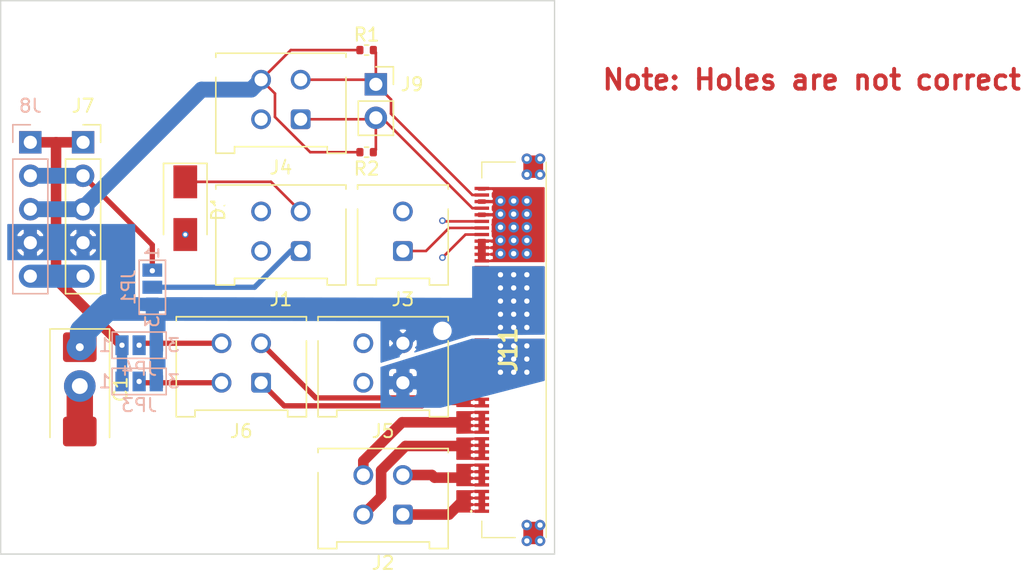
<source format=kicad_pcb>
(kicad_pcb (version 20171130) (host pcbnew "(5.1.8)-1")

  (general
    (thickness 1.6)
    (drawings 5)
    (tracks 137)
    (zones 0)
    (modules 19)
    (nets 23)
  )

  (page A4)
  (title_block
    (date 2021-03-30)
  )

  (layers
    (0 F.Cu mixed)
    (1 In1.Cu mixed)
    (2 In2.Cu power)
    (31 B.Cu power)
    (32 B.Adhes user)
    (33 F.Adhes user)
    (34 B.Paste user)
    (35 F.Paste user)
    (36 B.SilkS user)
    (37 F.SilkS user)
    (38 B.Mask user)
    (39 F.Mask user)
    (40 Dwgs.User user)
    (41 Cmts.User user)
    (42 Eco1.User user)
    (43 Eco2.User user)
    (44 Edge.Cuts user)
    (45 Margin user)
    (46 B.CrtYd user)
    (47 F.CrtYd user)
    (48 B.Fab user hide)
    (49 F.Fab user hide)
  )

  (setup
    (last_trace_width 2)
    (user_trace_width 0.15)
    (user_trace_width 0.2)
    (user_trace_width 0.4)
    (user_trace_width 0.6)
    (user_trace_width 0.8)
    (user_trace_width 1)
    (user_trace_width 2)
    (trace_clearance 0.2)
    (zone_clearance 0.2)
    (zone_45_only no)
    (trace_min 0.128)
    (via_size 0.8)
    (via_drill 0.4)
    (via_min_size 0.5)
    (via_min_drill 0.3)
    (user_via 0.5 0.3)
    (user_via 0.8 0.4)
    (user_via 1.2 0.6)
    (user_via 1.6 0.8)
    (uvia_size 0.3)
    (uvia_drill 0.1)
    (uvias_allowed no)
    (uvia_min_size 0.2)
    (uvia_min_drill 0.1)
    (edge_width 0.05)
    (segment_width 0.2)
    (pcb_text_width 0.3)
    (pcb_text_size 1.5 1.5)
    (mod_edge_width 0.12)
    (mod_text_size 1 1)
    (mod_text_width 0.15)
    (pad_size 1.524 1.524)
    (pad_drill 0.762)
    (pad_to_mask_clearance 0)
    (aux_axis_origin 0 0)
    (grid_origin 133.5 127)
    (visible_elements 7FFFFFFF)
    (pcbplotparams
      (layerselection 0x010fc_ffffffff)
      (usegerberextensions false)
      (usegerberattributes true)
      (usegerberadvancedattributes true)
      (creategerberjobfile true)
      (excludeedgelayer true)
      (linewidth 0.100000)
      (plotframeref false)
      (viasonmask false)
      (mode 1)
      (useauxorigin false)
      (hpglpennumber 1)
      (hpglpenspeed 20)
      (hpglpendiameter 15.000000)
      (psnegative false)
      (psa4output false)
      (plotreference true)
      (plotvalue true)
      (plotinvisibletext false)
      (padsonsilk false)
      (subtractmaskfromsilk false)
      (outputformat 1)
      (mirror false)
      (drillshape 1)
      (scaleselection 1)
      (outputdirectory ""))
  )

  (net 0 "")
  (net 1 +24V)
  (net 2 GND)
  (net 3 TH0)
  (net 4 Z-STOP)
  (net 5 X-STOP)
  (net 6 HE_GND)
  (net 7 FAN0_GND)
  (net 8 FAN1_GND)
  (net 9 2A)
  (net 10 1A)
  (net 11 1B)
  (net 12 2B)
  (net 13 +3V3)
  (net 14 "Net-(D1-Pad1)")
  (net 15 SCL)
  (net 16 SDA)
  (net 17 +12V)
  (net 18 +5V)
  (net 19 "Net-(J1-Pad4)")
  (net 20 "Net-(J1-Pad1)")
  (net 21 "Net-(J6-Pad4)")
  (net 22 "Net-(J6-Pad2)")

  (net_class Default "This is the default net class."
    (clearance 0.2)
    (trace_width 0.25)
    (via_dia 0.8)
    (via_drill 0.4)
    (uvia_dia 0.3)
    (uvia_drill 0.1)
  )

  (net_class 24V ""
    (clearance 0.2)
    (trace_width 3.2)
    (via_dia 3.2)
    (via_drill 1.6)
    (uvia_dia 0.3)
    (uvia_drill 0.1)
    (add_net +24V)
  )

  (net_class Fan ""
    (clearance 0.2)
    (trace_width 0.35)
    (via_dia 0.8)
    (via_drill 0.4)
    (uvia_dia 0.3)
    (uvia_drill 0.1)
    (add_net FAN0_GND)
    (add_net FAN1_GND)
    (add_net "Net-(J6-Pad2)")
    (add_net "Net-(J6-Pad4)")
  )

  (net_class GND ""
    (clearance 0.2)
    (trace_width 1.75)
    (via_dia 2.4)
    (via_drill 1.2)
    (uvia_dia 0.3)
    (uvia_drill 0.1)
    (add_net GND)
  )

  (net_class "Generic Power" ""
    (clearance 0.2)
    (trace_width 1.2)
    (via_dia 1.2)
    (via_drill 0.6)
    (uvia_dia 0.3)
    (uvia_drill 0.1)
    (add_net +12V)
    (add_net +3V3)
    (add_net +5V)
    (add_net "Net-(J1-Pad1)")
  )

  (net_class HE ""
    (clearance 0.2)
    (trace_width 2.2)
    (via_dia 2.2)
    (via_drill 1.1)
    (uvia_dia 0.3)
    (uvia_drill 0.1)
    (add_net HE_GND)
  )

  (net_class Motor ""
    (clearance 0.2)
    (trace_width 0.8)
    (via_dia 0.8)
    (via_drill 0.4)
    (uvia_dia 0.3)
    (uvia_drill 0.1)
    (add_net 1A)
    (add_net 1B)
    (add_net 2A)
    (add_net 2B)
  )

  (net_class Signal ""
    (clearance 0.2)
    (trace_width 0.2)
    (via_dia 0.5)
    (via_drill 0.3)
    (uvia_dia 0.3)
    (uvia_drill 0.1)
    (add_net "Net-(D1-Pad1)")
    (add_net "Net-(J1-Pad4)")
    (add_net SCL)
    (add_net SDA)
    (add_net TH0)
    (add_net X-STOP)
    (add_net Z-STOP)
  )

  (module Connector_PinSocket_2.54mm:PinSocket_1x02_P2.54mm_Vertical (layer F.Cu) (tedit 5A19A420) (tstamp 60633FDD)
    (at 161.95 91.35)
    (descr "Through hole straight socket strip, 1x02, 2.54mm pitch, single row (from Kicad 4.0.7), script generated")
    (tags "Through hole socket strip THT 1x02 2.54mm single row")
    (path /60AC1A42)
    (fp_text reference J9 (at 2.75 0) (layer F.SilkS)
      (effects (font (size 1 1) (thickness 0.15)))
    )
    (fp_text value I2C (at 0 5.31) (layer F.Fab)
      (effects (font (size 1 1) (thickness 0.15)))
    )
    (fp_line (start -1.8 4.3) (end -1.8 -1.8) (layer F.CrtYd) (width 0.05))
    (fp_line (start 1.75 4.3) (end -1.8 4.3) (layer F.CrtYd) (width 0.05))
    (fp_line (start 1.75 -1.8) (end 1.75 4.3) (layer F.CrtYd) (width 0.05))
    (fp_line (start -1.8 -1.8) (end 1.75 -1.8) (layer F.CrtYd) (width 0.05))
    (fp_line (start 0 -1.33) (end 1.33 -1.33) (layer F.SilkS) (width 0.12))
    (fp_line (start 1.33 -1.33) (end 1.33 0) (layer F.SilkS) (width 0.12))
    (fp_line (start 1.33 1.27) (end 1.33 3.87) (layer F.SilkS) (width 0.12))
    (fp_line (start -1.33 3.87) (end 1.33 3.87) (layer F.SilkS) (width 0.12))
    (fp_line (start -1.33 1.27) (end -1.33 3.87) (layer F.SilkS) (width 0.12))
    (fp_line (start -1.33 1.27) (end 1.33 1.27) (layer F.SilkS) (width 0.12))
    (fp_line (start -1.27 3.81) (end -1.27 -1.27) (layer F.Fab) (width 0.1))
    (fp_line (start 1.27 3.81) (end -1.27 3.81) (layer F.Fab) (width 0.1))
    (fp_line (start 1.27 -0.635) (end 1.27 3.81) (layer F.Fab) (width 0.1))
    (fp_line (start 0.635 -1.27) (end 1.27 -0.635) (layer F.Fab) (width 0.1))
    (fp_line (start -1.27 -1.27) (end 0.635 -1.27) (layer F.Fab) (width 0.1))
    (fp_text user %R (at 0 1.27 90) (layer F.Fab)
      (effects (font (size 1 1) (thickness 0.15)))
    )
    (pad 2 thru_hole oval (at 0 2.54) (size 1.7 1.7) (drill 1) (layers *.Cu *.Mask)
      (net 16 SDA))
    (pad 1 thru_hole rect (at 0 0) (size 1.7 1.7) (drill 1) (layers *.Cu *.Mask)
      (net 15 SCL))
    (model ${KISYS3DMOD}/Connector_PinSocket_2.54mm.3dshapes/PinSocket_1x02_P2.54mm_Vertical.wrl
      (at (xyz 0 0 0))
      (scale (xyz 1 1 1))
      (rotate (xyz 0 0 0))
    )
  )

  (module Connector_PinSocket_2.54mm:PinSocket_1x05_P2.54mm_Vertical (layer F.Cu) (tedit 5A19A420) (tstamp 6063FC4D)
    (at 139.75 95.75)
    (descr "Through hole straight socket strip, 1x05, 2.54mm pitch, single row (from Kicad 4.0.7), script generated")
    (tags "Through hole socket strip THT 1x05 2.54mm single row")
    (path /607A3D4F)
    (fp_text reference J7 (at 0 -2.77) (layer F.SilkS)
      (effects (font (size 1 1) (thickness 0.15)))
    )
    (fp_text value "Power header" (at 0 12.93) (layer F.Fab)
      (effects (font (size 1 1) (thickness 0.15)))
    )
    (fp_line (start -1.8 11.9) (end -1.8 -1.8) (layer F.CrtYd) (width 0.05))
    (fp_line (start 1.75 11.9) (end -1.8 11.9) (layer F.CrtYd) (width 0.05))
    (fp_line (start 1.75 -1.8) (end 1.75 11.9) (layer F.CrtYd) (width 0.05))
    (fp_line (start -1.8 -1.8) (end 1.75 -1.8) (layer F.CrtYd) (width 0.05))
    (fp_line (start 0 -1.33) (end 1.33 -1.33) (layer F.SilkS) (width 0.12))
    (fp_line (start 1.33 -1.33) (end 1.33 0) (layer F.SilkS) (width 0.12))
    (fp_line (start 1.33 1.27) (end 1.33 11.49) (layer F.SilkS) (width 0.12))
    (fp_line (start -1.33 11.49) (end 1.33 11.49) (layer F.SilkS) (width 0.12))
    (fp_line (start -1.33 1.27) (end -1.33 11.49) (layer F.SilkS) (width 0.12))
    (fp_line (start -1.33 1.27) (end 1.33 1.27) (layer F.SilkS) (width 0.12))
    (fp_line (start -1.27 11.43) (end -1.27 -1.27) (layer F.Fab) (width 0.1))
    (fp_line (start 1.27 11.43) (end -1.27 11.43) (layer F.Fab) (width 0.1))
    (fp_line (start 1.27 -0.635) (end 1.27 11.43) (layer F.Fab) (width 0.1))
    (fp_line (start 0.635 -1.27) (end 1.27 -0.635) (layer F.Fab) (width 0.1))
    (fp_line (start -1.27 -1.27) (end 0.635 -1.27) (layer F.Fab) (width 0.1))
    (fp_text user %R (at 0 5.08 90) (layer F.Fab)
      (effects (font (size 1 1) (thickness 0.15)))
    )
    (pad 5 thru_hole oval (at 0 10.16) (size 1.7 1.7) (drill 1) (layers *.Cu *.Mask)
      (net 2 GND))
    (pad 4 thru_hole oval (at 0 7.62) (size 1.7 1.7) (drill 1) (layers *.Cu *.Mask)
      (net 1 +24V))
    (pad 3 thru_hole oval (at 0 5.08) (size 1.7 1.7) (drill 1) (layers *.Cu *.Mask)
      (net 13 +3V3))
    (pad 2 thru_hole oval (at 0 2.54) (size 1.7 1.7) (drill 1) (layers *.Cu *.Mask)
      (net 18 +5V))
    (pad 1 thru_hole rect (at 0 0) (size 1.7 1.7) (drill 1) (layers *.Cu *.Mask)
      (net 17 +12V))
    (model ${KISYS3DMOD}/Connector_PinSocket_2.54mm.3dshapes/PinSocket_1x05_P2.54mm_Vertical.wrl
      (at (xyz 0 0 0))
      (scale (xyz 1 1 1))
      (rotate (xyz 0 0 0))
    )
  )

  (module Connector_PinSocket_2.54mm:PinSocket_1x05_P2.54mm_Vertical (layer B.Cu) (tedit 5A19A420) (tstamp 6063FC95)
    (at 135.75 95.75 180)
    (descr "Through hole straight socket strip, 1x05, 2.54mm pitch, single row (from Kicad 4.0.7), script generated")
    (tags "Through hole socket strip THT 1x05 2.54mm single row")
    (path /6098EA05)
    (fp_text reference J8 (at 0 2.77) (layer B.SilkS)
      (effects (font (size 1 1) (thickness 0.15)) (justify mirror))
    )
    (fp_text value "PSU AddOn" (at 0 -12.93) (layer B.Fab)
      (effects (font (size 1 1) (thickness 0.15)) (justify mirror))
    )
    (fp_line (start -1.8 -11.9) (end -1.8 1.8) (layer B.CrtYd) (width 0.05))
    (fp_line (start 1.75 -11.9) (end -1.8 -11.9) (layer B.CrtYd) (width 0.05))
    (fp_line (start 1.75 1.8) (end 1.75 -11.9) (layer B.CrtYd) (width 0.05))
    (fp_line (start -1.8 1.8) (end 1.75 1.8) (layer B.CrtYd) (width 0.05))
    (fp_line (start 0 1.33) (end 1.33 1.33) (layer B.SilkS) (width 0.12))
    (fp_line (start 1.33 1.33) (end 1.33 0) (layer B.SilkS) (width 0.12))
    (fp_line (start 1.33 -1.27) (end 1.33 -11.49) (layer B.SilkS) (width 0.12))
    (fp_line (start -1.33 -11.49) (end 1.33 -11.49) (layer B.SilkS) (width 0.12))
    (fp_line (start -1.33 -1.27) (end -1.33 -11.49) (layer B.SilkS) (width 0.12))
    (fp_line (start -1.33 -1.27) (end 1.33 -1.27) (layer B.SilkS) (width 0.12))
    (fp_line (start -1.27 -11.43) (end -1.27 1.27) (layer B.Fab) (width 0.1))
    (fp_line (start 1.27 -11.43) (end -1.27 -11.43) (layer B.Fab) (width 0.1))
    (fp_line (start 1.27 0.635) (end 1.27 -11.43) (layer B.Fab) (width 0.1))
    (fp_line (start 0.635 1.27) (end 1.27 0.635) (layer B.Fab) (width 0.1))
    (fp_line (start -1.27 1.27) (end 0.635 1.27) (layer B.Fab) (width 0.1))
    (fp_text user %R (at 0 -5.08 270) (layer B.Fab)
      (effects (font (size 1 1) (thickness 0.15)) (justify mirror))
    )
    (pad 5 thru_hole oval (at 0 -10.16 180) (size 1.7 1.7) (drill 1) (layers *.Cu *.Mask)
      (net 2 GND))
    (pad 4 thru_hole oval (at 0 -7.62 180) (size 1.7 1.7) (drill 1) (layers *.Cu *.Mask)
      (net 1 +24V))
    (pad 3 thru_hole oval (at 0 -5.08 180) (size 1.7 1.7) (drill 1) (layers *.Cu *.Mask)
      (net 13 +3V3))
    (pad 2 thru_hole oval (at 0 -2.54 180) (size 1.7 1.7) (drill 1) (layers *.Cu *.Mask)
      (net 18 +5V))
    (pad 1 thru_hole rect (at 0 0 180) (size 1.7 1.7) (drill 1) (layers *.Cu *.Mask)
      (net 17 +12V))
    (model ${KISYS3DMOD}/Connector_PinSocket_2.54mm.3dshapes/PinSocket_1x05_P2.54mm_Vertical.wrl
      (at (xyz 0 0 0))
      (scale (xyz 1 1 1))
      (rotate (xyz 0 0 0))
    )
  )

  (module Capacitor_Tantalum_SMD:CP_EIA-7343-30_AVX-N_Pad2.25x2.55mm_HandSolder (layer F.Cu) (tedit 5EBA9318) (tstamp 6064365C)
    (at 139.5 114.5 270)
    (descr "Tantalum Capacitor SMD AVX-N (7343-30 Metric), IPC_7351 nominal, (Body size from: http://www.kemet.com/Lists/ProductCatalog/Attachments/253/KEM_TC101_STD.pdf), generated with kicad-footprint-generator")
    (tags "capacitor tantalum")
    (path /60745DF9)
    (attr smd)
    (fp_text reference C1 (at 0 -3.1 90) (layer F.SilkS)
      (effects (font (size 1 1) (thickness 0.15)))
    )
    (fp_text value 47uF (at 0 3.1 90) (layer F.Fab)
      (effects (font (size 1 1) (thickness 0.15)))
    )
    (fp_text user %R (at 0 0 90) (layer F.Fab)
      (effects (font (size 1 1) (thickness 0.15)))
    )
    (fp_line (start 3.65 -2.15) (end -2.65 -2.15) (layer F.Fab) (width 0.1))
    (fp_line (start -2.65 -2.15) (end -3.65 -1.15) (layer F.Fab) (width 0.1))
    (fp_line (start -3.65 -1.15) (end -3.65 2.15) (layer F.Fab) (width 0.1))
    (fp_line (start -3.65 2.15) (end 3.65 2.15) (layer F.Fab) (width 0.1))
    (fp_line (start 3.65 2.15) (end 3.65 -2.15) (layer F.Fab) (width 0.1))
    (fp_line (start 3.65 -2.26) (end -4.585 -2.26) (layer F.SilkS) (width 0.12))
    (fp_line (start -4.585 -2.26) (end -4.585 2.26) (layer F.SilkS) (width 0.12))
    (fp_line (start -4.585 2.26) (end 3.65 2.26) (layer F.SilkS) (width 0.12))
    (fp_line (start -4.58 2.4) (end -4.58 -2.4) (layer F.CrtYd) (width 0.05))
    (fp_line (start -4.58 -2.4) (end 4.58 -2.4) (layer F.CrtYd) (width 0.05))
    (fp_line (start 4.58 -2.4) (end 4.58 2.4) (layer F.CrtYd) (width 0.05))
    (fp_line (start 4.58 2.4) (end -4.58 2.4) (layer F.CrtYd) (width 0.05))
    (pad 2 smd roundrect (at 3.2 0 270) (size 2.25 2.55) (layers F.Cu F.Paste F.Mask) (roundrect_rratio 0.111111)
      (net 2 GND))
    (pad 1 smd roundrect (at -3.2 0 270) (size 2.25 2.55) (layers F.Cu F.Paste F.Mask) (roundrect_rratio 0.111111)
      (net 1 +24V))
    (model ${KISYS3DMOD}/Capacitor_Tantalum_SMD.3dshapes/CP_EIA-7343-30_AVX-N.wrl
      (at (xyz 0 0 0))
      (scale (xyz 1 1 1))
      (rotate (xyz 0 0 0))
    )
  )

  (module Connector_Molex:Molex_Micro-Fit_3.0_43045-0412_2x02_P3.00mm_Vertical (layer F.Cu) (tedit 5B78138F) (tstamp 60626232)
    (at 153.25 114 180)
    (descr "Molex Micro-Fit 3.0 Connector System, 43045-0412 (compatible alternatives: 43045-0413, 43045-0424), 2 Pins per row (http://www.molex.com/pdm_docs/sd/430450212_sd.pdf), generated with kicad-footprint-generator")
    (tags "connector Molex Micro-Fit_3.0 side entry")
    (path /6067EF83)
    (fp_text reference J6 (at 1.5 -3.67) (layer F.SilkS)
      (effects (font (size 1 1) (thickness 0.15)))
    )
    (fp_text value Fan (at 1.5 7.5) (layer F.Fab)
      (effects (font (size 1 1) (thickness 0.15)))
    )
    (fp_line (start -3.82 6.8) (end -3.82 -2.97) (layer F.CrtYd) (width 0.05))
    (fp_line (start 6.82 6.8) (end -3.82 6.8) (layer F.CrtYd) (width 0.05))
    (fp_line (start 6.82 -2.97) (end 6.82 6.8) (layer F.CrtYd) (width 0.05))
    (fp_line (start -3.82 -2.97) (end 6.82 -2.97) (layer F.CrtYd) (width 0.05))
    (fp_line (start 6.435 -2.58) (end 6.435 3.18) (layer F.SilkS) (width 0.12))
    (fp_line (start 5.015 -2.58) (end 6.435 -2.58) (layer F.SilkS) (width 0.12))
    (fp_line (start 5.015 -2.08) (end 5.015 -2.58) (layer F.SilkS) (width 0.12))
    (fp_line (start -2.015 -2.08) (end 5.015 -2.08) (layer F.SilkS) (width 0.12))
    (fp_line (start -2.015 -2.58) (end -2.015 -2.08) (layer F.SilkS) (width 0.12))
    (fp_line (start -3.435 -2.58) (end -2.015 -2.58) (layer F.SilkS) (width 0.12))
    (fp_line (start -3.435 3.18) (end -3.435 -2.58) (layer F.SilkS) (width 0.12))
    (fp_line (start 6.435 5.01) (end 6.435 4.7) (layer F.SilkS) (width 0.12))
    (fp_line (start -3.435 5.01) (end 6.435 5.01) (layer F.SilkS) (width 0.12))
    (fp_line (start -3.435 4.7) (end -3.435 5.01) (layer F.SilkS) (width 0.12))
    (fp_line (start 0 -1.262893) (end 0.5 -1.97) (layer F.Fab) (width 0.1))
    (fp_line (start -0.5 -1.97) (end 0 -1.262893) (layer F.Fab) (width 0.1))
    (fp_line (start 2.2 6.3) (end 2.2 4.9) (layer F.Fab) (width 0.1))
    (fp_line (start 0.8 6.3) (end 2.2 6.3) (layer F.Fab) (width 0.1))
    (fp_line (start 0.8 4.9) (end 0.8 6.3) (layer F.Fab) (width 0.1))
    (fp_line (start 6.325 -1.34) (end 5.125 -1.97) (layer F.Fab) (width 0.1))
    (fp_line (start -3.325 -1.34) (end -2.125 -1.97) (layer F.Fab) (width 0.1))
    (fp_line (start 5.125 -1.97) (end -2.125 -1.97) (layer F.Fab) (width 0.1))
    (fp_line (start 5.125 -2.47) (end 5.125 -1.97) (layer F.Fab) (width 0.1))
    (fp_line (start 6.325 -2.47) (end 5.125 -2.47) (layer F.Fab) (width 0.1))
    (fp_line (start 6.325 4.9) (end 6.325 -2.47) (layer F.Fab) (width 0.1))
    (fp_line (start -3.325 4.9) (end 6.325 4.9) (layer F.Fab) (width 0.1))
    (fp_line (start -3.325 -2.47) (end -3.325 4.9) (layer F.Fab) (width 0.1))
    (fp_line (start -2.125 -2.47) (end -3.325 -2.47) (layer F.Fab) (width 0.1))
    (fp_line (start -2.125 -1.97) (end -2.125 -2.47) (layer F.Fab) (width 0.1))
    (fp_text user %R (at 1.5 4.2) (layer F.Fab)
      (effects (font (size 1 1) (thickness 0.15)))
    )
    (pad 4 thru_hole circle (at 3 3 180) (size 1.5 1.5) (drill 1) (layers *.Cu *.Mask)
      (net 21 "Net-(J6-Pad4)"))
    (pad 3 thru_hole circle (at 0 3 180) (size 1.5 1.5) (drill 1) (layers *.Cu *.Mask)
      (net 7 FAN0_GND))
    (pad 2 thru_hole circle (at 3 0 180) (size 1.5 1.5) (drill 1) (layers *.Cu *.Mask)
      (net 22 "Net-(J6-Pad2)"))
    (pad 1 thru_hole roundrect (at 0 0 180) (size 1.5 1.5) (drill 1) (layers *.Cu *.Mask) (roundrect_rratio 0.166667)
      (net 8 FAN1_GND))
    (pad "" np_thru_hole circle (at 6 3.94 180) (size 1 1) (drill 1) (layers *.Cu *.Mask))
    (pad "" np_thru_hole circle (at -3 3.94 180) (size 1 1) (drill 1) (layers *.Cu *.Mask))
    (model ${KISYS3DMOD}/Connector_Molex.3dshapes/Molex_Micro-Fit_3.0_43045-0412_2x02_P3.00mm_Vertical.wrl
      (at (xyz 0 0 0))
      (scale (xyz 1 1 1))
      (rotate (xyz 0 0 0))
    )
  )

  (module Resistor_SMD:R_0402_1005Metric (layer F.Cu) (tedit 5F68FEEE) (tstamp 60628AD6)
    (at 161.25 96.5)
    (descr "Resistor SMD 0402 (1005 Metric), square (rectangular) end terminal, IPC_7351 nominal, (Body size source: IPC-SM-782 page 72, https://www.pcb-3d.com/wordpress/wp-content/uploads/ipc-sm-782a_amendment_1_and_2.pdf), generated with kicad-footprint-generator")
    (tags resistor)
    (path /6062CB1D)
    (attr smd)
    (fp_text reference R2 (at 0 1.25) (layer F.SilkS)
      (effects (font (size 1 1) (thickness 0.15)))
    )
    (fp_text value R (at 0 1.17) (layer F.Fab)
      (effects (font (size 1 1) (thickness 0.15)))
    )
    (fp_line (start 0.93 0.47) (end -0.93 0.47) (layer F.CrtYd) (width 0.05))
    (fp_line (start 0.93 -0.47) (end 0.93 0.47) (layer F.CrtYd) (width 0.05))
    (fp_line (start -0.93 -0.47) (end 0.93 -0.47) (layer F.CrtYd) (width 0.05))
    (fp_line (start -0.93 0.47) (end -0.93 -0.47) (layer F.CrtYd) (width 0.05))
    (fp_line (start -0.153641 0.38) (end 0.153641 0.38) (layer F.SilkS) (width 0.12))
    (fp_line (start -0.153641 -0.38) (end 0.153641 -0.38) (layer F.SilkS) (width 0.12))
    (fp_line (start 0.525 0.27) (end -0.525 0.27) (layer F.Fab) (width 0.1))
    (fp_line (start 0.525 -0.27) (end 0.525 0.27) (layer F.Fab) (width 0.1))
    (fp_line (start -0.525 -0.27) (end 0.525 -0.27) (layer F.Fab) (width 0.1))
    (fp_line (start -0.525 0.27) (end -0.525 -0.27) (layer F.Fab) (width 0.1))
    (fp_text user %R (at 0 0) (layer F.Fab)
      (effects (font (size 0.26 0.26) (thickness 0.04)))
    )
    (pad 2 smd roundrect (at 0.51 0) (size 0.54 0.64) (layers F.Cu F.Paste F.Mask) (roundrect_rratio 0.25)
      (net 16 SDA))
    (pad 1 smd roundrect (at -0.51 0) (size 0.54 0.64) (layers F.Cu F.Paste F.Mask) (roundrect_rratio 0.25)
      (net 13 +3V3))
    (model ${KISYS3DMOD}/Resistor_SMD.3dshapes/R_0402_1005Metric.wrl
      (at (xyz 0 0 0))
      (scale (xyz 1 1 1))
      (rotate (xyz 0 0 0))
    )
  )

  (module Resistor_SMD:R_0402_1005Metric (layer F.Cu) (tedit 5F68FEEE) (tstamp 60628AC5)
    (at 161.25 88.75)
    (descr "Resistor SMD 0402 (1005 Metric), square (rectangular) end terminal, IPC_7351 nominal, (Body size source: IPC-SM-782 page 72, https://www.pcb-3d.com/wordpress/wp-content/uploads/ipc-sm-782a_amendment_1_and_2.pdf), generated with kicad-footprint-generator")
    (tags resistor)
    (path /606291D0)
    (attr smd)
    (fp_text reference R1 (at 0 -1.17) (layer F.SilkS)
      (effects (font (size 1 1) (thickness 0.15)))
    )
    (fp_text value R (at 0 1.17) (layer F.Fab)
      (effects (font (size 1 1) (thickness 0.15)))
    )
    (fp_line (start 0.93 0.47) (end -0.93 0.47) (layer F.CrtYd) (width 0.05))
    (fp_line (start 0.93 -0.47) (end 0.93 0.47) (layer F.CrtYd) (width 0.05))
    (fp_line (start -0.93 -0.47) (end 0.93 -0.47) (layer F.CrtYd) (width 0.05))
    (fp_line (start -0.93 0.47) (end -0.93 -0.47) (layer F.CrtYd) (width 0.05))
    (fp_line (start -0.153641 0.38) (end 0.153641 0.38) (layer F.SilkS) (width 0.12))
    (fp_line (start -0.153641 -0.38) (end 0.153641 -0.38) (layer F.SilkS) (width 0.12))
    (fp_line (start 0.525 0.27) (end -0.525 0.27) (layer F.Fab) (width 0.1))
    (fp_line (start 0.525 -0.27) (end 0.525 0.27) (layer F.Fab) (width 0.1))
    (fp_line (start -0.525 -0.27) (end 0.525 -0.27) (layer F.Fab) (width 0.1))
    (fp_line (start -0.525 0.27) (end -0.525 -0.27) (layer F.Fab) (width 0.1))
    (fp_text user %R (at 0 0) (layer F.Fab)
      (effects (font (size 0.26 0.26) (thickness 0.04)))
    )
    (pad 2 smd roundrect (at 0.51 0) (size 0.54 0.64) (layers F.Cu F.Paste F.Mask) (roundrect_rratio 0.25)
      (net 15 SCL))
    (pad 1 smd roundrect (at -0.51 0) (size 0.54 0.64) (layers F.Cu F.Paste F.Mask) (roundrect_rratio 0.25)
      (net 13 +3V3))
    (model ${KISYS3DMOD}/Resistor_SMD.3dshapes/R_0402_1005Metric.wrl
      (at (xyz 0 0 0))
      (scale (xyz 1 1 1))
      (rotate (xyz 0 0 0))
    )
  )

  (module SamacSys_Parts:XF2M50151A (layer F.Cu) (tedit 0) (tstamp 60637235)
    (at 172 111.5 90)
    (descr XF2M-5015-1A)
    (tags Connector)
    (path /606320AB)
    (attr smd)
    (fp_text reference J11 (at 0 0 90) (layer F.SilkS)
      (effects (font (size 1.27 1.27) (thickness 0.254)))
    )
    (fp_text value XF2M-5015-1A (at 0 0 90) (layer F.SilkS) hide
      (effects (font (size 1.27 1.27) (thickness 0.254)))
    )
    (fp_line (start -12.2 -2.815) (end -12.2 -2.815) (layer F.SilkS) (width 0.1))
    (fp_line (start -12.3 -2.815) (end -12.3 -2.815) (layer F.SilkS) (width 0.1))
    (fp_line (start 14.25 -2.015) (end 14.25 0.525) (layer F.SilkS) (width 0.1))
    (fp_line (start 13.045 -2.015) (end 14.25 -2.015) (layer F.SilkS) (width 0.1))
    (fp_line (start -14.25 -2.015) (end -14.25 0.525) (layer F.SilkS) (width 0.1))
    (fp_line (start -13 -2.015) (end -14.25 -2.015) (layer F.SilkS) (width 0.1))
    (fp_line (start -14.25 2.865) (end 14.25 2.865) (layer F.SilkS) (width 0.1))
    (fp_line (start -15.75 3.865) (end -15.75 -3.865) (layer F.CrtYd) (width 0.1))
    (fp_line (start 15.75 3.865) (end -15.75 3.865) (layer F.CrtYd) (width 0.1))
    (fp_line (start 15.75 -3.865) (end 15.75 3.865) (layer F.CrtYd) (width 0.1))
    (fp_line (start -15.75 -3.865) (end 15.75 -3.865) (layer F.CrtYd) (width 0.1))
    (fp_line (start -14.25 2.865) (end -14.25 -2.015) (layer F.Fab) (width 0.2))
    (fp_line (start 14.25 2.865) (end -14.25 2.865) (layer F.Fab) (width 0.2))
    (fp_line (start 14.25 -2.015) (end 14.25 2.865) (layer F.Fab) (width 0.2))
    (fp_line (start -14.25 -2.015) (end 14.25 -2.015) (layer F.Fab) (width 0.2))
    (fp_arc (start -12.25 -2.815) (end -12.2 -2.815) (angle 180) (layer F.SilkS) (width 0.1))
    (fp_arc (start -12.25 -2.815) (end -12.3 -2.815) (angle 180) (layer F.SilkS) (width 0.1))
    (fp_text user %R (at 0 0 90) (layer F.Fab)
      (effects (font (size 1.27 1.27) (thickness 0.254)))
    )
    (pad 52 smd rect (at 13.9 1.885 180) (size 1.5 1.7) (layers F.Cu F.Paste F.Mask)
      (net 2 GND))
    (pad 51 smd rect (at -13.9 1.885 180) (size 1.5 1.7) (layers F.Cu F.Paste F.Mask)
      (net 2 GND))
    (pad 50 smd rect (at 12.25 -2.015 90) (size 0.25 1.1) (layers F.Cu F.Paste F.Mask)
      (net 2 GND))
    (pad 49 smd rect (at 11.75 -2.015 90) (size 0.25 1.1) (layers F.Cu F.Paste F.Mask)
      (net 15 SCL))
    (pad 48 smd rect (at 11.25 -2.015 90) (size 0.25 1.1) (layers F.Cu F.Paste F.Mask)
      (net 2 GND))
    (pad 47 smd rect (at 10.75 -2.015 90) (size 0.25 1.1) (layers F.Cu F.Paste F.Mask)
      (net 16 SDA))
    (pad 46 smd rect (at 10.25 -2.015 90) (size 0.25 1.1) (layers F.Cu F.Paste F.Mask)
      (net 2 GND))
    (pad 45 smd rect (at 9.75 -2.015 90) (size 0.25 1.1) (layers F.Cu F.Paste F.Mask)
      (net 4 Z-STOP))
    (pad 44 smd rect (at 9.25 -2.015 90) (size 0.25 1.1) (layers F.Cu F.Paste F.Mask)
      (net 5 X-STOP))
    (pad 43 smd rect (at 8.75 -2.015 90) (size 0.25 1.1) (layers F.Cu F.Paste F.Mask)
      (net 3 TH0))
    (pad 42 smd rect (at 8.25 -2.015 90) (size 0.25 1.1) (layers F.Cu F.Paste F.Mask)
      (net 2 GND))
    (pad 41 smd rect (at 7.75 -2.015 90) (size 0.25 1.1) (layers F.Cu F.Paste F.Mask)
      (net 2 GND))
    (pad 40 smd rect (at 7.25 -2.015 90) (size 0.25 1.1) (layers F.Cu F.Paste F.Mask)
      (net 2 GND))
    (pad 39 smd rect (at 6.75 -2.015 90) (size 0.25 1.1) (layers F.Cu F.Paste F.Mask)
      (net 2 GND))
    (pad 38 smd rect (at 6.25 -2.015 90) (size 0.25 1.1) (layers F.Cu F.Paste F.Mask)
      (net 1 +24V))
    (pad 37 smd rect (at 5.75 -2.015 90) (size 0.25 1.1) (layers F.Cu F.Paste F.Mask)
      (net 1 +24V))
    (pad 36 smd rect (at 5.25 -2.015 90) (size 0.25 1.1) (layers F.Cu F.Paste F.Mask)
      (net 1 +24V))
    (pad 35 smd rect (at 4.75 -2.015 90) (size 0.25 1.1) (layers F.Cu F.Paste F.Mask)
      (net 1 +24V))
    (pad 34 smd rect (at 4.25 -2.015 90) (size 0.25 1.1) (layers F.Cu F.Paste F.Mask)
      (net 1 +24V))
    (pad 33 smd rect (at 3.75 -2.015 90) (size 0.25 1.1) (layers F.Cu F.Paste F.Mask)
      (net 1 +24V))
    (pad 32 smd rect (at 3.25 -2.015 90) (size 0.25 1.1) (layers F.Cu F.Paste F.Mask)
      (net 1 +24V))
    (pad 31 smd rect (at 2.75 -2.015 90) (size 0.25 1.1) (layers F.Cu F.Paste F.Mask)
      (net 1 +24V))
    (pad 30 smd rect (at 2.25 -2.015 90) (size 0.25 1.1) (layers F.Cu F.Paste F.Mask)
      (net 1 +24V))
    (pad 29 smd rect (at 1.75 -2.015 90) (size 0.25 1.1) (layers F.Cu F.Paste F.Mask)
      (net 1 +24V))
    (pad 28 smd rect (at 1.25 -2.015 90) (size 0.25 1.1) (layers F.Cu F.Paste F.Mask)
      (net 1 +24V))
    (pad 27 smd rect (at 0.75 -2.015 90) (size 0.25 1.1) (layers F.Cu F.Paste F.Mask)
      (net 6 HE_GND))
    (pad 26 smd rect (at 0.25 -2.015 90) (size 0.25 1.1) (layers F.Cu F.Paste F.Mask)
      (net 6 HE_GND))
    (pad 25 smd rect (at -0.25 -2.015 90) (size 0.25 1.1) (layers F.Cu F.Paste F.Mask)
      (net 6 HE_GND))
    (pad 24 smd rect (at -0.75 -2.015 90) (size 0.25 1.1) (layers F.Cu F.Paste F.Mask)
      (net 6 HE_GND))
    (pad 23 smd rect (at -1.25 -2.015 90) (size 0.25 1.1) (layers F.Cu F.Paste F.Mask)
      (net 6 HE_GND))
    (pad 22 smd rect (at -1.75 -2.015 90) (size 0.25 1.1) (layers F.Cu F.Paste F.Mask)
      (net 6 HE_GND))
    (pad 21 smd rect (at -2.25 -2.015 90) (size 0.25 1.1) (layers F.Cu F.Paste F.Mask)
      (net 6 HE_GND))
    (pad 20 smd rect (at -2.75 -2.015 90) (size 0.25 1.1) (layers F.Cu F.Paste F.Mask)
      (net 7 FAN0_GND))
    (pad 19 smd rect (at -3.25 -2.015 90) (size 0.25 1.1) (layers F.Cu F.Paste F.Mask)
      (net 7 FAN0_GND))
    (pad 18 smd rect (at -3.75 -2.015 90) (size 0.25 1.1) (layers F.Cu F.Paste F.Mask)
      (net 8 FAN1_GND))
    (pad 17 smd rect (at -4.25 -2.015 90) (size 0.25 1.1) (layers F.Cu F.Paste F.Mask)
      (net 8 FAN1_GND))
    (pad 16 smd rect (at -4.75 -2.015 90) (size 0.25 1.1) (layers F.Cu F.Paste F.Mask)
      (net 9 2A))
    (pad 15 smd rect (at -5.25 -2.015 90) (size 0.25 1.1) (layers F.Cu F.Paste F.Mask)
      (net 9 2A))
    (pad 14 smd rect (at -5.75 -2.015 90) (size 0.25 1.1) (layers F.Cu F.Paste F.Mask)
      (net 9 2A))
    (pad 13 smd rect (at -6.25 -2.015 90) (size 0.25 1.1) (layers F.Cu F.Paste F.Mask)
      (net 9 2A))
    (pad 12 smd rect (at -6.75 -2.015 90) (size 0.25 1.1) (layers F.Cu F.Paste F.Mask)
      (net 10 1A))
    (pad 11 smd rect (at -7.25 -2.015 90) (size 0.25 1.1) (layers F.Cu F.Paste F.Mask)
      (net 10 1A))
    (pad 10 smd rect (at -7.75 -2.015 90) (size 0.25 1.1) (layers F.Cu F.Paste F.Mask)
      (net 10 1A))
    (pad 9 smd rect (at -8.25 -2.015 90) (size 0.25 1.1) (layers F.Cu F.Paste F.Mask)
      (net 10 1A))
    (pad 8 smd rect (at -8.75 -2.015 90) (size 0.25 1.1) (layers F.Cu F.Paste F.Mask)
      (net 11 1B))
    (pad 7 smd rect (at -9.25 -2.015 90) (size 0.25 1.1) (layers F.Cu F.Paste F.Mask)
      (net 11 1B))
    (pad 6 smd rect (at -9.75 -2.015 90) (size 0.25 1.1) (layers F.Cu F.Paste F.Mask)
      (net 11 1B))
    (pad 5 smd rect (at -10.25 -2.015 90) (size 0.25 1.1) (layers F.Cu F.Paste F.Mask)
      (net 11 1B))
    (pad 4 smd rect (at -10.75 -2.015 90) (size 0.25 1.1) (layers F.Cu F.Paste F.Mask)
      (net 12 2B))
    (pad 3 smd rect (at -11.25 -2.015 90) (size 0.25 1.1) (layers F.Cu F.Paste F.Mask)
      (net 12 2B))
    (pad 2 smd rect (at -11.75 -2.015 90) (size 0.25 1.1) (layers F.Cu F.Paste F.Mask)
      (net 12 2B))
    (pad 1 smd rect (at -12.25 -2.015 90) (size 0.25 1.1) (layers F.Cu F.Paste F.Mask)
      (net 12 2B))
    (model D:\KicadLib\SamacSys_Parts.3dshapes\XF2M-5015-1A.stp
      (at (xyz 0 0 0))
      (scale (xyz 1 1 1))
      (rotate (xyz 0 0 0))
    )
  )

  (module Diode_SMD:D_SMA (layer F.Cu) (tedit 586432E5) (tstamp 606287A8)
    (at 147.5 100.75 270)
    (descr "Diode SMA (DO-214AC)")
    (tags "Diode SMA (DO-214AC)")
    (path /607E215B)
    (attr smd)
    (fp_text reference D1 (at 0 -2.5 90) (layer F.SilkS)
      (effects (font (size 1 1) (thickness 0.15)))
    )
    (fp_text value SS210 (at 0 2.6 90) (layer F.Fab)
      (effects (font (size 1 1) (thickness 0.15)))
    )
    (fp_line (start -3.4 -1.65) (end -3.4 1.65) (layer F.SilkS) (width 0.12))
    (fp_line (start 2.3 1.5) (end -2.3 1.5) (layer F.Fab) (width 0.1))
    (fp_line (start -2.3 1.5) (end -2.3 -1.5) (layer F.Fab) (width 0.1))
    (fp_line (start 2.3 -1.5) (end 2.3 1.5) (layer F.Fab) (width 0.1))
    (fp_line (start 2.3 -1.5) (end -2.3 -1.5) (layer F.Fab) (width 0.1))
    (fp_line (start -3.5 -1.75) (end 3.5 -1.75) (layer F.CrtYd) (width 0.05))
    (fp_line (start 3.5 -1.75) (end 3.5 1.75) (layer F.CrtYd) (width 0.05))
    (fp_line (start 3.5 1.75) (end -3.5 1.75) (layer F.CrtYd) (width 0.05))
    (fp_line (start -3.5 1.75) (end -3.5 -1.75) (layer F.CrtYd) (width 0.05))
    (fp_line (start -0.64944 0.00102) (end -1.55114 0.00102) (layer F.Fab) (width 0.1))
    (fp_line (start 0.50118 0.00102) (end 1.4994 0.00102) (layer F.Fab) (width 0.1))
    (fp_line (start -0.64944 -0.79908) (end -0.64944 0.80112) (layer F.Fab) (width 0.1))
    (fp_line (start 0.50118 0.75032) (end 0.50118 -0.79908) (layer F.Fab) (width 0.1))
    (fp_line (start -0.64944 0.00102) (end 0.50118 0.75032) (layer F.Fab) (width 0.1))
    (fp_line (start -0.64944 0.00102) (end 0.50118 -0.79908) (layer F.Fab) (width 0.1))
    (fp_line (start -3.4 1.65) (end 2 1.65) (layer F.SilkS) (width 0.12))
    (fp_line (start -3.4 -1.65) (end 2 -1.65) (layer F.SilkS) (width 0.12))
    (fp_text user %R (at 0 -2.5 90) (layer F.Fab)
      (effects (font (size 1 1) (thickness 0.15)))
    )
    (pad 2 smd rect (at 2 0 270) (size 2.5 1.8) (layers F.Cu F.Paste F.Mask)
      (net 4 Z-STOP))
    (pad 1 smd rect (at -2 0 270) (size 2.5 1.8) (layers F.Cu F.Paste F.Mask)
      (net 14 "Net-(D1-Pad1)"))
    (model ${KISYS3DMOD}/Diode_SMD.3dshapes/D_SMA.wrl
      (at (xyz 0 0 0))
      (scale (xyz 1 1 1))
      (rotate (xyz 0 0 0))
    )
  )

  (module Jumper:SolderJumper-3_P1.3mm_Open_Pad1.0x1.5mm_NumberLabels (layer B.Cu) (tedit 5A3F6CCC) (tstamp 60637F94)
    (at 144 111.15)
    (descr "SMD Solder Jumper, 1x1.5mm Pads, 0.3mm gap, open, labeled with numbers")
    (tags "solder jumper open")
    (path /606F57DD)
    (attr virtual)
    (fp_text reference JP4 (at 0 1.8 180) (layer B.SilkS)
      (effects (font (size 1 1) (thickness 0.15)) (justify mirror))
    )
    (fp_text value "Fan1 Select" (at 0 -1.9 180) (layer B.Fab)
      (effects (font (size 1 1) (thickness 0.15)) (justify mirror))
    )
    (fp_line (start 2.3 -1.25) (end -2.3 -1.25) (layer B.CrtYd) (width 0.05))
    (fp_line (start 2.3 -1.25) (end 2.3 1.25) (layer B.CrtYd) (width 0.05))
    (fp_line (start -2.3 1.25) (end -2.3 -1.25) (layer B.CrtYd) (width 0.05))
    (fp_line (start -2.3 1.25) (end 2.3 1.25) (layer B.CrtYd) (width 0.05))
    (fp_line (start -2.05 1) (end 2.05 1) (layer B.SilkS) (width 0.12))
    (fp_line (start 2.05 1) (end 2.05 -1) (layer B.SilkS) (width 0.12))
    (fp_line (start 2.05 -1) (end -2.05 -1) (layer B.SilkS) (width 0.12))
    (fp_line (start -2.05 -1) (end -2.05 1) (layer B.SilkS) (width 0.12))
    (fp_text user 3 (at 2.6 0 180) (layer B.SilkS)
      (effects (font (size 1 1) (thickness 0.15)) (justify mirror))
    )
    (fp_text user 1 (at -2.6 0 180) (layer B.SilkS)
      (effects (font (size 1 1) (thickness 0.15)) (justify mirror))
    )
    (pad 3 smd rect (at 1.3 0) (size 1 1.5) (layers B.Cu B.Mask)
      (net 1 +24V))
    (pad 2 smd rect (at 0 0) (size 1 1.5) (layers B.Cu B.Mask)
      (net 21 "Net-(J6-Pad4)"))
    (pad 1 smd rect (at -1.3 0) (size 1 1.5) (layers B.Cu B.Mask)
      (net 17 +12V))
  )

  (module Jumper:SolderJumper-3_P1.3mm_Open_Pad1.0x1.5mm_NumberLabels (layer B.Cu) (tedit 5A3F6CCC) (tstamp 606381A8)
    (at 144 113.9)
    (descr "SMD Solder Jumper, 1x1.5mm Pads, 0.3mm gap, open, labeled with numbers")
    (tags "solder jumper open")
    (path /606EC5A9)
    (attr virtual)
    (fp_text reference JP3 (at 0 1.8) (layer B.SilkS)
      (effects (font (size 1 1) (thickness 0.15)) (justify mirror))
    )
    (fp_text value "Fan0 Select" (at 0 -1.9) (layer B.Fab)
      (effects (font (size 1 1) (thickness 0.15)) (justify mirror))
    )
    (fp_line (start 2.3 -1.25) (end -2.3 -1.25) (layer B.CrtYd) (width 0.05))
    (fp_line (start 2.3 -1.25) (end 2.3 1.25) (layer B.CrtYd) (width 0.05))
    (fp_line (start -2.3 1.25) (end -2.3 -1.25) (layer B.CrtYd) (width 0.05))
    (fp_line (start -2.3 1.25) (end 2.3 1.25) (layer B.CrtYd) (width 0.05))
    (fp_line (start -2.05 1) (end 2.05 1) (layer B.SilkS) (width 0.12))
    (fp_line (start 2.05 1) (end 2.05 -1) (layer B.SilkS) (width 0.12))
    (fp_line (start 2.05 -1) (end -2.05 -1) (layer B.SilkS) (width 0.12))
    (fp_line (start -2.05 -1) (end -2.05 1) (layer B.SilkS) (width 0.12))
    (fp_text user 3 (at 2.6 0) (layer B.SilkS)
      (effects (font (size 1 1) (thickness 0.15)) (justify mirror))
    )
    (fp_text user 1 (at -2.6 0) (layer B.SilkS)
      (effects (font (size 1 1) (thickness 0.15)) (justify mirror))
    )
    (pad 3 smd rect (at 1.3 0) (size 1 1.5) (layers B.Cu B.Mask)
      (net 1 +24V))
    (pad 2 smd rect (at 0 0) (size 1 1.5) (layers B.Cu B.Mask)
      (net 22 "Net-(J6-Pad2)"))
    (pad 1 smd rect (at -1.3 0) (size 1 1.5) (layers B.Cu B.Mask)
      (net 17 +12V))
  )

  (module Jumper:SolderJumper-3_P1.3mm_Open_Pad1.0x1.5mm_NumberLabels (layer B.Cu) (tedit 5A3F6CCC) (tstamp 60637FF4)
    (at 145 106.75 270)
    (descr "SMD Solder Jumper, 1x1.5mm Pads, 0.3mm gap, open, labeled with numbers")
    (tags "solder jumper open")
    (path /607DF507)
    (attr virtual)
    (fp_text reference JP1 (at 0 1.8 90) (layer B.SilkS)
      (effects (font (size 1 1) (thickness 0.15)) (justify mirror))
    )
    (fp_text value "Probe Select" (at 0 -1.9 90) (layer B.Fab)
      (effects (font (size 1 1) (thickness 0.15)) (justify mirror))
    )
    (fp_line (start -2.05 -1) (end -2.05 1) (layer B.SilkS) (width 0.12))
    (fp_line (start 2.05 -1) (end -2.05 -1) (layer B.SilkS) (width 0.12))
    (fp_line (start 2.05 1) (end 2.05 -1) (layer B.SilkS) (width 0.12))
    (fp_line (start -2.05 1) (end 2.05 1) (layer B.SilkS) (width 0.12))
    (fp_line (start -2.3 1.25) (end 2.3 1.25) (layer B.CrtYd) (width 0.05))
    (fp_line (start -2.3 1.25) (end -2.3 -1.25) (layer B.CrtYd) (width 0.05))
    (fp_line (start 2.3 -1.25) (end 2.3 1.25) (layer B.CrtYd) (width 0.05))
    (fp_line (start 2.3 -1.25) (end -2.3 -1.25) (layer B.CrtYd) (width 0.05))
    (fp_text user 1 (at -2.6 0 90) (layer B.SilkS)
      (effects (font (size 1 1) (thickness 0.15)) (justify mirror))
    )
    (fp_text user 3 (at 2.6 0 90) (layer B.SilkS)
      (effects (font (size 1 1) (thickness 0.15)) (justify mirror))
    )
    (pad 1 smd rect (at -1.3 0 270) (size 1 1.5) (layers B.Cu B.Mask)
      (net 18 +5V))
    (pad 2 smd rect (at 0 0 270) (size 1 1.5) (layers B.Cu B.Mask)
      (net 20 "Net-(J1-Pad1)"))
    (pad 3 smd rect (at 1.3 0 270) (size 1 1.5) (layers B.Cu B.Mask)
      (net 1 +24V))
  )

  (module Connector_Molex:Molex_Micro-Fit_3.0_43045-0412_2x02_P3.00mm_Vertical (layer F.Cu) (tedit 5B78138F) (tstamp 606262D0)
    (at 156.25 94 180)
    (descr "Molex Micro-Fit 3.0 Connector System, 43045-0412 (compatible alternatives: 43045-0413, 43045-0424), 2 Pins per row (http://www.molex.com/pdm_docs/sd/430450212_sd.pdf), generated with kicad-footprint-generator")
    (tags "connector Molex Micro-Fit_3.0 side entry")
    (path /60684AC6)
    (fp_text reference J4 (at 1.5 -3.67) (layer F.SilkS)
      (effects (font (size 1 1) (thickness 0.15)))
    )
    (fp_text value I2C (at 1.5 7.5) (layer F.Fab)
      (effects (font (size 1 1) (thickness 0.15)))
    )
    (fp_line (start -3.82 6.8) (end -3.82 -2.97) (layer F.CrtYd) (width 0.05))
    (fp_line (start 6.82 6.8) (end -3.82 6.8) (layer F.CrtYd) (width 0.05))
    (fp_line (start 6.82 -2.97) (end 6.82 6.8) (layer F.CrtYd) (width 0.05))
    (fp_line (start -3.82 -2.97) (end 6.82 -2.97) (layer F.CrtYd) (width 0.05))
    (fp_line (start 6.435 -2.58) (end 6.435 3.18) (layer F.SilkS) (width 0.12))
    (fp_line (start 5.015 -2.58) (end 6.435 -2.58) (layer F.SilkS) (width 0.12))
    (fp_line (start 5.015 -2.08) (end 5.015 -2.58) (layer F.SilkS) (width 0.12))
    (fp_line (start -2.015 -2.08) (end 5.015 -2.08) (layer F.SilkS) (width 0.12))
    (fp_line (start -2.015 -2.58) (end -2.015 -2.08) (layer F.SilkS) (width 0.12))
    (fp_line (start -3.435 -2.58) (end -2.015 -2.58) (layer F.SilkS) (width 0.12))
    (fp_line (start -3.435 3.18) (end -3.435 -2.58) (layer F.SilkS) (width 0.12))
    (fp_line (start 6.435 5.01) (end 6.435 4.7) (layer F.SilkS) (width 0.12))
    (fp_line (start -3.435 5.01) (end 6.435 5.01) (layer F.SilkS) (width 0.12))
    (fp_line (start -3.435 4.7) (end -3.435 5.01) (layer F.SilkS) (width 0.12))
    (fp_line (start 0 -1.262893) (end 0.5 -1.97) (layer F.Fab) (width 0.1))
    (fp_line (start -0.5 -1.97) (end 0 -1.262893) (layer F.Fab) (width 0.1))
    (fp_line (start 2.2 6.3) (end 2.2 4.9) (layer F.Fab) (width 0.1))
    (fp_line (start 0.8 6.3) (end 2.2 6.3) (layer F.Fab) (width 0.1))
    (fp_line (start 0.8 4.9) (end 0.8 6.3) (layer F.Fab) (width 0.1))
    (fp_line (start 6.325 -1.34) (end 5.125 -1.97) (layer F.Fab) (width 0.1))
    (fp_line (start -3.325 -1.34) (end -2.125 -1.97) (layer F.Fab) (width 0.1))
    (fp_line (start 5.125 -1.97) (end -2.125 -1.97) (layer F.Fab) (width 0.1))
    (fp_line (start 5.125 -2.47) (end 5.125 -1.97) (layer F.Fab) (width 0.1))
    (fp_line (start 6.325 -2.47) (end 5.125 -2.47) (layer F.Fab) (width 0.1))
    (fp_line (start 6.325 4.9) (end 6.325 -2.47) (layer F.Fab) (width 0.1))
    (fp_line (start -3.325 4.9) (end 6.325 4.9) (layer F.Fab) (width 0.1))
    (fp_line (start -3.325 -2.47) (end -3.325 4.9) (layer F.Fab) (width 0.1))
    (fp_line (start -2.125 -2.47) (end -3.325 -2.47) (layer F.Fab) (width 0.1))
    (fp_line (start -2.125 -1.97) (end -2.125 -2.47) (layer F.Fab) (width 0.1))
    (fp_text user %R (at 1.5 4.2) (layer F.Fab)
      (effects (font (size 1 1) (thickness 0.15)))
    )
    (pad 4 thru_hole circle (at 3 3 180) (size 1.5 1.5) (drill 1) (layers *.Cu *.Mask)
      (net 13 +3V3))
    (pad 3 thru_hole circle (at 0 3 180) (size 1.5 1.5) (drill 1) (layers *.Cu *.Mask)
      (net 15 SCL))
    (pad 2 thru_hole circle (at 3 0 180) (size 1.5 1.5) (drill 1) (layers *.Cu *.Mask)
      (net 2 GND))
    (pad 1 thru_hole roundrect (at 0 0 180) (size 1.5 1.5) (drill 1) (layers *.Cu *.Mask) (roundrect_rratio 0.166667)
      (net 16 SDA))
    (pad "" np_thru_hole circle (at 6 3.94 180) (size 1 1) (drill 1) (layers *.Cu *.Mask))
    (pad "" np_thru_hole circle (at -3 3.94 180) (size 1 1) (drill 1) (layers *.Cu *.Mask))
    (model ${KISYS3DMOD}/Connector_Molex.3dshapes/Molex_Micro-Fit_3.0_43045-0412_2x02_P3.00mm_Vertical.wrl
      (at (xyz 0 0 0))
      (scale (xyz 1 1 1))
      (rotate (xyz 0 0 0))
    )
  )

  (module Connector_Molex:Molex_Micro-Fit_3.0_43045-0212_2x01_P3.00mm_Vertical (layer F.Cu) (tedit 5B78138F) (tstamp 606262A8)
    (at 164 104 180)
    (descr "Molex Micro-Fit 3.0 Connector System, 43045-0212 (compatible alternatives: 43045-0213, 43045-0224), 1 Pins per row (http://www.molex.com/pdm_docs/sd/430450212_sd.pdf), generated with kicad-footprint-generator")
    (tags "connector Molex Micro-Fit_3.0 side entry")
    (path /6056894E)
    (fp_text reference J3 (at 0 -3.67) (layer F.SilkS)
      (effects (font (size 1 1) (thickness 0.15)))
    )
    (fp_text value "X Stop" (at 0 7.5) (layer F.Fab)
      (effects (font (size 1 1) (thickness 0.15)))
    )
    (fp_line (start -3.82 6.8) (end -3.82 -2.97) (layer F.CrtYd) (width 0.05))
    (fp_line (start 3.82 6.8) (end -3.82 6.8) (layer F.CrtYd) (width 0.05))
    (fp_line (start 3.82 -2.97) (end 3.82 6.8) (layer F.CrtYd) (width 0.05))
    (fp_line (start -3.82 -2.97) (end 3.82 -2.97) (layer F.CrtYd) (width 0.05))
    (fp_line (start 3.435 -2.58) (end 3.435 3.18) (layer F.SilkS) (width 0.12))
    (fp_line (start 2.015 -2.58) (end 3.435 -2.58) (layer F.SilkS) (width 0.12))
    (fp_line (start 2.015 -2.08) (end 2.015 -2.58) (layer F.SilkS) (width 0.12))
    (fp_line (start -2.015 -2.08) (end 2.015 -2.08) (layer F.SilkS) (width 0.12))
    (fp_line (start -2.015 -2.58) (end -2.015 -2.08) (layer F.SilkS) (width 0.12))
    (fp_line (start -3.435 -2.58) (end -2.015 -2.58) (layer F.SilkS) (width 0.12))
    (fp_line (start -3.435 3.18) (end -3.435 -2.58) (layer F.SilkS) (width 0.12))
    (fp_line (start 3.435 5.01) (end 3.435 4.7) (layer F.SilkS) (width 0.12))
    (fp_line (start -3.435 5.01) (end 3.435 5.01) (layer F.SilkS) (width 0.12))
    (fp_line (start -3.435 4.7) (end -3.435 5.01) (layer F.SilkS) (width 0.12))
    (fp_line (start 0 -1.262893) (end 0.5 -1.97) (layer F.Fab) (width 0.1))
    (fp_line (start -0.5 -1.97) (end 0 -1.262893) (layer F.Fab) (width 0.1))
    (fp_line (start 0.7 6.3) (end 0.7 4.9) (layer F.Fab) (width 0.1))
    (fp_line (start -0.7 6.3) (end 0.7 6.3) (layer F.Fab) (width 0.1))
    (fp_line (start -0.7 4.9) (end -0.7 6.3) (layer F.Fab) (width 0.1))
    (fp_line (start 3.325 -1.34) (end 2.125 -1.97) (layer F.Fab) (width 0.1))
    (fp_line (start -3.325 -1.34) (end -2.125 -1.97) (layer F.Fab) (width 0.1))
    (fp_line (start 2.125 -1.97) (end -2.125 -1.97) (layer F.Fab) (width 0.1))
    (fp_line (start 2.125 -2.47) (end 2.125 -1.97) (layer F.Fab) (width 0.1))
    (fp_line (start 3.325 -2.47) (end 2.125 -2.47) (layer F.Fab) (width 0.1))
    (fp_line (start 3.325 4.9) (end 3.325 -2.47) (layer F.Fab) (width 0.1))
    (fp_line (start -3.325 4.9) (end 3.325 4.9) (layer F.Fab) (width 0.1))
    (fp_line (start -3.325 -2.47) (end -3.325 4.9) (layer F.Fab) (width 0.1))
    (fp_line (start -2.125 -2.47) (end -3.325 -2.47) (layer F.Fab) (width 0.1))
    (fp_line (start -2.125 -1.97) (end -2.125 -2.47) (layer F.Fab) (width 0.1))
    (fp_text user %R (at 0 4.2) (layer F.Fab)
      (effects (font (size 1 1) (thickness 0.15)))
    )
    (pad 2 thru_hole circle (at 0 3 180) (size 1.5 1.5) (drill 1) (layers *.Cu *.Mask)
      (net 2 GND))
    (pad 1 thru_hole roundrect (at 0 0 180) (size 1.5 1.5) (drill 1) (layers *.Cu *.Mask) (roundrect_rratio 0.166667)
      (net 5 X-STOP))
    (pad "" np_thru_hole circle (at 3 3.94 180) (size 1 1) (drill 1) (layers *.Cu *.Mask))
    (pad "" np_thru_hole circle (at -3 3.94 180) (size 1 1) (drill 1) (layers *.Cu *.Mask))
    (model ${KISYS3DMOD}/Connector_Molex.3dshapes/Molex_Micro-Fit_3.0_43045-0212_2x01_P3.00mm_Vertical.wrl
      (at (xyz 0 0 0))
      (scale (xyz 1 1 1))
      (rotate (xyz 0 0 0))
    )
  )

  (module Connector_Molex:Molex_Micro-Fit_3.0_43045-0412_2x02_P3.00mm_Vertical (layer F.Cu) (tedit 5B78138F) (tstamp 60626282)
    (at 156.25 104 180)
    (descr "Molex Micro-Fit 3.0 Connector System, 43045-0412 (compatible alternatives: 43045-0413, 43045-0424), 2 Pins per row (http://www.molex.com/pdm_docs/sd/430450212_sd.pdf), generated with kicad-footprint-generator")
    (tags "connector Molex Micro-Fit_3.0 side entry")
    (path /6081F632)
    (fp_text reference J1 (at 1.5 -3.67) (layer F.SilkS)
      (effects (font (size 1 1) (thickness 0.15)))
    )
    (fp_text value Probe (at 1.5 7.5) (layer F.Fab)
      (effects (font (size 1 1) (thickness 0.15)))
    )
    (fp_line (start -3.82 6.8) (end -3.82 -2.97) (layer F.CrtYd) (width 0.05))
    (fp_line (start 6.82 6.8) (end -3.82 6.8) (layer F.CrtYd) (width 0.05))
    (fp_line (start 6.82 -2.97) (end 6.82 6.8) (layer F.CrtYd) (width 0.05))
    (fp_line (start -3.82 -2.97) (end 6.82 -2.97) (layer F.CrtYd) (width 0.05))
    (fp_line (start 6.435 -2.58) (end 6.435 3.18) (layer F.SilkS) (width 0.12))
    (fp_line (start 5.015 -2.58) (end 6.435 -2.58) (layer F.SilkS) (width 0.12))
    (fp_line (start 5.015 -2.08) (end 5.015 -2.58) (layer F.SilkS) (width 0.12))
    (fp_line (start -2.015 -2.08) (end 5.015 -2.08) (layer F.SilkS) (width 0.12))
    (fp_line (start -2.015 -2.58) (end -2.015 -2.08) (layer F.SilkS) (width 0.12))
    (fp_line (start -3.435 -2.58) (end -2.015 -2.58) (layer F.SilkS) (width 0.12))
    (fp_line (start -3.435 3.18) (end -3.435 -2.58) (layer F.SilkS) (width 0.12))
    (fp_line (start 6.435 5.01) (end 6.435 4.7) (layer F.SilkS) (width 0.12))
    (fp_line (start -3.435 5.01) (end 6.435 5.01) (layer F.SilkS) (width 0.12))
    (fp_line (start -3.435 4.7) (end -3.435 5.01) (layer F.SilkS) (width 0.12))
    (fp_line (start 0 -1.262893) (end 0.5 -1.97) (layer F.Fab) (width 0.1))
    (fp_line (start -0.5 -1.97) (end 0 -1.262893) (layer F.Fab) (width 0.1))
    (fp_line (start 2.2 6.3) (end 2.2 4.9) (layer F.Fab) (width 0.1))
    (fp_line (start 0.8 6.3) (end 2.2 6.3) (layer F.Fab) (width 0.1))
    (fp_line (start 0.8 4.9) (end 0.8 6.3) (layer F.Fab) (width 0.1))
    (fp_line (start 6.325 -1.34) (end 5.125 -1.97) (layer F.Fab) (width 0.1))
    (fp_line (start -3.325 -1.34) (end -2.125 -1.97) (layer F.Fab) (width 0.1))
    (fp_line (start 5.125 -1.97) (end -2.125 -1.97) (layer F.Fab) (width 0.1))
    (fp_line (start 5.125 -2.47) (end 5.125 -1.97) (layer F.Fab) (width 0.1))
    (fp_line (start 6.325 -2.47) (end 5.125 -2.47) (layer F.Fab) (width 0.1))
    (fp_line (start 6.325 4.9) (end 6.325 -2.47) (layer F.Fab) (width 0.1))
    (fp_line (start -3.325 4.9) (end 6.325 4.9) (layer F.Fab) (width 0.1))
    (fp_line (start -3.325 -2.47) (end -3.325 4.9) (layer F.Fab) (width 0.1))
    (fp_line (start -2.125 -2.47) (end -3.325 -2.47) (layer F.Fab) (width 0.1))
    (fp_line (start -2.125 -1.97) (end -2.125 -2.47) (layer F.Fab) (width 0.1))
    (fp_text user %R (at 1.5 4.2) (layer F.Fab)
      (effects (font (size 1 1) (thickness 0.15)))
    )
    (pad 4 thru_hole circle (at 3 3 180) (size 1.5 1.5) (drill 1) (layers *.Cu *.Mask)
      (net 19 "Net-(J1-Pad4)"))
    (pad 3 thru_hole circle (at 0 3 180) (size 1.5 1.5) (drill 1) (layers *.Cu *.Mask)
      (net 14 "Net-(D1-Pad1)"))
    (pad 2 thru_hole circle (at 3 0 180) (size 1.5 1.5) (drill 1) (layers *.Cu *.Mask)
      (net 2 GND))
    (pad 1 thru_hole roundrect (at 0 0 180) (size 1.5 1.5) (drill 1) (layers *.Cu *.Mask) (roundrect_rratio 0.166667)
      (net 20 "Net-(J1-Pad1)"))
    (pad "" np_thru_hole circle (at 6 3.94 180) (size 1 1) (drill 1) (layers *.Cu *.Mask))
    (pad "" np_thru_hole circle (at -3 3.94 180) (size 1 1) (drill 1) (layers *.Cu *.Mask))
    (model ${KISYS3DMOD}/Connector_Molex.3dshapes/Molex_Micro-Fit_3.0_43045-0412_2x02_P3.00mm_Vertical.wrl
      (at (xyz 0 0 0))
      (scale (xyz 1 1 1))
      (rotate (xyz 0 0 0))
    )
  )

  (module Connector_Molex:Molex_Micro-Fit_3.0_43045-0412_2x02_P3.00mm_Vertical (layer F.Cu) (tedit 5B78138F) (tstamp 6062625A)
    (at 164 124 180)
    (descr "Molex Micro-Fit 3.0 Connector System, 43045-0412 (compatible alternatives: 43045-0413, 43045-0424), 2 Pins per row (http://www.molex.com/pdm_docs/sd/430450212_sd.pdf), generated with kicad-footprint-generator")
    (tags "connector Molex Micro-Fit_3.0 side entry")
    (path /60563CD2)
    (fp_text reference J2 (at 1.5 -3.67) (layer F.SilkS)
      (effects (font (size 1 1) (thickness 0.15)))
    )
    (fp_text value Stepper (at 1.5 7.5) (layer F.Fab)
      (effects (font (size 1 1) (thickness 0.15)))
    )
    (fp_line (start -3.82 6.8) (end -3.82 -2.97) (layer F.CrtYd) (width 0.05))
    (fp_line (start 6.82 6.8) (end -3.82 6.8) (layer F.CrtYd) (width 0.05))
    (fp_line (start 6.82 -2.97) (end 6.82 6.8) (layer F.CrtYd) (width 0.05))
    (fp_line (start -3.82 -2.97) (end 6.82 -2.97) (layer F.CrtYd) (width 0.05))
    (fp_line (start 6.435 -2.58) (end 6.435 3.18) (layer F.SilkS) (width 0.12))
    (fp_line (start 5.015 -2.58) (end 6.435 -2.58) (layer F.SilkS) (width 0.12))
    (fp_line (start 5.015 -2.08) (end 5.015 -2.58) (layer F.SilkS) (width 0.12))
    (fp_line (start -2.015 -2.08) (end 5.015 -2.08) (layer F.SilkS) (width 0.12))
    (fp_line (start -2.015 -2.58) (end -2.015 -2.08) (layer F.SilkS) (width 0.12))
    (fp_line (start -3.435 -2.58) (end -2.015 -2.58) (layer F.SilkS) (width 0.12))
    (fp_line (start -3.435 3.18) (end -3.435 -2.58) (layer F.SilkS) (width 0.12))
    (fp_line (start 6.435 5.01) (end 6.435 4.7) (layer F.SilkS) (width 0.12))
    (fp_line (start -3.435 5.01) (end 6.435 5.01) (layer F.SilkS) (width 0.12))
    (fp_line (start -3.435 4.7) (end -3.435 5.01) (layer F.SilkS) (width 0.12))
    (fp_line (start 0 -1.262893) (end 0.5 -1.97) (layer F.Fab) (width 0.1))
    (fp_line (start -0.5 -1.97) (end 0 -1.262893) (layer F.Fab) (width 0.1))
    (fp_line (start 2.2 6.3) (end 2.2 4.9) (layer F.Fab) (width 0.1))
    (fp_line (start 0.8 6.3) (end 2.2 6.3) (layer F.Fab) (width 0.1))
    (fp_line (start 0.8 4.9) (end 0.8 6.3) (layer F.Fab) (width 0.1))
    (fp_line (start 6.325 -1.34) (end 5.125 -1.97) (layer F.Fab) (width 0.1))
    (fp_line (start -3.325 -1.34) (end -2.125 -1.97) (layer F.Fab) (width 0.1))
    (fp_line (start 5.125 -1.97) (end -2.125 -1.97) (layer F.Fab) (width 0.1))
    (fp_line (start 5.125 -2.47) (end 5.125 -1.97) (layer F.Fab) (width 0.1))
    (fp_line (start 6.325 -2.47) (end 5.125 -2.47) (layer F.Fab) (width 0.1))
    (fp_line (start 6.325 4.9) (end 6.325 -2.47) (layer F.Fab) (width 0.1))
    (fp_line (start -3.325 4.9) (end 6.325 4.9) (layer F.Fab) (width 0.1))
    (fp_line (start -3.325 -2.47) (end -3.325 4.9) (layer F.Fab) (width 0.1))
    (fp_line (start -2.125 -2.47) (end -3.325 -2.47) (layer F.Fab) (width 0.1))
    (fp_line (start -2.125 -1.97) (end -2.125 -2.47) (layer F.Fab) (width 0.1))
    (fp_text user %R (at 1.5 4.2) (layer F.Fab)
      (effects (font (size 1 1) (thickness 0.15)))
    )
    (pad 4 thru_hole circle (at 3 3 180) (size 1.5 1.5) (drill 1) (layers *.Cu *.Mask)
      (net 9 2A))
    (pad 3 thru_hole circle (at 0 3 180) (size 1.5 1.5) (drill 1) (layers *.Cu *.Mask)
      (net 11 1B))
    (pad 2 thru_hole circle (at 3 0 180) (size 1.5 1.5) (drill 1) (layers *.Cu *.Mask)
      (net 10 1A))
    (pad 1 thru_hole roundrect (at 0 0 180) (size 1.5 1.5) (drill 1) (layers *.Cu *.Mask) (roundrect_rratio 0.166667)
      (net 12 2B))
    (pad "" np_thru_hole circle (at 6 3.94 180) (size 1 1) (drill 1) (layers *.Cu *.Mask))
    (pad "" np_thru_hole circle (at -3 3.94 180) (size 1 1) (drill 1) (layers *.Cu *.Mask))
    (model ${KISYS3DMOD}/Connector_Molex.3dshapes/Molex_Micro-Fit_3.0_43045-0412_2x02_P3.00mm_Vertical.wrl
      (at (xyz 0 0 0))
      (scale (xyz 1 1 1))
      (rotate (xyz 0 0 0))
    )
  )

  (module Connector_Molex:Molex_Micro-Fit_3.0_43045-0412_2x02_P3.00mm_Vertical (layer F.Cu) (tedit 5B78138F) (tstamp 60640515)
    (at 164 114 180)
    (descr "Molex Micro-Fit 3.0 Connector System, 43045-0412 (compatible alternatives: 43045-0413, 43045-0424), 2 Pins per row (http://www.molex.com/pdm_docs/sd/430450212_sd.pdf), generated with kicad-footprint-generator")
    (tags "connector Molex Micro-Fit_3.0 side entry")
    (path /60561B28)
    (fp_text reference J5 (at 1.5 -3.67) (layer F.SilkS)
      (effects (font (size 1 1) (thickness 0.15)))
    )
    (fp_text value "Hot End" (at 1.5 7.5) (layer F.Fab)
      (effects (font (size 1 1) (thickness 0.15)))
    )
    (fp_line (start -3.82 6.8) (end -3.82 -2.97) (layer F.CrtYd) (width 0.05))
    (fp_line (start 6.82 6.8) (end -3.82 6.8) (layer F.CrtYd) (width 0.05))
    (fp_line (start 6.82 -2.97) (end 6.82 6.8) (layer F.CrtYd) (width 0.05))
    (fp_line (start -3.82 -2.97) (end 6.82 -2.97) (layer F.CrtYd) (width 0.05))
    (fp_line (start 6.435 -2.58) (end 6.435 3.18) (layer F.SilkS) (width 0.12))
    (fp_line (start 5.015 -2.58) (end 6.435 -2.58) (layer F.SilkS) (width 0.12))
    (fp_line (start 5.015 -2.08) (end 5.015 -2.58) (layer F.SilkS) (width 0.12))
    (fp_line (start -2.015 -2.08) (end 5.015 -2.08) (layer F.SilkS) (width 0.12))
    (fp_line (start -2.015 -2.58) (end -2.015 -2.08) (layer F.SilkS) (width 0.12))
    (fp_line (start -3.435 -2.58) (end -2.015 -2.58) (layer F.SilkS) (width 0.12))
    (fp_line (start -3.435 3.18) (end -3.435 -2.58) (layer F.SilkS) (width 0.12))
    (fp_line (start 6.435 5.01) (end 6.435 4.7) (layer F.SilkS) (width 0.12))
    (fp_line (start -3.435 5.01) (end 6.435 5.01) (layer F.SilkS) (width 0.12))
    (fp_line (start -3.435 4.7) (end -3.435 5.01) (layer F.SilkS) (width 0.12))
    (fp_line (start 0 -1.262893) (end 0.5 -1.97) (layer F.Fab) (width 0.1))
    (fp_line (start -0.5 -1.97) (end 0 -1.262893) (layer F.Fab) (width 0.1))
    (fp_line (start 2.2 6.3) (end 2.2 4.9) (layer F.Fab) (width 0.1))
    (fp_line (start 0.8 6.3) (end 2.2 6.3) (layer F.Fab) (width 0.1))
    (fp_line (start 0.8 4.9) (end 0.8 6.3) (layer F.Fab) (width 0.1))
    (fp_line (start 6.325 -1.34) (end 5.125 -1.97) (layer F.Fab) (width 0.1))
    (fp_line (start -3.325 -1.34) (end -2.125 -1.97) (layer F.Fab) (width 0.1))
    (fp_line (start 5.125 -1.97) (end -2.125 -1.97) (layer F.Fab) (width 0.1))
    (fp_line (start 5.125 -2.47) (end 5.125 -1.97) (layer F.Fab) (width 0.1))
    (fp_line (start 6.325 -2.47) (end 5.125 -2.47) (layer F.Fab) (width 0.1))
    (fp_line (start 6.325 4.9) (end 6.325 -2.47) (layer F.Fab) (width 0.1))
    (fp_line (start -3.325 4.9) (end 6.325 4.9) (layer F.Fab) (width 0.1))
    (fp_line (start -3.325 -2.47) (end -3.325 4.9) (layer F.Fab) (width 0.1))
    (fp_line (start -2.125 -2.47) (end -3.325 -2.47) (layer F.Fab) (width 0.1))
    (fp_line (start -2.125 -1.97) (end -2.125 -2.47) (layer F.Fab) (width 0.1))
    (fp_text user %R (at 1.5 4.2) (layer F.Fab)
      (effects (font (size 1 1) (thickness 0.15)))
    )
    (pad 4 thru_hole circle (at 3 3 180) (size 1.5 1.5) (drill 1) (layers *.Cu *.Mask)
      (net 3 TH0))
    (pad 3 thru_hole circle (at 0 3 180) (size 1.5 1.5) (drill 1) (layers *.Cu *.Mask)
      (net 1 +24V))
    (pad 2 thru_hole circle (at 3 0 180) (size 1.5 1.5) (drill 1) (layers *.Cu *.Mask)
      (net 2 GND))
    (pad 1 thru_hole roundrect (at 0 0 180) (size 1.5 1.5) (drill 1) (layers *.Cu *.Mask) (roundrect_rratio 0.166667)
      (net 6 HE_GND))
    (pad "" np_thru_hole circle (at 6 3.94 180) (size 1 1) (drill 1) (layers *.Cu *.Mask))
    (pad "" np_thru_hole circle (at -3 3.94 180) (size 1 1) (drill 1) (layers *.Cu *.Mask))
    (model ${KISYS3DMOD}/Connector_Molex.3dshapes/Molex_Micro-Fit_3.0_43045-0412_2x02_P3.00mm_Vertical.wrl
      (at (xyz 0 0 0))
      (scale (xyz 1 1 1))
      (rotate (xyz 0 0 0))
    )
  )

  (module MountingHole:MountingHole_3.2mm_M3 (layer F.Cu) (tedit 56D1B4CB) (tstamp 6061D45B)
    (at 172 88.5)
    (descr "Mounting Hole 3.2mm, no annular, M3")
    (tags "mounting hole 3.2mm no annular m3")
    (path /60920070)
    (attr virtual)
    (fp_text reference H1 (at 0 -4.2) (layer F.SilkS) hide
      (effects (font (size 1 1) (thickness 0.15)))
    )
    (fp_text value MountingHole (at 0 4.2) (layer F.Fab)
      (effects (font (size 1 1) (thickness 0.15)))
    )
    (fp_circle (center 0 0) (end 3.2 0) (layer Cmts.User) (width 0.15))
    (fp_circle (center 0 0) (end 3.45 0) (layer F.CrtYd) (width 0.05))
    (fp_text user %R (at 0.3 0) (layer F.Fab)
      (effects (font (size 1 1) (thickness 0.15)))
    )
    (pad 1 np_thru_hole circle (at 0 0) (size 3.2 3.2) (drill 3.2) (layers *.Cu *.Mask))
  )

  (module MountingHole:MountingHole_3.2mm_M3 (layer F.Cu) (tedit 56D1B4CB) (tstamp 6061D453)
    (at 137 88.5)
    (descr "Mounting Hole 3.2mm, no annular, M3")
    (tags "mounting hole 3.2mm no annular m3")
    (path /60921946)
    (attr virtual)
    (fp_text reference H2 (at 0 -4.2) (layer F.SilkS) hide
      (effects (font (size 1 1) (thickness 0.15)))
    )
    (fp_text value MountingHole (at 0 4.2) (layer F.Fab)
      (effects (font (size 1 1) (thickness 0.15)))
    )
    (fp_circle (center 0 0) (end 3.2 0) (layer Cmts.User) (width 0.15))
    (fp_circle (center 0 0) (end 3.45 0) (layer F.CrtYd) (width 0.05))
    (fp_text user %R (at 0.3 0) (layer F.Fab)
      (effects (font (size 1 1) (thickness 0.15)))
    )
    (pad 1 np_thru_hole circle (at 0 0) (size 3.2 3.2) (drill 3.2) (layers *.Cu *.Mask))
  )

  (gr_text "Note: Holes are not correct\n" (at 195 91) (layer F.Cu)
    (effects (font (size 1.5 1.5) (thickness 0.3)))
  )
  (gr_line (start 133.5 127) (end 133.5 85) (layer Edge.Cuts) (width 0.1))
  (gr_line (start 133.5 85) (end 175.5 85) (layer Edge.Cuts) (width 0.1))
  (gr_line (start 175.5 127) (end 175.5 85) (layer Edge.Cuts) (width 0.1))
  (gr_line (start 175.5 127) (end 133.5 127) (layer Edge.Cuts) (width 0.1))

  (via (at 173.4 124.8) (size 0.8) (drill 0.4) (layers F.Cu B.Cu) (net 2))
  (via (at 173.4 126) (size 0.8) (drill 0.4) (layers F.Cu B.Cu) (net 2))
  (via (at 174.4 126) (size 0.8) (drill 0.4) (layers F.Cu B.Cu) (net 2))
  (via (at 174.4 124.8) (size 0.8) (drill 0.4) (layers F.Cu B.Cu) (net 2))
  (via (at 173.4 97) (size 0.8) (drill 0.4) (layers F.Cu B.Cu) (net 2))
  (via (at 174.4 97) (size 0.8) (drill 0.4) (layers F.Cu B.Cu) (net 2))
  (via (at 174.4 98.2) (size 0.8) (drill 0.4) (layers F.Cu B.Cu) (net 2))
  (via (at 173.4 98.2) (size 0.8) (drill 0.4) (layers F.Cu B.Cu) (net 2))
  (via (at 171.4 109.8) (size 0.8) (drill 0.4) (layers F.Cu B.Cu) (net 1))
  (via (at 172.4 109.8) (size 0.8) (drill 0.4) (layers F.Cu B.Cu) (net 1))
  (via (at 173.4 109.8) (size 0.8) (drill 0.4) (layers F.Cu B.Cu) (net 1))
  (via (at 173.4 108.8) (size 0.8) (drill 0.4) (layers F.Cu B.Cu) (net 1))
  (via (at 172.4 108.8) (size 0.8) (drill 0.4) (layers F.Cu B.Cu) (net 1))
  (via (at 171.4 108.8) (size 0.8) (drill 0.4) (layers F.Cu B.Cu) (net 1))
  (via (at 171.4 107.8) (size 0.8) (drill 0.4) (layers F.Cu B.Cu) (net 1))
  (via (at 172.4 107.8) (size 0.8) (drill 0.4) (layers F.Cu B.Cu) (net 1))
  (via (at 173.4 107.8) (size 0.8) (drill 0.4) (layers F.Cu B.Cu) (net 1))
  (via (at 173.4 106.8) (size 0.8) (drill 0.4) (layers F.Cu B.Cu) (net 1))
  (via (at 172.4 106.8) (size 0.8) (drill 0.4) (layers F.Cu B.Cu) (net 1))
  (via (at 171.4 106.8) (size 0.8) (drill 0.4) (layers F.Cu B.Cu) (net 1))
  (via (at 171.4 105.8) (size 0.8) (drill 0.4) (layers F.Cu B.Cu) (net 1))
  (via (at 172.4 105.8) (size 0.8) (drill 0.4) (layers F.Cu B.Cu) (net 1))
  (via (at 173.4 105.8) (size 0.8) (drill 0.4) (layers F.Cu B.Cu) (net 1))
  (segment (start 139.75 110.11863) (end 141.61863 108.25) (width 2) (layer B.Cu) (net 1))
  (via (at 139.5 111.3) (size 1.2) (drill 0.6) (layers F.Cu B.Cu) (net 1))
  (segment (start 139.75 111.05) (end 139.5 111.3) (width 2) (layer B.Cu) (net 1))
  (segment (start 139.75 110.11863) (end 139.75 111.05) (width 2) (layer B.Cu) (net 1))
  (via (at 171.4 104.2) (size 0.8) (drill 0.4) (layers F.Cu B.Cu) (net 2))
  (via (at 172.4 104.2) (size 0.8) (drill 0.4) (layers F.Cu B.Cu) (net 2))
  (via (at 173.4 104.2) (size 0.8) (drill 0.4) (layers F.Cu B.Cu) (net 2))
  (via (at 173.4 103.2) (size 0.8) (drill 0.4) (layers F.Cu B.Cu) (net 2))
  (via (at 172.4 103.2) (size 0.8) (drill 0.4) (layers F.Cu B.Cu) (net 2))
  (via (at 171.4 103.2) (size 0.8) (drill 0.4) (layers F.Cu B.Cu) (net 2))
  (via (at 171.4 102.2) (size 0.8) (drill 0.4) (layers F.Cu B.Cu) (net 2))
  (via (at 172.4 102.2) (size 0.8) (drill 0.4) (layers F.Cu B.Cu) (net 2))
  (via (at 173.4 102.2) (size 0.8) (drill 0.4) (layers F.Cu B.Cu) (net 2))
  (via (at 173.4 101.2) (size 0.8) (drill 0.4) (layers F.Cu B.Cu) (net 2))
  (via (at 172.4 101.2) (size 0.8) (drill 0.4) (layers F.Cu B.Cu) (net 2))
  (via (at 171.4 101.2) (size 0.8) (drill 0.4) (layers F.Cu B.Cu) (net 2))
  (via (at 171.4 100.2) (size 0.8) (drill 0.4) (layers F.Cu B.Cu) (net 2))
  (via (at 172.4 100.2) (size 0.8) (drill 0.4) (layers F.Cu B.Cu) (net 2))
  (via (at 173.4 100.2) (size 0.8) (drill 0.4) (layers F.Cu B.Cu) (net 2))
  (segment (start 139.75 105.91) (end 135.75 105.91) (width 1.75) (layer B.Cu) (net 2))
  (via (at 139.5 114.25) (size 2.4) (drill 1.2) (layers F.Cu B.Cu) (net 2))
  (segment (start 139.5 117.7) (end 139.5 114.25) (width 2) (layer F.Cu) (net 2))
  (via (at 167 104.500008) (size 0.5) (drill 0.3) (layers F.Cu B.Cu) (net 3))
  (segment (start 169.985 102.75) (end 168.750008 102.75) (width 0.2) (layer F.Cu) (net 3))
  (segment (start 168.750008 102.75) (end 167 104.500008) (width 0.2) (layer F.Cu) (net 3))
  (segment (start 161 110.500008) (end 167 104.500008) (width 0.2) (layer In1.Cu) (net 3))
  (segment (start 161 111) (end 161 110.500008) (width 0.2) (layer In1.Cu) (net 3))
  (via (at 147.5 102.75) (size 0.5) (drill 0.3) (layers F.Cu B.Cu) (net 4))
  (via (at 167 101.69999) (size 0.5) (drill 0.3) (layers F.Cu B.Cu) (net 4))
  (segment (start 147.5 102.75) (end 165.94999 102.75) (width 0.2) (layer In1.Cu) (net 4))
  (segment (start 169.985 101.75) (end 167.05001 101.75) (width 0.2) (layer F.Cu) (net 4))
  (segment (start 167.05001 101.75) (end 167 101.69999) (width 0.2) (layer F.Cu) (net 4))
  (segment (start 165.94999 102.75) (end 167 101.69999) (width 0.2) (layer In1.Cu) (net 4))
  (segment (start 169.235 102.25) (end 169.985 102.25) (width 0.2) (layer F.Cu) (net 5))
  (segment (start 167.5 102.25) (end 169.235 102.25) (width 0.2) (layer F.Cu) (net 5))
  (segment (start 165.75 104) (end 167.5 102.25) (width 0.2) (layer F.Cu) (net 5))
  (segment (start 164 104) (end 165.75 104) (width 0.2) (layer F.Cu) (net 5))
  (via (at 171.4 111.2) (size 0.8) (drill 0.4) (layers F.Cu B.Cu) (net 6))
  (via (at 172.4 111.2) (size 0.8) (drill 0.4) (layers F.Cu B.Cu) (net 6))
  (via (at 173.4 111.2) (size 0.8) (drill 0.4) (layers F.Cu B.Cu) (net 6))
  (via (at 171.4 112.2) (size 0.8) (drill 0.4) (layers F.Cu B.Cu) (net 6))
  (via (at 172.4 112.2) (size 0.8) (drill 0.4) (layers F.Cu B.Cu) (net 6))
  (via (at 173.4 112.2) (size 0.8) (drill 0.4) (layers F.Cu B.Cu) (net 6))
  (via (at 173.4 113.2) (size 0.8) (drill 0.4) (layers F.Cu B.Cu) (net 6))
  (via (at 172.4 113.2) (size 0.8) (drill 0.4) (layers F.Cu B.Cu) (net 6))
  (via (at 171.4 113.2) (size 0.8) (drill 0.4) (layers F.Cu B.Cu) (net 6))
  (segment (start 157.40001 115.15001) (end 165.201448 115.15001) (width 0.4) (layer F.Cu) (net 7))
  (segment (start 165.201448 115.15001) (end 165.851458 114.5) (width 0.4) (layer F.Cu) (net 7))
  (segment (start 153.25 111) (end 157.40001 115.15001) (width 0.4) (layer F.Cu) (net 7))
  (segment (start 165.851458 114.5) (end 168.45 114.5) (width 0.4) (layer F.Cu) (net 7))
  (segment (start 155.000021 115.750021) (end 165.449979 115.750021) (width 0.4) (layer F.Cu) (net 8))
  (segment (start 153.25 114) (end 155.000021 115.750021) (width 0.4) (layer F.Cu) (net 8))
  (segment (start 165.449979 115.750021) (end 165.7 115.5) (width 0.4) (layer F.Cu) (net 8))
  (segment (start 165.7 115.5) (end 168.3 115.5) (width 0.4) (layer F.Cu) (net 8))
  (segment (start 161 121) (end 161 119.93934) (width 0.8) (layer F.Cu) (net 9))
  (segment (start 163.93934 117) (end 168.6 117) (width 0.8) (layer F.Cu) (net 9))
  (segment (start 161 119.93934) (end 163.93934 117) (width 0.8) (layer F.Cu) (net 9))
  (segment (start 162.350001 122.649999) (end 162.350001 120.651997) (width 0.8) (layer F.Cu) (net 10))
  (segment (start 161 124) (end 162.350001 122.649999) (width 0.8) (layer F.Cu) (net 10))
  (segment (start 162.350001 120.651997) (end 164.201998 118.8) (width 0.8) (layer F.Cu) (net 10))
  (segment (start 164.201998 118.8) (end 168.6 118.8) (width 0.8) (layer F.Cu) (net 10))
  (segment (start 164 121) (end 166.2 121) (width 0.8) (layer F.Cu) (net 11))
  (segment (start 166.2 121) (end 166.4 121.2) (width 0.8) (layer F.Cu) (net 11))
  (segment (start 166.4 121.2) (end 168.6 121.2) (width 0.8) (layer F.Cu) (net 11))
  (segment (start 164 124) (end 167.5 124) (width 0.8) (layer F.Cu) (net 12))
  (segment (start 167.5 124) (end 168.5 123) (width 0.8) (layer F.Cu) (net 12))
  (segment (start 155.5 88.75) (end 160.74 88.75) (width 0.2) (layer F.Cu) (net 13))
  (segment (start 153.25 91) (end 155.5 88.75) (width 0.2) (layer F.Cu) (net 13))
  (segment (start 154.300001 92.050001) (end 153.25 91) (width 0.2) (layer F.Cu) (net 13))
  (segment (start 154.300001 93.827835) (end 154.300001 92.050001) (width 0.2) (layer F.Cu) (net 13))
  (segment (start 156.972166 96.5) (end 154.300001 93.827835) (width 0.2) (layer F.Cu) (net 13))
  (segment (start 160.74 96.5) (end 156.972166 96.5) (width 0.2) (layer F.Cu) (net 13))
  (segment (start 139.75 100.83) (end 135.75 100.83) (width 1.2) (layer B.Cu) (net 13))
  (segment (start 139.75 100.732002) (end 148.732003 91.749999) (width 1.2) (layer B.Cu) (net 13))
  (segment (start 139.75 100.83) (end 139.75 100.732002) (width 1.2) (layer B.Cu) (net 13))
  (segment (start 148.732003 91.749999) (end 152.500001 91.749999) (width 1.2) (layer B.Cu) (net 13))
  (segment (start 152.500001 91.749999) (end 153.25 91) (width 1.2) (layer B.Cu) (net 13))
  (segment (start 154 98.75) (end 147.5 98.75) (width 0.2) (layer F.Cu) (net 14))
  (segment (start 156.25 101) (end 154 98.75) (width 0.2) (layer F.Cu) (net 14))
  (segment (start 161.95 88.94) (end 161.76 88.75) (width 0.2) (layer F.Cu) (net 15))
  (segment (start 161.95 91.35) (end 161.95 88.94) (width 0.2) (layer F.Cu) (net 15))
  (segment (start 161.6 91) (end 161.95 91.35) (width 0.2) (layer F.Cu) (net 15))
  (segment (start 156.25 91) (end 161.6 91) (width 0.2) (layer F.Cu) (net 15))
  (segment (start 169.269998 99.75) (end 169.985 99.75) (width 0.2) (layer F.Cu) (net 15))
  (segment (start 163.100001 93.580003) (end 169.269998 99.75) (width 0.2) (layer F.Cu) (net 15))
  (segment (start 163.100001 92.500001) (end 163.100001 93.580003) (width 0.2) (layer F.Cu) (net 15))
  (segment (start 161.95 91.35) (end 163.100001 92.500001) (width 0.2) (layer F.Cu) (net 15))
  (segment (start 161.95 96.31) (end 161.76 96.5) (width 0.2) (layer F.Cu) (net 16))
  (segment (start 161.95 93.89) (end 161.95 96.31) (width 0.2) (layer F.Cu) (net 16))
  (segment (start 161.84 94) (end 161.95 93.89) (width 0.2) (layer F.Cu) (net 16))
  (segment (start 156.25 94) (end 161.84 94) (width 0.2) (layer F.Cu) (net 16))
  (segment (start 169.269998 100.75) (end 169.985 100.75) (width 0.2) (layer F.Cu) (net 16))
  (segment (start 162.409998 93.89) (end 169.269998 100.75) (width 0.2) (layer F.Cu) (net 16))
  (segment (start 161.95 93.89) (end 162.409998 93.89) (width 0.2) (layer F.Cu) (net 16))
  (segment (start 142.7 111.15) (end 142.7 113.9) (width 0.8) (layer B.Cu) (net 17))
  (via (at 142.7 111.15) (size 0.8) (drill 0.4) (layers F.Cu B.Cu) (net 17))
  (segment (start 137.7 106.15) (end 142.7 111.15) (width 0.8) (layer F.Cu) (net 17))
  (segment (start 139.75 95.75) (end 137.7 95.75) (width 0.8) (layer F.Cu) (net 17))
  (segment (start 137.7 95.75) (end 137.7 106.15) (width 0.8) (layer F.Cu) (net 17))
  (segment (start 137.7 95.75) (end 135.75 95.75) (width 0.8) (layer F.Cu) (net 17))
  (segment (start 135.75 98.29) (end 139.75 98.29) (width 1.2) (layer B.Cu) (net 18))
  (via (at 145 105.5) (size 0.8) (drill 0.4) (layers F.Cu B.Cu) (net 18))
  (segment (start 145 105.45) (end 145 105.5) (width 0.4) (layer B.Cu) (net 18))
  (segment (start 145 103.54) (end 139.75 98.29) (width 0.4) (layer F.Cu) (net 18))
  (segment (start 145 105.5) (end 145 103.54) (width 0.4) (layer F.Cu) (net 18))
  (segment (start 155.5 104) (end 156.25 104) (width 0.4) (layer B.Cu) (net 20))
  (segment (start 152.75 106.75) (end 155.5 104) (width 0.4) (layer B.Cu) (net 20))
  (segment (start 145 106.75) (end 152.75 106.75) (width 0.4) (layer B.Cu) (net 20))
  (via (at 144 111.15) (size 0.8) (drill 0.4) (layers F.Cu B.Cu) (net 21))
  (segment (start 144.15 111) (end 144 111.15) (width 0.4) (layer F.Cu) (net 21))
  (segment (start 150.25 111) (end 144.15 111) (width 0.4) (layer F.Cu) (net 21))
  (via (at 144 113.9) (size 0.8) (drill 0.4) (layers F.Cu B.Cu) (net 22))
  (segment (start 144.1 114) (end 144 113.9) (width 0.4) (layer F.Cu) (net 22))
  (segment (start 150.25 114) (end 144.1 114) (width 0.4) (layer F.Cu) (net 22))

  (zone (net 1) (net_name +24V) (layer F.Cu) (tstamp 0) (hatch edge 0.508)
    (connect_pads (clearance 0.2))
    (min_thickness 0.1)
    (fill yes (arc_segments 32) (thermal_gap 0.3) (thermal_bridge_width 0.508))
    (polygon
      (pts
        (xy 174.75 110.35) (xy 169.25 110.35) (xy 169.25 105.15) (xy 174.75 105.15)
      )
    )
    (filled_polygon
      (pts
        (xy 174.7 110.3) (xy 169.761 110.3) (xy 169.761 110.175) (xy 169.781 110.175) (xy 169.781 109.825)
        (xy 170.189 109.825) (xy 170.189 110.175) (xy 170.2265 110.175) (xy 170.2765 110.225) (xy 170.525908 110.226576)
        (xy 170.594671 110.221595) (xy 170.661142 110.203294) (xy 170.717537 110.175) (xy 170.7975 110.175) (xy 170.885 110.0875)
        (xy 170.878047 110.047493) (xy 170.862289 110) (xy 170.878047 109.952507) (xy 170.885 109.9125) (xy 170.7975 109.825)
        (xy 170.717537 109.825) (xy 170.661142 109.796706) (xy 170.594671 109.778405) (xy 170.525908 109.773424) (xy 170.2765 109.775)
        (xy 170.2265 109.825) (xy 170.189 109.825) (xy 169.781 109.825) (xy 169.761 109.825) (xy 169.761 109.675)
        (xy 169.781 109.675) (xy 169.781 109.325) (xy 170.189 109.325) (xy 170.189 109.675) (xy 170.2265 109.675)
        (xy 170.2765 109.725) (xy 170.525908 109.726576) (xy 170.594671 109.721595) (xy 170.661142 109.703294) (xy 170.717537 109.675)
        (xy 170.7975 109.675) (xy 170.885 109.5875) (xy 170.878047 109.547493) (xy 170.862289 109.5) (xy 170.878047 109.452507)
        (xy 170.885 109.4125) (xy 170.7975 109.325) (xy 170.717537 109.325) (xy 170.661142 109.296706) (xy 170.594671 109.278405)
        (xy 170.525908 109.273424) (xy 170.2765 109.275) (xy 170.2265 109.325) (xy 170.189 109.325) (xy 169.781 109.325)
        (xy 169.761 109.325) (xy 169.761 109.175) (xy 169.781 109.175) (xy 169.781 108.825) (xy 170.189 108.825)
        (xy 170.189 109.175) (xy 170.2265 109.175) (xy 170.2765 109.225) (xy 170.525908 109.226576) (xy 170.594671 109.221595)
        (xy 170.661142 109.203294) (xy 170.717537 109.175) (xy 170.7975 109.175) (xy 170.885 109.0875) (xy 170.878047 109.047493)
        (xy 170.862289 109) (xy 170.878047 108.952507) (xy 170.885 108.9125) (xy 170.7975 108.825) (xy 170.717537 108.825)
        (xy 170.661142 108.796706) (xy 170.594671 108.778405) (xy 170.525908 108.773424) (xy 170.2765 108.775) (xy 170.2265 108.825)
        (xy 170.189 108.825) (xy 169.781 108.825) (xy 169.761 108.825) (xy 169.761 108.675) (xy 169.781 108.675)
        (xy 169.781 108.325) (xy 170.189 108.325) (xy 170.189 108.675) (xy 170.2265 108.675) (xy 170.2765 108.725)
        (xy 170.525908 108.726576) (xy 170.594671 108.721595) (xy 170.661142 108.703294) (xy 170.717537 108.675) (xy 170.7975 108.675)
        (xy 170.885 108.5875) (xy 170.878047 108.547493) (xy 170.862289 108.5) (xy 170.878047 108.452507) (xy 170.885 108.4125)
        (xy 170.7975 108.325) (xy 170.717537 108.325) (xy 170.661142 108.296706) (xy 170.594671 108.278405) (xy 170.525908 108.273424)
        (xy 170.2765 108.275) (xy 170.2265 108.325) (xy 170.189 108.325) (xy 169.781 108.325) (xy 169.761 108.325)
        (xy 169.761 108.175) (xy 169.781 108.175) (xy 169.781 107.825) (xy 170.189 107.825) (xy 170.189 108.175)
        (xy 170.2265 108.175) (xy 170.2765 108.225) (xy 170.525908 108.226576) (xy 170.594671 108.221595) (xy 170.661142 108.203294)
        (xy 170.717537 108.175) (xy 170.7975 108.175) (xy 170.885 108.0875) (xy 170.878047 108.047493) (xy 170.862289 108)
        (xy 170.878047 107.952507) (xy 170.885 107.9125) (xy 170.7975 107.825) (xy 170.717537 107.825) (xy 170.661142 107.796706)
        (xy 170.594671 107.778405) (xy 170.525908 107.773424) (xy 170.2765 107.775) (xy 170.2265 107.825) (xy 170.189 107.825)
        (xy 169.781 107.825) (xy 169.761 107.825) (xy 169.761 107.675) (xy 169.781 107.675) (xy 169.781 107.325)
        (xy 170.189 107.325) (xy 170.189 107.675) (xy 170.2265 107.675) (xy 170.2765 107.725) (xy 170.525908 107.726576)
        (xy 170.594671 107.721595) (xy 170.661142 107.703294) (xy 170.717537 107.675) (xy 170.7975 107.675) (xy 170.885 107.5875)
        (xy 170.878047 107.547493) (xy 170.862289 107.5) (xy 170.878047 107.452507) (xy 170.885 107.4125) (xy 170.7975 107.325)
        (xy 170.717537 107.325) (xy 170.661142 107.296706) (xy 170.594671 107.278405) (xy 170.525908 107.273424) (xy 170.2765 107.275)
        (xy 170.2265 107.325) (xy 170.189 107.325) (xy 169.781 107.325) (xy 169.761 107.325) (xy 169.761 107.175)
        (xy 169.781 107.175) (xy 169.781 106.825) (xy 170.189 106.825) (xy 170.189 107.175) (xy 170.2265 107.175)
        (xy 170.2765 107.225) (xy 170.525908 107.226576) (xy 170.594671 107.221595) (xy 170.661142 107.203294) (xy 170.717537 107.175)
        (xy 170.7975 107.175) (xy 170.885 107.0875) (xy 170.878047 107.047493) (xy 170.862289 107) (xy 170.878047 106.952507)
        (xy 170.885 106.9125) (xy 170.7975 106.825) (xy 170.717537 106.825) (xy 170.661142 106.796706) (xy 170.594671 106.778405)
        (xy 170.525908 106.773424) (xy 170.2765 106.775) (xy 170.2265 106.825) (xy 170.189 106.825) (xy 169.781 106.825)
        (xy 169.761 106.825) (xy 169.761 106.675) (xy 169.781 106.675) (xy 169.781 106.325) (xy 170.189 106.325)
        (xy 170.189 106.675) (xy 170.2265 106.675) (xy 170.2765 106.725) (xy 170.525908 106.726576) (xy 170.594671 106.721595)
        (xy 170.661142 106.703294) (xy 170.717537 106.675) (xy 170.7975 106.675) (xy 170.885 106.5875) (xy 170.878047 106.547493)
        (xy 170.862289 106.5) (xy 170.878047 106.452507) (xy 170.885 106.4125) (xy 170.7975 106.325) (xy 170.717537 106.325)
        (xy 170.661142 106.296706) (xy 170.594671 106.278405) (xy 170.525908 106.273424) (xy 170.2765 106.275) (xy 170.2265 106.325)
        (xy 170.189 106.325) (xy 169.781 106.325) (xy 169.761 106.325) (xy 169.761 106.175) (xy 169.781 106.175)
        (xy 169.781 105.825) (xy 170.189 105.825) (xy 170.189 106.175) (xy 170.2265 106.175) (xy 170.2765 106.225)
        (xy 170.525908 106.226576) (xy 170.594671 106.221595) (xy 170.661142 106.203294) (xy 170.717537 106.175) (xy 170.7975 106.175)
        (xy 170.885 106.0875) (xy 170.878047 106.047493) (xy 170.862289 106) (xy 170.878047 105.952507) (xy 170.885 105.9125)
        (xy 170.7975 105.825) (xy 170.717537 105.825) (xy 170.661142 105.796706) (xy 170.594671 105.778405) (xy 170.525908 105.773424)
        (xy 170.2765 105.775) (xy 170.2265 105.825) (xy 170.189 105.825) (xy 169.781 105.825) (xy 169.761 105.825)
        (xy 169.761 105.675) (xy 169.781 105.675) (xy 169.781 105.325) (xy 170.189 105.325) (xy 170.189 105.675)
        (xy 170.2265 105.675) (xy 170.2765 105.725) (xy 170.525908 105.726576) (xy 170.594671 105.721595) (xy 170.661142 105.703294)
        (xy 170.717537 105.675) (xy 170.7975 105.675) (xy 170.885 105.5875) (xy 170.878047 105.547493) (xy 170.862289 105.5)
        (xy 170.878047 105.452507) (xy 170.885 105.4125) (xy 170.7975 105.325) (xy 170.717537 105.325) (xy 170.661142 105.296706)
        (xy 170.594671 105.278405) (xy 170.525908 105.273424) (xy 170.2765 105.275) (xy 170.2265 105.325) (xy 170.189 105.325)
        (xy 169.781 105.325) (xy 169.761 105.325) (xy 169.761 105.2) (xy 174.7 105.2)
      )
    )
  )
  (zone (net 2) (net_name GND) (layer F.Cu) (tstamp 0) (hatch edge 0.508)
    (connect_pads (clearance 0.15))
    (min_thickness 0.1)
    (fill yes (arc_segments 32) (thermal_gap 0.3) (thermal_bridge_width 0.6))
    (polygon
      (pts
        (xy 174.75 104.85) (xy 169.25 104.85) (xy 169.25 99.15) (xy 174.75 99.15)
      )
    )
    (filled_polygon
      (pts
        (xy 174.7 104.8) (xy 169.715 104.8) (xy 169.715 104.675) (xy 169.735 104.675) (xy 169.735 104.325)
        (xy 170.235 104.325) (xy 170.235 104.675) (xy 170.2725 104.675) (xy 170.3225 104.725) (xy 170.525908 104.726576)
        (xy 170.594671 104.721595) (xy 170.661142 104.703294) (xy 170.717537 104.675) (xy 170.7975 104.675) (xy 170.885 104.5875)
        (xy 170.878047 104.547493) (xy 170.862289 104.5) (xy 170.878047 104.452507) (xy 170.885 104.4125) (xy 170.7975 104.325)
        (xy 170.717537 104.325) (xy 170.661142 104.296706) (xy 170.594671 104.278405) (xy 170.525908 104.273424) (xy 170.3225 104.275)
        (xy 170.2725 104.325) (xy 170.235 104.325) (xy 169.735 104.325) (xy 169.715 104.325) (xy 169.715 104.175)
        (xy 169.735 104.175) (xy 169.735 103.825) (xy 170.235 103.825) (xy 170.235 104.175) (xy 170.2725 104.175)
        (xy 170.3225 104.225) (xy 170.525908 104.226576) (xy 170.594671 104.221595) (xy 170.661142 104.203294) (xy 170.717537 104.175)
        (xy 170.7975 104.175) (xy 170.885 104.0875) (xy 170.878047 104.047493) (xy 170.862289 104) (xy 170.878047 103.952507)
        (xy 170.885 103.9125) (xy 170.7975 103.825) (xy 170.717537 103.825) (xy 170.661142 103.796706) (xy 170.594671 103.778405)
        (xy 170.525908 103.773424) (xy 170.3225 103.775) (xy 170.2725 103.825) (xy 170.235 103.825) (xy 169.735 103.825)
        (xy 169.715 103.825) (xy 169.715 103.675) (xy 169.735 103.675) (xy 169.735 103.325) (xy 170.235 103.325)
        (xy 170.235 103.675) (xy 170.2725 103.675) (xy 170.3225 103.725) (xy 170.525908 103.726576) (xy 170.594671 103.721595)
        (xy 170.661142 103.703294) (xy 170.717537 103.675) (xy 170.7975 103.675) (xy 170.885 103.5875) (xy 170.878047 103.547493)
        (xy 170.862289 103.5) (xy 170.878047 103.452507) (xy 170.885 103.4125) (xy 170.7975 103.325) (xy 170.717537 103.325)
        (xy 170.661142 103.296706) (xy 170.594671 103.278405) (xy 170.525908 103.273424) (xy 170.3225 103.275) (xy 170.2725 103.325)
        (xy 170.235 103.325) (xy 169.735 103.325) (xy 169.715 103.325) (xy 169.715 103.175) (xy 169.735 103.175)
        (xy 169.735 103.126209) (xy 170.235 103.126209) (xy 170.235 103.175) (xy 170.7975 103.175) (xy 170.885 103.0875)
        (xy 170.878047 103.047493) (xy 170.856335 102.982057) (xy 170.822274 102.922114) (xy 170.78573 102.879863) (xy 170.786209 102.875)
        (xy 170.786209 102.625) (xy 170.781382 102.575992) (xy 170.767087 102.528866) (xy 170.751658 102.5) (xy 170.767087 102.471134)
        (xy 170.781382 102.424008) (xy 170.786209 102.375) (xy 170.786209 102.125) (xy 170.781382 102.075992) (xy 170.767087 102.028866)
        (xy 170.751658 102) (xy 170.767087 101.971134) (xy 170.781382 101.924008) (xy 170.786209 101.875) (xy 170.786209 101.625)
        (xy 170.78573 101.620137) (xy 170.822274 101.577886) (xy 170.856335 101.517943) (xy 170.878047 101.452507) (xy 170.885 101.4125)
        (xy 170.7975 101.325) (xy 170.235 101.325) (xy 170.235 101.373791) (xy 169.735 101.373791) (xy 169.735 101.325)
        (xy 169.715 101.325) (xy 169.715 101.175) (xy 169.735 101.175) (xy 169.735 101.126209) (xy 170.235 101.126209)
        (xy 170.235 101.175) (xy 170.7975 101.175) (xy 170.885 101.0875) (xy 170.878047 101.047493) (xy 170.856335 100.982057)
        (xy 170.822274 100.922114) (xy 170.78573 100.879863) (xy 170.786209 100.875) (xy 170.786209 100.625) (xy 170.78573 100.620137)
        (xy 170.822274 100.577886) (xy 170.856335 100.517943) (xy 170.878047 100.452507) (xy 170.885 100.4125) (xy 170.7975 100.325)
        (xy 170.235 100.325) (xy 170.235 100.373791) (xy 169.735 100.373791) (xy 169.735 100.325) (xy 169.715 100.325)
        (xy 169.715 100.175) (xy 169.735 100.175) (xy 169.735 100.126209) (xy 170.235 100.126209) (xy 170.235 100.175)
        (xy 170.7975 100.175) (xy 170.885 100.0875) (xy 170.878047 100.047493) (xy 170.856335 99.982057) (xy 170.822274 99.922114)
        (xy 170.78573 99.879863) (xy 170.786209 99.875) (xy 170.786209 99.625) (xy 170.78573 99.620137) (xy 170.822274 99.577886)
        (xy 170.856335 99.517943) (xy 170.878047 99.452507) (xy 170.885 99.4125) (xy 170.7975 99.325) (xy 170.235 99.325)
        (xy 170.235 99.373791) (xy 169.735 99.373791) (xy 169.735 99.325) (xy 169.715 99.325) (xy 169.715 99.2)
        (xy 174.7 99.2)
      )
    )
  )
  (zone (net 6) (net_name HE_GND) (layer F.Cu) (tstamp 0) (hatch edge 0.508)
    (connect_pads (clearance 0.2))
    (min_thickness 0.1)
    (fill yes (arc_segments 32) (thermal_gap 0.3) (thermal_bridge_width 0.508))
    (polygon
      (pts
        (xy 174.75 113.85) (xy 169.25 113.85) (xy 169.25 110.65) (xy 174.75 110.65)
      )
    )
    (filled_polygon
      (pts
        (xy 174.7 113.8) (xy 169.761 113.8) (xy 169.761 113.675) (xy 169.781 113.675) (xy 169.781 113.325)
        (xy 170.189 113.325) (xy 170.189 113.675) (xy 170.2265 113.675) (xy 170.2765 113.725) (xy 170.525908 113.726576)
        (xy 170.594671 113.721595) (xy 170.661142 113.703294) (xy 170.717537 113.675) (xy 170.7975 113.675) (xy 170.885 113.5875)
        (xy 170.878047 113.547493) (xy 170.862289 113.5) (xy 170.878047 113.452507) (xy 170.885 113.4125) (xy 170.7975 113.325)
        (xy 170.717537 113.325) (xy 170.661142 113.296706) (xy 170.594671 113.278405) (xy 170.525908 113.273424) (xy 170.2765 113.275)
        (xy 170.2265 113.325) (xy 170.189 113.325) (xy 169.781 113.325) (xy 169.761 113.325) (xy 169.761 113.175)
        (xy 169.781 113.175) (xy 169.781 112.825) (xy 170.189 112.825) (xy 170.189 113.175) (xy 170.2265 113.175)
        (xy 170.2765 113.225) (xy 170.525908 113.226576) (xy 170.594671 113.221595) (xy 170.661142 113.203294) (xy 170.717537 113.175)
        (xy 170.7975 113.175) (xy 170.885 113.0875) (xy 170.878047 113.047493) (xy 170.862289 113) (xy 170.878047 112.952507)
        (xy 170.885 112.9125) (xy 170.7975 112.825) (xy 170.717537 112.825) (xy 170.661142 112.796706) (xy 170.594671 112.778405)
        (xy 170.525908 112.773424) (xy 170.2765 112.775) (xy 170.2265 112.825) (xy 170.189 112.825) (xy 169.781 112.825)
        (xy 169.761 112.825) (xy 169.761 112.675) (xy 169.781 112.675) (xy 169.781 112.325) (xy 170.189 112.325)
        (xy 170.189 112.675) (xy 170.2265 112.675) (xy 170.2765 112.725) (xy 170.525908 112.726576) (xy 170.594671 112.721595)
        (xy 170.661142 112.703294) (xy 170.717537 112.675) (xy 170.7975 112.675) (xy 170.885 112.5875) (xy 170.878047 112.547493)
        (xy 170.862289 112.5) (xy 170.878047 112.452507) (xy 170.885 112.4125) (xy 170.7975 112.325) (xy 170.717537 112.325)
        (xy 170.661142 112.296706) (xy 170.594671 112.278405) (xy 170.525908 112.273424) (xy 170.2765 112.275) (xy 170.2265 112.325)
        (xy 170.189 112.325) (xy 169.781 112.325) (xy 169.761 112.325) (xy 169.761 112.175) (xy 169.781 112.175)
        (xy 169.781 111.825) (xy 170.189 111.825) (xy 170.189 112.175) (xy 170.2265 112.175) (xy 170.2765 112.225)
        (xy 170.525908 112.226576) (xy 170.594671 112.221595) (xy 170.661142 112.203294) (xy 170.717537 112.175) (xy 170.7975 112.175)
        (xy 170.885 112.0875) (xy 170.878047 112.047493) (xy 170.862289 112) (xy 170.878047 111.952507) (xy 170.885 111.9125)
        (xy 170.7975 111.825) (xy 170.717537 111.825) (xy 170.661142 111.796706) (xy 170.594671 111.778405) (xy 170.525908 111.773424)
        (xy 170.2765 111.775) (xy 170.2265 111.825) (xy 170.189 111.825) (xy 169.781 111.825) (xy 169.761 111.825)
        (xy 169.761 111.675) (xy 169.781 111.675) (xy 169.781 111.325) (xy 170.189 111.325) (xy 170.189 111.675)
        (xy 170.2265 111.675) (xy 170.2765 111.725) (xy 170.525908 111.726576) (xy 170.594671 111.721595) (xy 170.661142 111.703294)
        (xy 170.717537 111.675) (xy 170.7975 111.675) (xy 170.885 111.5875) (xy 170.878047 111.547493) (xy 170.862289 111.5)
        (xy 170.878047 111.452507) (xy 170.885 111.4125) (xy 170.7975 111.325) (xy 170.717537 111.325) (xy 170.661142 111.296706)
        (xy 170.594671 111.278405) (xy 170.525908 111.273424) (xy 170.2765 111.275) (xy 170.2265 111.325) (xy 170.189 111.325)
        (xy 169.781 111.325) (xy 169.761 111.325) (xy 169.761 111.175) (xy 169.781 111.175) (xy 169.781 110.825)
        (xy 170.189 110.825) (xy 170.189 111.175) (xy 170.2265 111.175) (xy 170.2765 111.225) (xy 170.525908 111.226576)
        (xy 170.594671 111.221595) (xy 170.661142 111.203294) (xy 170.717537 111.175) (xy 170.7975 111.175) (xy 170.885 111.0875)
        (xy 170.878047 111.047493) (xy 170.862289 111) (xy 170.878047 110.952507) (xy 170.885 110.9125) (xy 170.7975 110.825)
        (xy 170.717537 110.825) (xy 170.661142 110.796706) (xy 170.594671 110.778405) (xy 170.525908 110.773424) (xy 170.2765 110.775)
        (xy 170.2265 110.825) (xy 170.189 110.825) (xy 169.781 110.825) (xy 169.761 110.825) (xy 169.761 110.7)
        (xy 174.7 110.7)
      )
    )
  )
  (zone (net 2) (net_name GND) (layer In2.Cu) (tstamp 0) (hatch edge 0.508)
    (connect_pads (clearance 0.2))
    (min_thickness 0.1)
    (fill yes (arc_segments 32) (thermal_gap 0.3) (thermal_bridge_width 1))
    (polygon
      (pts
        (xy 175 85.5) (xy 174.9 126.5) (xy 134 126.5) (xy 134 85.5)
      )
    )
    (filled_polygon
      (pts
        (xy 174.850122 126.45) (xy 134.05 126.45) (xy 134.05 123.901509) (xy 160 123.901509) (xy 160 124.098491)
        (xy 160.038429 124.291689) (xy 160.113811 124.473678) (xy 160.223249 124.637463) (xy 160.362537 124.776751) (xy 160.526322 124.886189)
        (xy 160.708311 124.961571) (xy 160.901509 125) (xy 161.098491 125) (xy 161.291689 124.961571) (xy 161.473678 124.886189)
        (xy 161.637463 124.776751) (xy 161.776751 124.637463) (xy 161.886189 124.473678) (xy 161.961571 124.291689) (xy 162 124.098491)
        (xy 162 123.901509) (xy 161.961571 123.708311) (xy 161.886189 123.526322) (xy 161.868602 123.5) (xy 162.998791 123.5)
        (xy 162.998791 124.5) (xy 163.008422 124.597781) (xy 163.036943 124.691804) (xy 163.08326 124.778457) (xy 163.145592 124.854408)
        (xy 163.221543 124.91674) (xy 163.308196 124.963057) (xy 163.402219 124.991578) (xy 163.5 125.001209) (xy 164.5 125.001209)
        (xy 164.597781 124.991578) (xy 164.691804 124.963057) (xy 164.778457 124.91674) (xy 164.854408 124.854408) (xy 164.91674 124.778457)
        (xy 164.963057 124.691804) (xy 164.991578 124.597781) (xy 165.001209 124.5) (xy 165.001209 123.5) (xy 164.991578 123.402219)
        (xy 164.963057 123.308196) (xy 164.91674 123.221543) (xy 164.854408 123.145592) (xy 164.778457 123.08326) (xy 164.691804 123.036943)
        (xy 164.597781 123.008422) (xy 164.5 122.998791) (xy 163.5 122.998791) (xy 163.402219 123.008422) (xy 163.308196 123.036943)
        (xy 163.221543 123.08326) (xy 163.145592 123.145592) (xy 163.08326 123.221543) (xy 163.036943 123.308196) (xy 163.008422 123.402219)
        (xy 162.998791 123.5) (xy 161.868602 123.5) (xy 161.776751 123.362537) (xy 161.637463 123.223249) (xy 161.473678 123.113811)
        (xy 161.291689 123.038429) (xy 161.098491 123) (xy 160.901509 123) (xy 160.708311 123.038429) (xy 160.526322 123.113811)
        (xy 160.362537 123.223249) (xy 160.223249 123.362537) (xy 160.113811 123.526322) (xy 160.038429 123.708311) (xy 160 123.901509)
        (xy 134.05 123.901509) (xy 134.05 120.901509) (xy 160 120.901509) (xy 160 121.098491) (xy 160.038429 121.291689)
        (xy 160.113811 121.473678) (xy 160.223249 121.637463) (xy 160.362537 121.776751) (xy 160.526322 121.886189) (xy 160.708311 121.961571)
        (xy 160.901509 122) (xy 161.098491 122) (xy 161.291689 121.961571) (xy 161.473678 121.886189) (xy 161.637463 121.776751)
        (xy 161.776751 121.637463) (xy 161.886189 121.473678) (xy 161.961571 121.291689) (xy 162 121.098491) (xy 162 120.901509)
        (xy 163 120.901509) (xy 163 121.098491) (xy 163.038429 121.291689) (xy 163.113811 121.473678) (xy 163.223249 121.637463)
        (xy 163.362537 121.776751) (xy 163.526322 121.886189) (xy 163.708311 121.961571) (xy 163.901509 122) (xy 164.098491 122)
        (xy 164.291689 121.961571) (xy 164.473678 121.886189) (xy 164.637463 121.776751) (xy 164.776751 121.637463) (xy 164.886189 121.473678)
        (xy 164.961571 121.291689) (xy 165 121.098491) (xy 165 120.901509) (xy 164.961571 120.708311) (xy 164.886189 120.526322)
        (xy 164.776751 120.362537) (xy 164.637463 120.223249) (xy 164.473678 120.113811) (xy 164.291689 120.038429) (xy 164.098491 120)
        (xy 163.901509 120) (xy 163.708311 120.038429) (xy 163.526322 120.113811) (xy 163.362537 120.223249) (xy 163.223249 120.362537)
        (xy 163.113811 120.526322) (xy 163.038429 120.708311) (xy 163 120.901509) (xy 162 120.901509) (xy 161.961571 120.708311)
        (xy 161.886189 120.526322) (xy 161.776751 120.362537) (xy 161.637463 120.223249) (xy 161.473678 120.113811) (xy 161.291689 120.038429)
        (xy 161.098491 120) (xy 160.901509 120) (xy 160.708311 120.038429) (xy 160.526322 120.113811) (xy 160.362537 120.223249)
        (xy 160.223249 120.362537) (xy 160.113811 120.526322) (xy 160.038429 120.708311) (xy 160 120.901509) (xy 134.05 120.901509)
        (xy 134.05 119.986131) (xy 157.25 119.986131) (xy 157.25 120.133869) (xy 157.278822 120.278767) (xy 157.335359 120.415258)
        (xy 157.417437 120.538097) (xy 157.521903 120.642563) (xy 157.644742 120.724641) (xy 157.781233 120.781178) (xy 157.926131 120.81)
        (xy 158.073869 120.81) (xy 158.218767 120.781178) (xy 158.355258 120.724641) (xy 158.478097 120.642563) (xy 158.582563 120.538097)
        (xy 158.664641 120.415258) (xy 158.721178 120.278767) (xy 158.75 120.133869) (xy 158.75 119.986131) (xy 166.25 119.986131)
        (xy 166.25 120.133869) (xy 166.278822 120.278767) (xy 166.335359 120.415258) (xy 166.417437 120.538097) (xy 166.521903 120.642563)
        (xy 166.644742 120.724641) (xy 166.781233 120.781178) (xy 166.926131 120.81) (xy 167.073869 120.81) (xy 167.218767 120.781178)
        (xy 167.355258 120.724641) (xy 167.478097 120.642563) (xy 167.582563 120.538097) (xy 167.664641 120.415258) (xy 167.721178 120.278767)
        (xy 167.75 120.133869) (xy 167.75 119.986131) (xy 167.721178 119.841233) (xy 167.664641 119.704742) (xy 167.582563 119.581903)
        (xy 167.478097 119.477437) (xy 167.355258 119.395359) (xy 167.218767 119.338822) (xy 167.073869 119.31) (xy 166.926131 119.31)
        (xy 166.781233 119.338822) (xy 166.644742 119.395359) (xy 166.521903 119.477437) (xy 166.417437 119.581903) (xy 166.335359 119.704742)
        (xy 166.278822 119.841233) (xy 166.25 119.986131) (xy 158.75 119.986131) (xy 158.721178 119.841233) (xy 158.664641 119.704742)
        (xy 158.582563 119.581903) (xy 158.478097 119.477437) (xy 158.355258 119.395359) (xy 158.218767 119.338822) (xy 158.073869 119.31)
        (xy 157.926131 119.31) (xy 157.781233 119.338822) (xy 157.644742 119.395359) (xy 157.521903 119.477437) (xy 157.417437 119.581903)
        (xy 157.335359 119.704742) (xy 157.278822 119.841233) (xy 157.25 119.986131) (xy 134.05 119.986131) (xy 134.05 113.835981)
        (xy 143.35 113.835981) (xy 143.35 113.964019) (xy 143.374979 114.089598) (xy 143.423978 114.20789) (xy 143.495112 114.314351)
        (xy 143.585649 114.404888) (xy 143.69211 114.476022) (xy 143.810402 114.525021) (xy 143.935981 114.55) (xy 144.064019 114.55)
        (xy 144.189598 114.525021) (xy 144.30789 114.476022) (xy 144.414351 114.404888) (xy 144.504888 114.314351) (xy 144.576022 114.20789)
        (xy 144.625021 114.089598) (xy 144.65 113.964019) (xy 144.65 113.901509) (xy 149.25 113.901509) (xy 149.25 114.098491)
        (xy 149.288429 114.291689) (xy 149.363811 114.473678) (xy 149.473249 114.637463) (xy 149.612537 114.776751) (xy 149.776322 114.886189)
        (xy 149.958311 114.961571) (xy 150.151509 115) (xy 150.348491 115) (xy 150.541689 114.961571) (xy 150.723678 114.886189)
        (xy 150.887463 114.776751) (xy 151.026751 114.637463) (xy 151.136189 114.473678) (xy 151.211571 114.291689) (xy 151.25 114.098491)
        (xy 151.25 113.901509) (xy 151.211571 113.708311) (xy 151.136189 113.526322) (xy 151.118602 113.5) (xy 152.248791 113.5)
        (xy 152.248791 114.5) (xy 152.258422 114.597781) (xy 152.286943 114.691804) (xy 152.33326 114.778457) (xy 152.395592 114.854408)
        (xy 152.471543 114.91674) (xy 152.558196 114.963057) (xy 152.652219 114.991578) (xy 152.75 115.001209) (xy 153.75 115.001209)
        (xy 153.847781 114.991578) (xy 153.939535 114.963745) (xy 160.672651 114.963745) (xy 160.770646 115.081265) (xy 160.985997 115.105234)
        (xy 161.201887 115.086729) (xy 161.229354 115.081265) (xy 161.327349 114.963745) (xy 161 114.636396) (xy 160.672651 114.963745)
        (xy 153.939535 114.963745) (xy 153.941804 114.963057) (xy 154.028457 114.91674) (xy 154.104408 114.854408) (xy 154.16674 114.778457)
        (xy 154.213057 114.691804) (xy 154.241578 114.597781) (xy 154.251209 114.5) (xy 154.251209 113.985997) (xy 159.894766 113.985997)
        (xy 159.913271 114.201887) (xy 159.918735 114.229354) (xy 160.036255 114.327349) (xy 160.363604 114) (xy 161.636396 114)
        (xy 161.963745 114.327349) (xy 162.081265 114.229354) (xy 162.105234 114.014003) (xy 162.086729 113.798113) (xy 162.081265 113.770646)
        (xy 161.963745 113.672651) (xy 161.636396 114) (xy 160.363604 114) (xy 160.036255 113.672651) (xy 159.918735 113.770646)
        (xy 159.894766 113.985997) (xy 154.251209 113.985997) (xy 154.251209 113.5) (xy 162.998791 113.5) (xy 162.998791 114.5)
        (xy 163.008422 114.597781) (xy 163.036943 114.691804) (xy 163.08326 114.778457) (xy 163.145592 114.854408) (xy 163.221543 114.91674)
        (xy 163.308196 114.963057) (xy 163.402219 114.991578) (xy 163.5 115.001209) (xy 164.5 115.001209) (xy 164.597781 114.991578)
        (xy 164.691804 114.963057) (xy 164.778457 114.91674) (xy 164.854408 114.854408) (xy 164.91674 114.778457) (xy 164.963057 114.691804)
        (xy 164.991578 114.597781) (xy 165.001209 114.5) (xy 165.001209 113.5) (xy 164.991578 113.402219) (xy 164.963057 113.308196)
        (xy 164.91674 113.221543) (xy 164.854408 113.145592) (xy 164.778457 113.08326) (xy 164.691804 113.036943) (xy 164.597781 113.008422)
        (xy 164.5 112.998791) (xy 163.5 112.998791) (xy 163.402219 113.008422) (xy 163.308196 113.036943) (xy 163.221543 113.08326)
        (xy 163.145592 113.145592) (xy 163.08326 113.221543) (xy 163.036943 113.308196) (xy 163.008422 113.402219) (xy 162.998791 113.5)
        (xy 154.251209 113.5) (xy 154.241578 113.402219) (xy 154.213057 113.308196) (xy 154.16674 113.221543) (xy 154.104408 113.145592)
        (xy 154.028457 113.08326) (xy 153.941804 113.036943) (xy 153.939536 113.036255) (xy 160.672651 113.036255) (xy 161 113.363604)
        (xy 161.327349 113.036255) (xy 161.229354 112.918735) (xy 161.014003 112.894766) (xy 160.798113 112.913271) (xy 160.770646 112.918735)
        (xy 160.672651 113.036255) (xy 153.939536 113.036255) (xy 153.847781 113.008422) (xy 153.75 112.998791) (xy 152.75 112.998791)
        (xy 152.652219 113.008422) (xy 152.558196 113.036943) (xy 152.471543 113.08326) (xy 152.395592 113.145592) (xy 152.33326 113.221543)
        (xy 152.286943 113.308196) (xy 152.258422 113.402219) (xy 152.248791 113.5) (xy 151.118602 113.5) (xy 151.026751 113.362537)
        (xy 150.887463 113.223249) (xy 150.723678 113.113811) (xy 150.541689 113.038429) (xy 150.348491 113) (xy 150.151509 113)
        (xy 149.958311 113.038429) (xy 149.776322 113.113811) (xy 149.612537 113.223249) (xy 149.473249 113.362537) (xy 149.363811 113.526322)
        (xy 149.288429 113.708311) (xy 149.25 113.901509) (xy 144.65 113.901509) (xy 144.65 113.835981) (xy 144.625021 113.710402)
        (xy 144.576022 113.59211) (xy 144.504888 113.485649) (xy 144.414351 113.395112) (xy 144.30789 113.323978) (xy 144.189598 113.274979)
        (xy 144.064019 113.25) (xy 143.935981 113.25) (xy 143.810402 113.274979) (xy 143.69211 113.323978) (xy 143.585649 113.395112)
        (xy 143.495112 113.485649) (xy 143.423978 113.59211) (xy 143.374979 113.710402) (xy 143.35 113.835981) (xy 134.05 113.835981)
        (xy 134.05 111.216282) (xy 138.65 111.216282) (xy 138.65 111.383718) (xy 138.682665 111.547936) (xy 138.74674 111.702626)
        (xy 138.839762 111.841844) (xy 138.958156 111.960238) (xy 139.097374 112.05326) (xy 139.252064 112.117335) (xy 139.416282 112.15)
        (xy 139.583718 112.15) (xy 139.747936 112.117335) (xy 139.902626 112.05326) (xy 140.041844 111.960238) (xy 140.160238 111.841844)
        (xy 140.25326 111.702626) (xy 140.317335 111.547936) (xy 140.35 111.383718) (xy 140.35 111.216282) (xy 140.324082 111.085981)
        (xy 142.05 111.085981) (xy 142.05 111.214019) (xy 142.074979 111.339598) (xy 142.123978 111.45789) (xy 142.195112 111.564351)
        (xy 142.285649 111.654888) (xy 142.39211 111.726022) (xy 142.510402 111.775021) (xy 142.635981 111.8) (xy 142.764019 111.8)
        (xy 142.889598 111.775021) (xy 143.00789 111.726022) (xy 143.114351 111.654888) (xy 143.204888 111.564351) (xy 143.276022 111.45789)
        (xy 143.325021 111.339598) (xy 143.35 111.214019) (xy 143.374979 111.339598) (xy 143.423978 111.45789) (xy 143.495112 111.564351)
        (xy 143.585649 111.654888) (xy 143.69211 111.726022) (xy 143.810402 111.775021) (xy 143.935981 111.8) (xy 144.064019 111.8)
        (xy 144.189598 111.775021) (xy 144.30789 111.726022) (xy 144.414351 111.654888) (xy 144.504888 111.564351) (xy 144.576022 111.45789)
        (xy 144.625021 111.339598) (xy 144.65 111.214019) (xy 144.65 111.085981) (xy 144.625021 110.960402) (xy 144.600627 110.901509)
        (xy 149.25 110.901509) (xy 149.25 111.098491) (xy 149.288429 111.291689) (xy 149.363811 111.473678) (xy 149.473249 111.637463)
        (xy 149.612537 111.776751) (xy 149.776322 111.886189) (xy 149.958311 111.961571) (xy 150.151509 112) (xy 150.348491 112)
        (xy 150.541689 111.961571) (xy 150.723678 111.886189) (xy 150.887463 111.776751) (xy 151.026751 111.637463) (xy 151.136189 111.473678)
        (xy 151.211571 111.291689) (xy 151.25 111.098491) (xy 151.25 110.901509) (xy 152.25 110.901509) (xy 152.25 111.098491)
        (xy 152.288429 111.291689) (xy 152.363811 111.473678) (xy 152.473249 111.637463) (xy 152.612537 111.776751) (xy 152.776322 111.886189)
        (xy 152.958311 111.961571) (xy 153.151509 112) (xy 153.348491 112) (xy 153.541689 111.961571) (xy 153.723678 111.886189)
        (xy 153.887463 111.776751) (xy 154.026751 111.637463) (xy 154.136189 111.473678) (xy 154.211571 111.291689) (xy 154.25 111.098491)
        (xy 154.25 110.901509) (xy 160 110.901509) (xy 160 111.098491) (xy 160.038429 111.291689) (xy 160.113811 111.473678)
        (xy 160.223249 111.637463) (xy 160.362537 111.776751) (xy 160.526322 111.886189) (xy 160.708311 111.961571) (xy 160.901509 112)
        (xy 161.098491 112) (xy 161.291689 111.961571) (xy 161.473678 111.886189) (xy 161.637463 111.776751) (xy 161.776751 111.637463)
        (xy 161.886189 111.473678) (xy 161.961571 111.291689) (xy 162 111.098491) (xy 162 110.901509) (xy 163 110.901509)
        (xy 163 111.098491) (xy 163.038429 111.291689) (xy 163.113811 111.473678) (xy 163.223249 111.637463) (xy 163.362537 111.776751)
        (xy 163.526322 111.886189) (xy 163.708311 111.961571) (xy 163.901509 112) (xy 164.098491 112) (xy 164.291689 111.961571)
        (xy 164.473678 111.886189) (xy 164.637463 111.776751) (xy 164.776751 111.637463) (xy 164.886189 111.473678) (xy 164.961571 111.291689)
        (xy 164.992542 111.135981) (xy 170.75 111.135981) (xy 170.75 111.264019) (xy 170.774979 111.389598) (xy 170.823978 111.50789)
        (xy 170.895112 111.614351) (xy 170.980761 111.7) (xy 170.895112 111.785649) (xy 170.823978 111.89211) (xy 170.774979 112.010402)
        (xy 170.75 112.135981) (xy 170.75 112.264019) (xy 170.774979 112.389598) (xy 170.823978 112.50789) (xy 170.895112 112.614351)
        (xy 170.980761 112.7) (xy 170.895112 112.785649) (xy 170.823978 112.89211) (xy 170.774979 113.010402) (xy 170.75 113.135981)
        (xy 170.75 113.264019) (xy 170.774979 113.389598) (xy 170.823978 113.50789) (xy 170.895112 113.614351) (xy 170.985649 113.704888)
        (xy 171.09211 113.776022) (xy 171.210402 113.825021) (xy 171.335981 113.85) (xy 171.464019 113.85) (xy 171.589598 113.825021)
        (xy 171.70789 113.776022) (xy 171.814351 113.704888) (xy 171.9 113.619239) (xy 171.985649 113.704888) (xy 172.09211 113.776022)
        (xy 172.210402 113.825021) (xy 172.335981 113.85) (xy 172.464019 113.85) (xy 172.589598 113.825021) (xy 172.70789 113.776022)
        (xy 172.814351 113.704888) (xy 172.9 113.619239) (xy 172.985649 113.704888) (xy 173.09211 113.776022) (xy 173.210402 113.825021)
        (xy 173.335981 113.85) (xy 173.464019 113.85) (xy 173.589598 113.825021) (xy 173.70789 113.776022) (xy 173.814351 113.704888)
        (xy 173.904888 113.614351) (xy 173.976022 113.50789) (xy 174.025021 113.389598) (xy 174.05 113.264019) (xy 174.05 113.135981)
        (xy 174.025021 113.010402) (xy 173.976022 112.89211) (xy 173.904888 112.785649) (xy 173.819239 112.7) (xy 173.904888 112.614351)
        (xy 173.976022 112.50789) (xy 174.025021 112.389598) (xy 174.05 112.264019) (xy 174.05 112.135981) (xy 174.025021 112.010402)
        (xy 173.976022 111.89211) (xy 173.904888 111.785649) (xy 173.819239 111.7) (xy 173.904888 111.614351) (xy 173.976022 111.50789)
        (xy 174.025021 111.389598) (xy 174.05 111.264019) (xy 174.05 111.135981) (xy 174.025021 111.010402) (xy 173.976022 110.89211)
        (xy 173.904888 110.785649) (xy 173.814351 110.695112) (xy 173.70789 110.623978) (xy 173.589598 110.574979) (xy 173.464019 110.55)
        (xy 173.335981 110.55) (xy 173.210402 110.574979) (xy 173.09211 110.623978) (xy 172.985649 110.695112) (xy 172.9 110.780761)
        (xy 172.814351 110.695112) (xy 172.70789 110.623978) (xy 172.589598 110.574979) (xy 172.464019 110.55) (xy 172.335981 110.55)
        (xy 172.210402 110.574979) (xy 172.09211 110.623978) (xy 171.985649 110.695112) (xy 171.9 110.780761) (xy 171.814351 110.695112)
        (xy 171.70789 110.623978) (xy 171.589598 110.574979) (xy 171.464019 110.55) (xy 171.335981 110.55) (xy 171.210402 110.574979)
        (xy 171.09211 110.623978) (xy 170.985649 110.695112) (xy 170.895112 110.785649) (xy 170.823978 110.89211) (xy 170.774979 111.010402)
        (xy 170.75 111.135981) (xy 164.992542 111.135981) (xy 165 111.098491) (xy 165 110.901509) (xy 164.961571 110.708311)
        (xy 164.886189 110.526322) (xy 164.776751 110.362537) (xy 164.637463 110.223249) (xy 164.473678 110.113811) (xy 164.291689 110.038429)
        (xy 164.098491 110) (xy 163.901509 110) (xy 163.708311 110.038429) (xy 163.526322 110.113811) (xy 163.362537 110.223249)
        (xy 163.223249 110.362537) (xy 163.113811 110.526322) (xy 163.038429 110.708311) (xy 163 110.901509) (xy 162 110.901509)
        (xy 161.961571 110.708311) (xy 161.886189 110.526322) (xy 161.776751 110.362537) (xy 161.637463 110.223249) (xy 161.473678 110.113811)
        (xy 161.291689 110.038429) (xy 161.098491 110) (xy 160.901509 110) (xy 160.708311 110.038429) (xy 160.526322 110.113811)
        (xy 160.362537 110.223249) (xy 160.223249 110.362537) (xy 160.113811 110.526322) (xy 160.038429 110.708311) (xy 160 110.901509)
        (xy 154.25 110.901509) (xy 154.211571 110.708311) (xy 154.136189 110.526322) (xy 154.026751 110.362537) (xy 153.887463 110.223249)
        (xy 153.723678 110.113811) (xy 153.541689 110.038429) (xy 153.348491 110) (xy 153.151509 110) (xy 152.958311 110.038429)
        (xy 152.776322 110.113811) (xy 152.612537 110.223249) (xy 152.473249 110.362537) (xy 152.363811 110.526322) (xy 152.288429 110.708311)
        (xy 152.25 110.901509) (xy 151.25 110.901509) (xy 151.211571 110.708311) (xy 151.136189 110.526322) (xy 151.026751 110.362537)
        (xy 150.887463 110.223249) (xy 150.723678 110.113811) (xy 150.541689 110.038429) (xy 150.348491 110) (xy 150.151509 110)
        (xy 149.958311 110.038429) (xy 149.776322 110.113811) (xy 149.612537 110.223249) (xy 149.473249 110.362537) (xy 149.363811 110.526322)
        (xy 149.288429 110.708311) (xy 149.25 110.901509) (xy 144.600627 110.901509) (xy 144.576022 110.84211) (xy 144.504888 110.735649)
        (xy 144.414351 110.645112) (xy 144.30789 110.573978) (xy 144.189598 110.524979) (xy 144.064019 110.5) (xy 143.935981 110.5)
        (xy 143.810402 110.524979) (xy 143.69211 110.573978) (xy 143.585649 110.645112) (xy 143.495112 110.735649) (xy 143.423978 110.84211)
        (xy 143.374979 110.960402) (xy 143.35 111.085981) (xy 143.325021 110.960402) (xy 143.276022 110.84211) (xy 143.204888 110.735649)
        (xy 143.114351 110.645112) (xy 143.00789 110.573978) (xy 142.889598 110.524979) (xy 142.764019 110.5) (xy 142.635981 110.5)
        (xy 142.510402 110.524979) (xy 142.39211 110.573978) (xy 142.285649 110.645112) (xy 142.195112 110.735649) (xy 142.123978 110.84211)
        (xy 142.074979 110.960402) (xy 142.05 111.085981) (xy 140.324082 111.085981) (xy 140.317335 111.052064) (xy 140.25326 110.897374)
        (xy 140.160238 110.758156) (xy 140.041844 110.639762) (xy 139.902626 110.54674) (xy 139.747936 110.482665) (xy 139.583718 110.45)
        (xy 139.416282 110.45) (xy 139.252064 110.482665) (xy 139.097374 110.54674) (xy 138.958156 110.639762) (xy 138.839762 110.758156)
        (xy 138.74674 110.897374) (xy 138.682665 111.052064) (xy 138.65 111.216282) (xy 134.05 111.216282) (xy 134.05 109.986131)
        (xy 146.5 109.986131) (xy 146.5 110.133869) (xy 146.528822 110.278767) (xy 146.585359 110.415258) (xy 146.667437 110.538097)
        (xy 146.771903 110.642563) (xy 146.894742 110.724641) (xy 147.031233 110.781178) (xy 147.176131 110.81) (xy 147.323869 110.81)
        (xy 147.468767 110.781178) (xy 147.605258 110.724641) (xy 147.728097 110.642563) (xy 147.832563 110.538097) (xy 147.914641 110.415258)
        (xy 147.971178 110.278767) (xy 148 110.133869) (xy 148 109.986131) (xy 155.5 109.986131) (xy 155.5 110.133869)
        (xy 155.528822 110.278767) (xy 155.585359 110.415258) (xy 155.667437 110.538097) (xy 155.771903 110.642563) (xy 155.894742 110.724641)
        (xy 156.031233 110.781178) (xy 156.176131 110.81) (xy 156.323869 110.81) (xy 156.468767 110.781178) (xy 156.605258 110.724641)
        (xy 156.728097 110.642563) (xy 156.832563 110.538097) (xy 156.914641 110.415258) (xy 156.971178 110.278767) (xy 157 110.133869)
        (xy 157 109.986131) (xy 157.25 109.986131) (xy 157.25 110.133869) (xy 157.278822 110.278767) (xy 157.335359 110.415258)
        (xy 157.417437 110.538097) (xy 157.521903 110.642563) (xy 157.644742 110.724641) (xy 157.781233 110.781178) (xy 157.926131 110.81)
        (xy 158.073869 110.81) (xy 158.218767 110.781178) (xy 158.355258 110.724641) (xy 158.478097 110.642563) (xy 158.582563 110.538097)
        (xy 158.664641 110.415258) (xy 158.721178 110.278767) (xy 158.75 110.133869) (xy 158.75 109.986131) (xy 166.25 109.986131)
        (xy 166.25 110.133869) (xy 166.278822 110.278767) (xy 166.335359 110.415258) (xy 166.417437 110.538097) (xy 166.521903 110.642563)
        (xy 166.644742 110.724641) (xy 166.781233 110.781178) (xy 166.926131 110.81) (xy 167.073869 110.81) (xy 167.218767 110.781178)
        (xy 167.355258 110.724641) (xy 167.478097 110.642563) (xy 167.582563 110.538097) (xy 167.664641 110.415258) (xy 167.721178 110.278767)
        (xy 167.75 110.133869) (xy 167.75 109.986131) (xy 167.721178 109.841233) (xy 167.664641 109.704742) (xy 167.582563 109.581903)
        (xy 167.478097 109.477437) (xy 167.355258 109.395359) (xy 167.218767 109.338822) (xy 167.073869 109.31) (xy 166.926131 109.31)
        (xy 166.781233 109.338822) (xy 166.644742 109.395359) (xy 166.521903 109.477437) (xy 166.417437 109.581903) (xy 166.335359 109.704742)
        (xy 166.278822 109.841233) (xy 166.25 109.986131) (xy 158.75 109.986131) (xy 158.721178 109.841233) (xy 158.664641 109.704742)
        (xy 158.582563 109.581903) (xy 158.478097 109.477437) (xy 158.355258 109.395359) (xy 158.218767 109.338822) (xy 158.073869 109.31)
        (xy 157.926131 109.31) (xy 157.781233 109.338822) (xy 157.644742 109.395359) (xy 157.521903 109.477437) (xy 157.417437 109.581903)
        (xy 157.335359 109.704742) (xy 157.278822 109.841233) (xy 157.25 109.986131) (xy 157 109.986131) (xy 156.971178 109.841233)
        (xy 156.914641 109.704742) (xy 156.832563 109.581903) (xy 156.728097 109.477437) (xy 156.605258 109.395359) (xy 156.468767 109.338822)
        (xy 156.323869 109.31) (xy 156.176131 109.31) (xy 156.031233 109.338822) (xy 155.894742 109.395359) (xy 155.771903 109.477437)
        (xy 155.667437 109.581903) (xy 155.585359 109.704742) (xy 155.528822 109.841233) (xy 155.5 109.986131) (xy 148 109.986131)
        (xy 147.971178 109.841233) (xy 147.914641 109.704742) (xy 147.832563 109.581903) (xy 147.728097 109.477437) (xy 147.605258 109.395359)
        (xy 147.468767 109.338822) (xy 147.323869 109.31) (xy 147.176131 109.31) (xy 147.031233 109.338822) (xy 146.894742 109.395359)
        (xy 146.771903 109.477437) (xy 146.667437 109.581903) (xy 146.585359 109.704742) (xy 146.528822 109.841233) (xy 146.5 109.986131)
        (xy 134.05 109.986131) (xy 134.05 106.528482) (xy 134.721661 106.528482) (xy 134.785057 106.623398) (xy 134.942775 106.797941)
        (xy 135.131514 106.938361) (xy 135.3 106.934953) (xy 135.3 106.36) (xy 136.2 106.36) (xy 136.2 106.934953)
        (xy 136.368486 106.938361) (xy 136.557225 106.797941) (xy 136.714943 106.623398) (xy 136.778339 106.528482) (xy 138.721661 106.528482)
        (xy 138.785057 106.623398) (xy 138.942775 106.797941) (xy 139.131514 106.938361) (xy 139.3 106.934953) (xy 139.3 106.36)
        (xy 140.2 106.36) (xy 140.2 106.934953) (xy 140.368486 106.938361) (xy 140.557225 106.797941) (xy 140.714943 106.623398)
        (xy 140.778339 106.528482) (xy 140.767426 106.36) (xy 140.2 106.36) (xy 139.3 106.36) (xy 138.732574 106.36)
        (xy 138.721661 106.528482) (xy 136.778339 106.528482) (xy 136.767426 106.36) (xy 136.2 106.36) (xy 135.3 106.36)
        (xy 134.732574 106.36) (xy 134.721661 106.528482) (xy 134.05 106.528482) (xy 134.05 105.291518) (xy 134.721661 105.291518)
        (xy 134.732574 105.46) (xy 135.3 105.46) (xy 135.3 104.885047) (xy 136.2 104.885047) (xy 136.2 105.46)
        (xy 136.767426 105.46) (xy 136.778339 105.291518) (xy 138.721661 105.291518) (xy 138.732574 105.46) (xy 139.3 105.46)
        (xy 139.3 104.885047) (xy 140.2 104.885047) (xy 140.2 105.46) (xy 140.767426 105.46) (xy 140.768981 105.435981)
        (xy 144.35 105.435981) (xy 144.35 105.564019) (xy 144.374979 105.689598) (xy 144.423978 105.80789) (xy 144.495112 105.914351)
        (xy 144.585649 106.004888) (xy 144.69211 106.076022) (xy 144.810402 106.125021) (xy 144.935981 106.15) (xy 145.064019 106.15)
        (xy 145.189598 106.125021) (xy 145.30789 106.076022) (xy 145.414351 106.004888) (xy 145.504888 105.914351) (xy 145.576022 105.80789)
        (xy 145.605808 105.735981) (xy 170.75 105.735981) (xy 170.75 105.864019) (xy 170.774979 105.989598) (xy 170.823978 106.10789)
        (xy 170.895112 106.214351) (xy 170.980761 106.3) (xy 170.895112 106.385649) (xy 170.823978 106.49211) (xy 170.774979 106.610402)
        (xy 170.75 106.735981) (xy 170.75 106.864019) (xy 170.774979 106.989598) (xy 170.823978 107.10789) (xy 170.895112 107.214351)
        (xy 170.980761 107.3) (xy 170.895112 107.385649) (xy 170.823978 107.49211) (xy 170.774979 107.610402) (xy 170.75 107.735981)
        (xy 170.75 107.864019) (xy 170.774979 107.989598) (xy 170.823978 108.10789) (xy 170.895112 108.214351) (xy 170.980761 108.3)
        (xy 170.895112 108.385649) (xy 170.823978 108.49211) (xy 170.774979 108.610402) (xy 170.75 108.735981) (xy 170.75 108.864019)
        (xy 170.774979 108.989598) (xy 170.823978 109.10789) (xy 170.895112 109.214351) (xy 170.980761 109.3) (xy 170.895112 109.385649)
        (xy 170.823978 109.49211) (xy 170.774979 109.610402) (xy 170.75 109.735981) (xy 170.75 109.864019) (xy 170.774979 109.989598)
        (xy 170.823978 110.10789) (xy 170.895112 110.214351) (xy 170.985649 110.304888) (xy 171.09211 110.376022) (xy 171.210402 110.425021)
        (xy 171.335981 110.45) (xy 171.464019 110.45) (xy 171.589598 110.425021) (xy 171.70789 110.376022) (xy 171.814351 110.304888)
        (xy 171.9 110.219239) (xy 171.985649 110.304888) (xy 172.09211 110.376022) (xy 172.210402 110.425021) (xy 172.335981 110.45)
        (xy 172.464019 110.45) (xy 172.589598 110.425021) (xy 172.70789 110.376022) (xy 172.814351 110.304888) (xy 172.9 110.219239)
        (xy 172.985649 110.304888) (xy 173.09211 110.376022) (xy 173.210402 110.425021) (xy 173.335981 110.45) (xy 173.464019 110.45)
        (xy 173.589598 110.425021) (xy 173.70789 110.376022) (xy 173.814351 110.304888) (xy 173.904888 110.214351) (xy 173.976022 110.10789)
        (xy 174.025021 109.989598) (xy 174.05 109.864019) (xy 174.05 109.735981) (xy 174.025021 109.610402) (xy 173.976022 109.49211)
        (xy 173.904888 109.385649) (xy 173.819239 109.3) (xy 173.904888 109.214351) (xy 173.976022 109.10789) (xy 174.025021 108.989598)
        (xy 174.05 108.864019) (xy 174.05 108.735981) (xy 174.025021 108.610402) (xy 173.976022 108.49211) (xy 173.904888 108.385649)
        (xy 173.819239 108.3) (xy 173.904888 108.214351) (xy 173.976022 108.10789) (xy 174.025021 107.989598) (xy 174.05 107.864019)
        (xy 174.05 107.735981) (xy 174.025021 107.610402) (xy 173.976022 107.49211) (xy 173.904888 107.385649) (xy 173.819239 107.3)
        (xy 173.904888 107.214351) (xy 173.976022 107.10789) (xy 174.025021 106.989598) (xy 174.05 106.864019) (xy 174.05 106.735981)
        (xy 174.025021 106.610402) (xy 173.976022 106.49211) (xy 173.904888 106.385649) (xy 173.819239 106.3) (xy 173.904888 106.214351)
        (xy 173.976022 106.10789) (xy 174.025021 105.989598) (xy 174.05 105.864019) (xy 174.05 105.735981) (xy 174.025021 105.610402)
        (xy 173.976022 105.49211) (xy 173.904888 105.385649) (xy 173.814351 105.295112) (xy 173.70789 105.223978) (xy 173.589598 105.174979)
        (xy 173.464019 105.15) (xy 173.335981 105.15) (xy 173.210402 105.174979) (xy 173.09211 105.223978) (xy 172.985649 105.295112)
        (xy 172.9 105.380761) (xy 172.814351 105.295112) (xy 172.70789 105.223978) (xy 172.589598 105.174979) (xy 172.464019 105.15)
        (xy 172.335981 105.15) (xy 172.210402 105.174979) (xy 172.09211 105.223978) (xy 171.985649 105.295112) (xy 171.9 105.380761)
        (xy 171.814351 105.295112) (xy 171.70789 105.223978) (xy 171.589598 105.174979) (xy 171.464019 105.15) (xy 171.335981 105.15)
        (xy 171.210402 105.174979) (xy 171.09211 105.223978) (xy 170.985649 105.295112) (xy 170.895112 105.385649) (xy 170.823978 105.49211)
        (xy 170.774979 105.610402) (xy 170.75 105.735981) (xy 145.605808 105.735981) (xy 145.625021 105.689598) (xy 145.65 105.564019)
        (xy 145.65 105.435981) (xy 145.625021 105.310402) (xy 145.576022 105.19211) (xy 145.504888 105.085649) (xy 145.414351 104.995112)
        (xy 145.367407 104.963745) (xy 152.922651 104.963745) (xy 153.020646 105.081265) (xy 153.235997 105.105234) (xy 153.451887 105.086729)
        (xy 153.479354 105.081265) (xy 153.577349 104.963745) (xy 153.25 104.636396) (xy 152.922651 104.963745) (xy 145.367407 104.963745)
        (xy 145.30789 104.923978) (xy 145.189598 104.874979) (xy 145.064019 104.85) (xy 144.935981 104.85) (xy 144.810402 104.874979)
        (xy 144.69211 104.923978) (xy 144.585649 104.995112) (xy 144.495112 105.085649) (xy 144.423978 105.19211) (xy 144.374979 105.310402)
        (xy 144.35 105.435981) (xy 140.768981 105.435981) (xy 140.778339 105.291518) (xy 140.714943 105.196602) (xy 140.557225 105.022059)
        (xy 140.368486 104.881639) (xy 140.2 104.885047) (xy 139.3 104.885047) (xy 139.131514 104.881639) (xy 138.942775 105.022059)
        (xy 138.785057 105.196602) (xy 138.721661 105.291518) (xy 136.778339 105.291518) (xy 136.714943 105.196602) (xy 136.557225 105.022059)
        (xy 136.368486 104.881639) (xy 136.2 104.885047) (xy 135.3 104.885047) (xy 135.131514 104.881639) (xy 134.942775 105.022059)
        (xy 134.785057 105.196602) (xy 134.721661 105.291518) (xy 134.05 105.291518) (xy 134.05 103.261659) (xy 134.65 103.261659)
        (xy 134.65 103.478341) (xy 134.692273 103.690858) (xy 134.775193 103.891045) (xy 134.895575 104.071209) (xy 135.048791 104.224425)
        (xy 135.228955 104.344807) (xy 135.429142 104.427727) (xy 135.641659 104.47) (xy 135.858341 104.47) (xy 136.070858 104.427727)
        (xy 136.271045 104.344807) (xy 136.451209 104.224425) (xy 136.604425 104.071209) (xy 136.724807 103.891045) (xy 136.807727 103.690858)
        (xy 136.85 103.478341) (xy 136.85 103.261659) (xy 138.65 103.261659) (xy 138.65 103.478341) (xy 138.692273 103.690858)
        (xy 138.775193 103.891045) (xy 138.895575 104.071209) (xy 139.048791 104.224425) (xy 139.228955 104.344807) (xy 139.429142 104.427727)
        (xy 139.641659 104.47) (xy 139.858341 104.47) (xy 140.070858 104.427727) (xy 140.271045 104.344807) (xy 140.451209 104.224425)
        (xy 140.604425 104.071209) (xy 140.661361 103.985997) (xy 152.144766 103.985997) (xy 152.163271 104.201887) (xy 152.168735 104.229354)
        (xy 152.286255 104.327349) (xy 152.613604 104) (xy 153.886396 104) (xy 154.213745 104.327349) (xy 154.331265 104.229354)
        (xy 154.355234 104.014003) (xy 154.336729 103.798113) (xy 154.331265 103.770646) (xy 154.213745 103.672651) (xy 153.886396 104)
        (xy 152.613604 104) (xy 152.286255 103.672651) (xy 152.168735 103.770646) (xy 152.144766 103.985997) (xy 140.661361 103.985997)
        (xy 140.724807 103.891045) (xy 140.807727 103.690858) (xy 140.845691 103.5) (xy 155.248791 103.5) (xy 155.248791 104.5)
        (xy 155.258422 104.597781) (xy 155.286943 104.691804) (xy 155.33326 104.778457) (xy 155.395592 104.854408) (xy 155.471543 104.91674)
        (xy 155.558196 104.963057) (xy 155.652219 104.991578) (xy 155.75 105.001209) (xy 156.75 105.001209) (xy 156.847781 104.991578)
        (xy 156.941804 104.963057) (xy 157.028457 104.91674) (xy 157.104408 104.854408) (xy 157.16674 104.778457) (xy 157.213057 104.691804)
        (xy 157.241578 104.597781) (xy 157.251209 104.5) (xy 157.251209 103.5) (xy 162.998791 103.5) (xy 162.998791 104.5)
        (xy 163.008422 104.597781) (xy 163.036943 104.691804) (xy 163.08326 104.778457) (xy 163.145592 104.854408) (xy 163.221543 104.91674)
        (xy 163.308196 104.963057) (xy 163.402219 104.991578) (xy 163.5 105.001209) (xy 164.5 105.001209) (xy 164.597781 104.991578)
        (xy 164.691804 104.963057) (xy 164.778457 104.91674) (xy 164.854408 104.854408) (xy 164.91674 104.778457) (xy 164.963057 104.691804)
        (xy 164.991578 104.597781) (xy 165.001209 104.5) (xy 165.001209 104.450762) (xy 166.5 104.450762) (xy 166.5 104.549254)
        (xy 166.519215 104.645853) (xy 166.556906 104.736847) (xy 166.611625 104.818739) (xy 166.681269 104.888383) (xy 166.763161 104.943102)
        (xy 166.854155 104.980793) (xy 166.950754 105.000008) (xy 167.049246 105.000008) (xy 167.145845 104.980793) (xy 167.236839 104.943102)
        (xy 167.318731 104.888383) (xy 167.388375 104.818739) (xy 167.443094 104.736847) (xy 167.480785 104.645853) (xy 167.5 104.549254)
        (xy 167.5 104.450762) (xy 167.480785 104.354163) (xy 167.443094 104.263169) (xy 167.388375 104.181277) (xy 167.318731 104.111633)
        (xy 167.236839 104.056914) (xy 167.145845 104.019223) (xy 167.049246 104.000008) (xy 166.950754 104.000008) (xy 166.854155 104.019223)
        (xy 166.763161 104.056914) (xy 166.681269 104.111633) (xy 166.611625 104.181277) (xy 166.556906 104.263169) (xy 166.519215 104.354163)
        (xy 166.5 104.450762) (xy 165.001209 104.450762) (xy 165.001209 103.5) (xy 164.991578 103.402219) (xy 164.963057 103.308196)
        (xy 164.91674 103.221543) (xy 164.854408 103.145592) (xy 164.778457 103.08326) (xy 164.691804 103.036943) (xy 164.597781 103.008422)
        (xy 164.5 102.998791) (xy 163.5 102.998791) (xy 163.402219 103.008422) (xy 163.308196 103.036943) (xy 163.221543 103.08326)
        (xy 163.145592 103.145592) (xy 163.08326 103.221543) (xy 163.036943 103.308196) (xy 163.008422 103.402219) (xy 162.998791 103.5)
        (xy 157.251209 103.5) (xy 157.241578 103.402219) (xy 157.213057 103.308196) (xy 157.16674 103.221543) (xy 157.104408 103.145592)
        (xy 157.028457 103.08326) (xy 156.941804 103.036943) (xy 156.847781 103.008422) (xy 156.75 102.998791) (xy 155.75 102.998791)
        (xy 155.652219 103.008422) (xy 155.558196 103.036943) (xy 155.471543 103.08326) (xy 155.395592 103.145592) (xy 155.33326 103.221543)
        (xy 155.286943 103.308196) (xy 155.258422 103.402219) (xy 155.248791 103.5) (xy 140.845691 103.5) (xy 140.85 103.478341)
        (xy 140.85 103.261659) (xy 140.807727 103.049142) (xy 140.724807 102.848955) (xy 140.625783 102.700754) (xy 147 102.700754)
        (xy 147 102.799246) (xy 147.019215 102.895845) (xy 147.056906 102.986839) (xy 147.111625 103.068731) (xy 147.181269 103.138375)
        (xy 147.263161 103.193094) (xy 147.354155 103.230785) (xy 147.450754 103.25) (xy 147.549246 103.25) (xy 147.645845 103.230785)
        (xy 147.736839 103.193094) (xy 147.818731 103.138375) (xy 147.888375 103.068731) (xy 147.910074 103.036255) (xy 152.922651 103.036255)
        (xy 153.25 103.363604) (xy 153.577349 103.036255) (xy 153.479354 102.918735) (xy 153.264003 102.894766) (xy 153.048113 102.913271)
        (xy 153.020646 102.918735) (xy 152.922651 103.036255) (xy 147.910074 103.036255) (xy 147.943094 102.986839) (xy 147.980785 102.895845)
        (xy 148 102.799246) (xy 148 102.700754) (xy 147.980785 102.604155) (xy 147.943094 102.513161) (xy 147.888375 102.431269)
        (xy 147.818731 102.361625) (xy 147.736839 102.306906) (xy 147.645845 102.269215) (xy 147.549246 102.25) (xy 147.450754 102.25)
        (xy 147.354155 102.269215) (xy 147.263161 102.306906) (xy 147.181269 102.361625) (xy 147.111625 102.431269) (xy 147.056906 102.513161)
        (xy 147.019215 102.604155) (xy 147 102.700754) (xy 140.625783 102.700754) (xy 140.604425 102.668791) (xy 140.451209 102.515575)
        (xy 140.271045 102.395193) (xy 140.070858 102.312273) (xy 139.858341 102.27) (xy 139.641659 102.27) (xy 139.429142 102.312273)
        (xy 139.228955 102.395193) (xy 139.048791 102.515575) (xy 138.895575 102.668791) (xy 138.775193 102.848955) (xy 138.692273 103.049142)
        (xy 138.65 103.261659) (xy 136.85 103.261659) (xy 136.807727 103.049142) (xy 136.724807 102.848955) (xy 136.604425 102.668791)
        (xy 136.451209 102.515575) (xy 136.271045 102.395193) (xy 136.070858 102.312273) (xy 135.858341 102.27) (xy 135.641659 102.27)
        (xy 135.429142 102.312273) (xy 135.228955 102.395193) (xy 135.048791 102.515575) (xy 134.895575 102.668791) (xy 134.775193 102.848955)
        (xy 134.692273 103.049142) (xy 134.65 103.261659) (xy 134.05 103.261659) (xy 134.05 100.721659) (xy 134.65 100.721659)
        (xy 134.65 100.938341) (xy 134.692273 101.150858) (xy 134.775193 101.351045) (xy 134.895575 101.531209) (xy 135.048791 101.684425)
        (xy 135.228955 101.804807) (xy 135.429142 101.887727) (xy 135.641659 101.93) (xy 135.858341 101.93) (xy 136.070858 101.887727)
        (xy 136.271045 101.804807) (xy 136.451209 101.684425) (xy 136.604425 101.531209) (xy 136.724807 101.351045) (xy 136.807727 101.150858)
        (xy 136.85 100.938341) (xy 136.85 100.721659) (xy 138.65 100.721659) (xy 138.65 100.938341) (xy 138.692273 101.150858)
        (xy 138.775193 101.351045) (xy 138.895575 101.531209) (xy 139.048791 101.684425) (xy 139.228955 101.804807) (xy 139.429142 101.887727)
        (xy 139.641659 101.93) (xy 139.858341 101.93) (xy 140.070858 101.887727) (xy 140.271045 101.804807) (xy 140.451209 101.684425)
        (xy 140.604425 101.531209) (xy 140.724807 101.351045) (xy 140.807727 101.150858) (xy 140.85 100.938341) (xy 140.85 100.901509)
        (xy 152.25 100.901509) (xy 152.25 101.098491) (xy 152.288429 101.291689) (xy 152.363811 101.473678) (xy 152.473249 101.637463)
        (xy 152.612537 101.776751) (xy 152.776322 101.886189) (xy 152.958311 101.961571) (xy 153.151509 102) (xy 153.348491 102)
        (xy 153.541689 101.961571) (xy 153.723678 101.886189) (xy 153.887463 101.776751) (xy 154.026751 101.637463) (xy 154.136189 101.473678)
        (xy 154.211571 101.291689) (xy 154.25 101.098491) (xy 154.25 100.901509) (xy 155.25 100.901509) (xy 155.25 101.098491)
        (xy 155.288429 101.291689) (xy 155.363811 101.473678) (xy 155.473249 101.637463) (xy 155.612537 101.776751) (xy 155.776322 101.886189)
        (xy 155.958311 101.961571) (xy 156.151509 102) (xy 156.348491 102) (xy 156.530759 101.963745) (xy 163.672651 101.963745)
        (xy 163.770646 102.081265) (xy 163.985997 102.105234) (xy 164.201887 102.086729) (xy 164.229354 102.081265) (xy 164.327349 101.963745)
        (xy 164.014348 101.650744) (xy 166.5 101.650744) (xy 166.5 101.749236) (xy 166.519215 101.845835) (xy 166.556906 101.936829)
        (xy 166.611625 102.018721) (xy 166.681269 102.088365) (xy 166.763161 102.143084) (xy 166.854155 102.180775) (xy 166.950754 102.19999)
        (xy 167.049246 102.19999) (xy 167.145845 102.180775) (xy 167.236839 102.143084) (xy 167.318731 102.088365) (xy 167.388375 102.018721)
        (xy 167.443094 101.936829) (xy 167.480785 101.845835) (xy 167.5 101.749236) (xy 167.5 101.650744) (xy 167.480785 101.554145)
        (xy 167.443094 101.463151) (xy 167.388375 101.381259) (xy 167.318731 101.311615) (xy 167.236839 101.256896) (xy 167.145845 101.219205)
        (xy 167.049246 101.19999) (xy 166.950754 101.19999) (xy 166.854155 101.219205) (xy 166.763161 101.256896) (xy 166.681269 101.311615)
        (xy 166.611625 101.381259) (xy 166.556906 101.463151) (xy 166.519215 101.554145) (xy 166.5 101.650744) (xy 164.014348 101.650744)
        (xy 164 101.636396) (xy 163.672651 101.963745) (xy 156.530759 101.963745) (xy 156.541689 101.961571) (xy 156.723678 101.886189)
        (xy 156.887463 101.776751) (xy 157.026751 101.637463) (xy 157.136189 101.473678) (xy 157.211571 101.291689) (xy 157.25 101.098491)
        (xy 157.25 100.985997) (xy 162.894766 100.985997) (xy 162.913271 101.201887) (xy 162.918735 101.229354) (xy 163.036255 101.327349)
        (xy 163.363604 101) (xy 164.636396 101) (xy 164.963745 101.327349) (xy 165.081265 101.229354) (xy 165.105234 101.014003)
        (xy 165.086729 100.798113) (xy 165.081265 100.770646) (xy 164.963745 100.672651) (xy 164.636396 101) (xy 163.363604 101)
        (xy 163.036255 100.672651) (xy 162.918735 100.770646) (xy 162.894766 100.985997) (xy 157.25 100.985997) (xy 157.25 100.901509)
        (xy 157.211571 100.708311) (xy 157.136189 100.526322) (xy 157.026751 100.362537) (xy 156.887463 100.223249) (xy 156.723678 100.113811)
        (xy 156.541689 100.038429) (xy 156.348491 100) (xy 156.151509 100) (xy 155.958311 100.038429) (xy 155.776322 100.113811)
        (xy 155.612537 100.223249) (xy 155.473249 100.362537) (xy 155.363811 100.526322) (xy 155.288429 100.708311) (xy 155.25 100.901509)
        (xy 154.25 100.901509) (xy 154.211571 100.708311) (xy 154.136189 100.526322) (xy 154.026751 100.362537) (xy 153.887463 100.223249)
        (xy 153.723678 100.113811) (xy 153.541689 100.038429) (xy 153.348491 100) (xy 153.151509 100) (xy 152.958311 100.038429)
        (xy 152.776322 100.113811) (xy 152.612537 100.223249) (xy 152.473249 100.362537) (xy 152.363811 100.526322) (xy 152.288429 100.708311)
        (xy 152.25 100.901509) (xy 140.85 100.901509) (xy 140.85 100.721659) (xy 140.807727 100.509142) (xy 140.724807 100.308955)
        (xy 140.604425 100.128791) (xy 140.461765 99.986131) (xy 149.5 99.986131) (xy 149.5 100.133869) (xy 149.528822 100.278767)
        (xy 149.585359 100.415258) (xy 149.667437 100.538097) (xy 149.771903 100.642563) (xy 149.894742 100.724641) (xy 150.031233 100.781178)
        (xy 150.176131 100.81) (xy 150.323869 100.81) (xy 150.468767 100.781178) (xy 150.605258 100.724641) (xy 150.728097 100.642563)
        (xy 150.832563 100.538097) (xy 150.914641 100.415258) (xy 150.971178 100.278767) (xy 151 100.133869) (xy 151 99.986131)
        (xy 158.5 99.986131) (xy 158.5 100.133869) (xy 158.528822 100.278767) (xy 158.585359 100.415258) (xy 158.667437 100.538097)
        (xy 158.771903 100.642563) (xy 158.894742 100.724641) (xy 159.031233 100.781178) (xy 159.176131 100.81) (xy 159.323869 100.81)
        (xy 159.468767 100.781178) (xy 159.605258 100.724641) (xy 159.728097 100.642563) (xy 159.832563 100.538097) (xy 159.914641 100.415258)
        (xy 159.971178 100.278767) (xy 160 100.133869) (xy 160 99.986131) (xy 160.25 99.986131) (xy 160.25 100.133869)
        (xy 160.278822 100.278767) (xy 160.335359 100.415258) (xy 160.417437 100.538097) (xy 160.521903 100.642563) (xy 160.644742 100.724641)
        (xy 160.781233 100.781178) (xy 160.926131 100.81) (xy 161.073869 100.81) (xy 161.218767 100.781178) (xy 161.355258 100.724641)
        (xy 161.478097 100.642563) (xy 161.582563 100.538097) (xy 161.664641 100.415258) (xy 161.721178 100.278767) (xy 161.75 100.133869)
        (xy 161.75 100.036255) (xy 163.672651 100.036255) (xy 164 100.363604) (xy 164.327349 100.036255) (xy 164.285553 99.986131)
        (xy 166.25 99.986131) (xy 166.25 100.133869) (xy 166.278822 100.278767) (xy 166.335359 100.415258) (xy 166.417437 100.538097)
        (xy 166.521903 100.642563) (xy 166.644742 100.724641) (xy 166.781233 100.781178) (xy 166.926131 100.81) (xy 167.073869 100.81)
        (xy 167.218767 100.781178) (xy 167.355258 100.724641) (xy 167.478097 100.642563) (xy 167.582563 100.538097) (xy 167.664641 100.415258)
        (xy 167.721178 100.278767) (xy 167.75 100.133869) (xy 167.75 99.986131) (xy 167.721178 99.841233) (xy 167.664641 99.704742)
        (xy 167.582563 99.581903) (xy 167.478097 99.477437) (xy 167.355258 99.395359) (xy 167.218767 99.338822) (xy 167.073869 99.31)
        (xy 166.926131 99.31) (xy 166.781233 99.338822) (xy 166.644742 99.395359) (xy 166.521903 99.477437) (xy 166.417437 99.581903)
        (xy 166.335359 99.704742) (xy 166.278822 99.841233) (xy 166.25 99.986131) (xy 164.285553 99.986131) (xy 164.229354 99.918735)
        (xy 164.014003 99.894766) (xy 163.798113 99.913271) (xy 163.770646 99.918735) (xy 163.672651 100.036255) (xy 161.75 100.036255)
        (xy 161.75 99.986131) (xy 161.721178 99.841233) (xy 161.664641 99.704742) (xy 161.582563 99.581903) (xy 161.478097 99.477437)
        (xy 161.355258 99.395359) (xy 161.218767 99.338822) (xy 161.073869 99.31) (xy 160.926131 99.31) (xy 160.781233 99.338822)
        (xy 160.644742 99.395359) (xy 160.521903 99.477437) (xy 160.417437 99.581903) (xy 160.335359 99.704742) (xy 160.278822 99.841233)
        (xy 160.25 99.986131) (xy 160 99.986131) (xy 159.971178 99.841233) (xy 159.914641 99.704742) (xy 159.832563 99.581903)
        (xy 159.728097 99.477437) (xy 159.605258 99.395359) (xy 159.468767 99.338822) (xy 159.323869 99.31) (xy 159.176131 99.31)
        (xy 159.031233 99.338822) (xy 158.894742 99.395359) (xy 158.771903 99.477437) (xy 158.667437 99.581903) (xy 158.585359 99.704742)
        (xy 158.528822 99.841233) (xy 158.5 99.986131) (xy 151 99.986131) (xy 150.971178 99.841233) (xy 150.914641 99.704742)
        (xy 150.832563 99.581903) (xy 150.728097 99.477437) (xy 150.605258 99.395359) (xy 150.468767 99.338822) (xy 150.323869 99.31)
        (xy 150.176131 99.31) (xy 150.031233 99.338822) (xy 149.894742 99.395359) (xy 149.771903 99.477437) (xy 149.667437 99.581903)
        (xy 149.585359 99.704742) (xy 149.528822 99.841233) (xy 149.5 99.986131) (xy 140.461765 99.986131) (xy 140.451209 99.975575)
        (xy 140.271045 99.855193) (xy 140.070858 99.772273) (xy 139.858341 99.73) (xy 139.641659 99.73) (xy 139.429142 99.772273)
        (xy 139.228955 99.855193) (xy 139.048791 99.975575) (xy 138.895575 100.128791) (xy 138.775193 100.308955) (xy 138.692273 100.509142)
        (xy 138.65 100.721659) (xy 136.85 100.721659) (xy 136.807727 100.509142) (xy 136.724807 100.308955) (xy 136.604425 100.128791)
        (xy 136.451209 99.975575) (xy 136.271045 99.855193) (xy 136.070858 99.772273) (xy 135.858341 99.73) (xy 135.641659 99.73)
        (xy 135.429142 99.772273) (xy 135.228955 99.855193) (xy 135.048791 99.975575) (xy 134.895575 100.128791) (xy 134.775193 100.308955)
        (xy 134.692273 100.509142) (xy 134.65 100.721659) (xy 134.05 100.721659) (xy 134.05 98.181659) (xy 134.65 98.181659)
        (xy 134.65 98.398341) (xy 134.692273 98.610858) (xy 134.775193 98.811045) (xy 134.895575 98.991209) (xy 135.048791 99.144425)
        (xy 135.228955 99.264807) (xy 135.429142 99.347727) (xy 135.641659 99.39) (xy 135.858341 99.39) (xy 136.070858 99.347727)
        (xy 136.271045 99.264807) (xy 136.451209 99.144425) (xy 136.604425 98.991209) (xy 136.724807 98.811045) (xy 136.807727 98.610858)
        (xy 136.85 98.398341) (xy 136.85 98.181659) (xy 138.65 98.181659) (xy 138.65 98.398341) (xy 138.692273 98.610858)
        (xy 138.775193 98.811045) (xy 138.895575 98.991209) (xy 139.048791 99.144425) (xy 139.228955 99.264807) (xy 139.429142 99.347727)
        (xy 139.641659 99.39) (xy 139.858341 99.39) (xy 140.070858 99.347727) (xy 140.271045 99.264807) (xy 140.451209 99.144425)
        (xy 140.604425 98.991209) (xy 140.724807 98.811045) (xy 140.807727 98.610858) (xy 140.85 98.398341) (xy 140.85 98.181659)
        (xy 140.807727 97.969142) (xy 140.724807 97.768955) (xy 140.604425 97.588791) (xy 140.451209 97.435575) (xy 140.271045 97.315193)
        (xy 140.070858 97.232273) (xy 139.858341 97.19) (xy 139.641659 97.19) (xy 139.429142 97.232273) (xy 139.228955 97.315193)
        (xy 139.048791 97.435575) (xy 138.895575 97.588791) (xy 138.775193 97.768955) (xy 138.692273 97.969142) (xy 138.65 98.181659)
        (xy 136.85 98.181659) (xy 136.807727 97.969142) (xy 136.724807 97.768955) (xy 136.604425 97.588791) (xy 136.451209 97.435575)
        (xy 136.271045 97.315193) (xy 136.070858 97.232273) (xy 135.858341 97.19) (xy 135.641659 97.19) (xy 135.429142 97.232273)
        (xy 135.228955 97.315193) (xy 135.048791 97.435575) (xy 134.895575 97.588791) (xy 134.775193 97.768955) (xy 134.692273 97.969142)
        (xy 134.65 98.181659) (xy 134.05 98.181659) (xy 134.05 94.9) (xy 134.648791 94.9) (xy 134.648791 96.6)
        (xy 134.653618 96.649008) (xy 134.667913 96.696134) (xy 134.691127 96.739564) (xy 134.722368 96.777632) (xy 134.760436 96.808873)
        (xy 134.803866 96.832087) (xy 134.850992 96.846382) (xy 134.9 96.851209) (xy 136.6 96.851209) (xy 136.649008 96.846382)
        (xy 136.696134 96.832087) (xy 136.739564 96.808873) (xy 136.777632 96.777632) (xy 136.808873 96.739564) (xy 136.832087 96.696134)
        (xy 136.846382 96.649008) (xy 136.851209 96.6) (xy 136.851209 94.9) (xy 138.648791 94.9) (xy 138.648791 96.6)
        (xy 138.653618 96.649008) (xy 138.667913 96.696134) (xy 138.691127 96.739564) (xy 138.722368 96.777632) (xy 138.760436 96.808873)
        (xy 138.803866 96.832087) (xy 138.850992 96.846382) (xy 138.9 96.851209) (xy 140.6 96.851209) (xy 140.649008 96.846382)
        (xy 140.696134 96.832087) (xy 140.739564 96.808873) (xy 140.777632 96.777632) (xy 140.808873 96.739564) (xy 140.832087 96.696134)
        (xy 140.846382 96.649008) (xy 140.851209 96.6) (xy 140.851209 94.963745) (xy 152.922651 94.963745) (xy 153.020646 95.081265)
        (xy 153.235997 95.105234) (xy 153.451887 95.086729) (xy 153.479354 95.081265) (xy 153.577349 94.963745) (xy 153.25 94.636396)
        (xy 152.922651 94.963745) (xy 140.851209 94.963745) (xy 140.851209 94.9) (xy 140.846382 94.850992) (xy 140.832087 94.803866)
        (xy 140.808873 94.760436) (xy 140.777632 94.722368) (xy 140.739564 94.691127) (xy 140.696134 94.667913) (xy 140.649008 94.653618)
        (xy 140.6 94.648791) (xy 138.9 94.648791) (xy 138.850992 94.653618) (xy 138.803866 94.667913) (xy 138.760436 94.691127)
        (xy 138.722368 94.722368) (xy 138.691127 94.760436) (xy 138.667913 94.803866) (xy 138.653618 94.850992) (xy 138.648791 94.9)
        (xy 136.851209 94.9) (xy 136.846382 94.850992) (xy 136.832087 94.803866) (xy 136.808873 94.760436) (xy 136.777632 94.722368)
        (xy 136.739564 94.691127) (xy 136.696134 94.667913) (xy 136.649008 94.653618) (xy 136.6 94.648791) (xy 134.9 94.648791)
        (xy 134.850992 94.653618) (xy 134.803866 94.667913) (xy 134.760436 94.691127) (xy 134.722368 94.722368) (xy 134.691127 94.760436)
        (xy 134.667913 94.803866) (xy 134.653618 94.850992) (xy 134.648791 94.9) (xy 134.05 94.9) (xy 134.05 93.985997)
        (xy 152.144766 93.985997) (xy 152.163271 94.201887) (xy 152.168735 94.229354) (xy 152.286255 94.327349) (xy 152.613604 94)
        (xy 153.886396 94) (xy 154.213745 94.327349) (xy 154.331265 94.229354) (xy 154.355234 94.014003) (xy 154.336729 93.798113)
        (xy 154.331265 93.770646) (xy 154.213745 93.672651) (xy 153.886396 94) (xy 152.613604 94) (xy 152.286255 93.672651)
        (xy 152.168735 93.770646) (xy 152.144766 93.985997) (xy 134.05 93.985997) (xy 134.05 93.5) (xy 155.248791 93.5)
        (xy 155.248791 94.5) (xy 155.258422 94.597781) (xy 155.286943 94.691804) (xy 155.33326 94.778457) (xy 155.395592 94.854408)
        (xy 155.471543 94.91674) (xy 155.558196 94.963057) (xy 155.652219 94.991578) (xy 155.75 95.001209) (xy 156.75 95.001209)
        (xy 156.847781 94.991578) (xy 156.941804 94.963057) (xy 157.028457 94.91674) (xy 157.104408 94.854408) (xy 157.16674 94.778457)
        (xy 157.213057 94.691804) (xy 157.241578 94.597781) (xy 157.251209 94.5) (xy 157.251209 93.781659) (xy 160.85 93.781659)
        (xy 160.85 93.998341) (xy 160.892273 94.210858) (xy 160.975193 94.411045) (xy 161.095575 94.591209) (xy 161.248791 94.744425)
        (xy 161.428955 94.864807) (xy 161.629142 94.947727) (xy 161.841659 94.99) (xy 162.058341 94.99) (xy 162.270858 94.947727)
        (xy 162.471045 94.864807) (xy 162.651209 94.744425) (xy 162.804425 94.591209) (xy 162.924807 94.411045) (xy 163.007727 94.210858)
        (xy 163.05 93.998341) (xy 163.05 93.781659) (xy 163.007727 93.569142) (xy 162.924807 93.368955) (xy 162.804425 93.188791)
        (xy 162.651209 93.035575) (xy 162.471045 92.915193) (xy 162.270858 92.832273) (xy 162.058341 92.79) (xy 161.841659 92.79)
        (xy 161.629142 92.832273) (xy 161.428955 92.915193) (xy 161.248791 93.035575) (xy 161.095575 93.188791) (xy 160.975193 93.368955)
        (xy 160.892273 93.569142) (xy 160.85 93.781659) (xy 157.251209 93.781659) (xy 157.251209 93.5) (xy 157.241578 93.402219)
        (xy 157.213057 93.308196) (xy 157.16674 93.221543) (xy 157.104408 93.145592) (xy 157.028457 93.08326) (xy 156.941804 93.036943)
        (xy 156.847781 93.008422) (xy 156.75 92.998791) (xy 155.75 92.998791) (xy 155.652219 93.008422) (xy 155.558196 93.036943)
        (xy 155.471543 93.08326) (xy 155.395592 93.145592) (xy 155.33326 93.221543) (xy 155.286943 93.308196) (xy 155.258422 93.402219)
        (xy 155.248791 93.5) (xy 134.05 93.5) (xy 134.05 93.036255) (xy 152.922651 93.036255) (xy 153.25 93.363604)
        (xy 153.577349 93.036255) (xy 153.479354 92.918735) (xy 153.264003 92.894766) (xy 153.048113 92.913271) (xy 153.020646 92.918735)
        (xy 152.922651 93.036255) (xy 134.05 93.036255) (xy 134.05 90.901509) (xy 152.25 90.901509) (xy 152.25 91.098491)
        (xy 152.288429 91.291689) (xy 152.363811 91.473678) (xy 152.473249 91.637463) (xy 152.612537 91.776751) (xy 152.776322 91.886189)
        (xy 152.958311 91.961571) (xy 153.151509 92) (xy 153.348491 92) (xy 153.541689 91.961571) (xy 153.723678 91.886189)
        (xy 153.887463 91.776751) (xy 154.026751 91.637463) (xy 154.136189 91.473678) (xy 154.211571 91.291689) (xy 154.25 91.098491)
        (xy 154.25 90.901509) (xy 155.25 90.901509) (xy 155.25 91.098491) (xy 155.288429 91.291689) (xy 155.363811 91.473678)
        (xy 155.473249 91.637463) (xy 155.612537 91.776751) (xy 155.776322 91.886189) (xy 155.958311 91.961571) (xy 156.151509 92)
        (xy 156.348491 92) (xy 156.541689 91.961571) (xy 156.723678 91.886189) (xy 156.887463 91.776751) (xy 157.026751 91.637463)
        (xy 157.136189 91.473678) (xy 157.211571 91.291689) (xy 157.25 91.098491) (xy 157.25 90.901509) (xy 157.211571 90.708311)
        (xy 157.136189 90.526322) (xy 157.026751 90.362537) (xy 156.887463 90.223249) (xy 156.723678 90.113811) (xy 156.541689 90.038429)
        (xy 156.348491 90) (xy 156.151509 90) (xy 155.958311 90.038429) (xy 155.776322 90.113811) (xy 155.612537 90.223249)
        (xy 155.473249 90.362537) (xy 155.363811 90.526322) (xy 155.288429 90.708311) (xy 155.25 90.901509) (xy 154.25 90.901509)
        (xy 154.211571 90.708311) (xy 154.136189 90.526322) (xy 154.026751 90.362537) (xy 153.887463 90.223249) (xy 153.723678 90.113811)
        (xy 153.541689 90.038429) (xy 153.348491 90) (xy 153.151509 90) (xy 152.958311 90.038429) (xy 152.776322 90.113811)
        (xy 152.612537 90.223249) (xy 152.473249 90.362537) (xy 152.363811 90.526322) (xy 152.288429 90.708311) (xy 152.25 90.901509)
        (xy 134.05 90.901509) (xy 134.05 88.317791) (xy 135.15 88.317791) (xy 135.15 88.682209) (xy 135.221095 89.039625)
        (xy 135.360552 89.376303) (xy 135.563011 89.679306) (xy 135.820694 89.936989) (xy 136.123697 90.139448) (xy 136.460375 90.278905)
        (xy 136.817791 90.35) (xy 137.182209 90.35) (xy 137.539625 90.278905) (xy 137.876303 90.139448) (xy 138.105759 89.986131)
        (xy 149.5 89.986131) (xy 149.5 90.133869) (xy 149.528822 90.278767) (xy 149.585359 90.415258) (xy 149.667437 90.538097)
        (xy 149.771903 90.642563) (xy 149.894742 90.724641) (xy 150.031233 90.781178) (xy 150.176131 90.81) (xy 150.323869 90.81)
        (xy 150.468767 90.781178) (xy 150.605258 90.724641) (xy 150.728097 90.642563) (xy 150.832563 90.538097) (xy 150.914641 90.415258)
        (xy 150.971178 90.278767) (xy 151 90.133869) (xy 151 89.986131) (xy 158.5 89.986131) (xy 158.5 90.133869)
        (xy 158.528822 90.278767) (xy 158.585359 90.415258) (xy 158.667437 90.538097) (xy 158.771903 90.642563) (xy 158.894742 90.724641)
        (xy 159.031233 90.781178) (xy 159.176131 90.81) (xy 159.323869 90.81) (xy 159.468767 90.781178) (xy 159.605258 90.724641)
        (xy 159.728097 90.642563) (xy 159.832563 90.538097) (xy 159.858018 90.5) (xy 160.848791 90.5) (xy 160.848791 92.2)
        (xy 160.853618 92.249008) (xy 160.867913 92.296134) (xy 160.891127 92.339564) (xy 160.922368 92.377632) (xy 160.960436 92.408873)
        (xy 161.003866 92.432087) (xy 161.050992 92.446382) (xy 161.1 92.451209) (xy 162.8 92.451209) (xy 162.849008 92.446382)
        (xy 162.896134 92.432087) (xy 162.939564 92.408873) (xy 162.977632 92.377632) (xy 163.008873 92.339564) (xy 163.032087 92.296134)
        (xy 163.046382 92.249008) (xy 163.051209 92.2) (xy 163.051209 90.5) (xy 163.046382 90.450992) (xy 163.032087 90.403866)
        (xy 163.008873 90.360436) (xy 162.977632 90.322368) (xy 162.939564 90.291127) (xy 162.896134 90.267913) (xy 162.849008 90.253618)
        (xy 162.8 90.248791) (xy 161.1 90.248791) (xy 161.050992 90.253618) (xy 161.003866 90.267913) (xy 160.960436 90.291127)
        (xy 160.922368 90.322368) (xy 160.891127 90.360436) (xy 160.867913 90.403866) (xy 160.853618 90.450992) (xy 160.848791 90.5)
        (xy 159.858018 90.5) (xy 159.914641 90.415258) (xy 159.971178 90.278767) (xy 160 90.133869) (xy 160 89.986131)
        (xy 159.971178 89.841233) (xy 159.914641 89.704742) (xy 159.832563 89.581903) (xy 159.728097 89.477437) (xy 159.605258 89.395359)
        (xy 159.468767 89.338822) (xy 159.323869 89.31) (xy 159.176131 89.31) (xy 159.031233 89.338822) (xy 158.894742 89.395359)
        (xy 158.771903 89.477437) (xy 158.667437 89.581903) (xy 158.585359 89.704742) (xy 158.528822 89.841233) (xy 158.5 89.986131)
        (xy 151 89.986131) (xy 150.971178 89.841233) (xy 150.914641 89.704742) (xy 150.832563 89.581903) (xy 150.728097 89.477437)
        (xy 150.605258 89.395359) (xy 150.468767 89.338822) (xy 150.323869 89.31) (xy 150.176131 89.31) (xy 150.031233 89.338822)
        (xy 149.894742 89.395359) (xy 149.771903 89.477437) (xy 149.667437 89.581903) (xy 149.585359 89.704742) (xy 149.528822 89.841233)
        (xy 149.5 89.986131) (xy 138.105759 89.986131) (xy 138.179306 89.936989) (xy 138.436989 89.679306) (xy 138.639448 89.376303)
        (xy 138.778905 89.039625) (xy 138.85 88.682209) (xy 138.85 88.317791) (xy 170.15 88.317791) (xy 170.15 88.682209)
        (xy 170.221095 89.039625) (xy 170.360552 89.376303) (xy 170.563011 89.679306) (xy 170.820694 89.936989) (xy 171.123697 90.139448)
        (xy 171.460375 90.278905) (xy 171.817791 90.35) (xy 172.182209 90.35) (xy 172.539625 90.278905) (xy 172.876303 90.139448)
        (xy 173.179306 89.936989) (xy 173.436989 89.679306) (xy 173.639448 89.376303) (xy 173.778905 89.039625) (xy 173.85 88.682209)
        (xy 173.85 88.317791) (xy 173.778905 87.960375) (xy 173.639448 87.623697) (xy 173.436989 87.320694) (xy 173.179306 87.063011)
        (xy 172.876303 86.860552) (xy 172.539625 86.721095) (xy 172.182209 86.65) (xy 171.817791 86.65) (xy 171.460375 86.721095)
        (xy 171.123697 86.860552) (xy 170.820694 87.063011) (xy 170.563011 87.320694) (xy 170.360552 87.623697) (xy 170.221095 87.960375)
        (xy 170.15 88.317791) (xy 138.85 88.317791) (xy 138.778905 87.960375) (xy 138.639448 87.623697) (xy 138.436989 87.320694)
        (xy 138.179306 87.063011) (xy 137.876303 86.860552) (xy 137.539625 86.721095) (xy 137.182209 86.65) (xy 136.817791 86.65)
        (xy 136.460375 86.721095) (xy 136.123697 86.860552) (xy 135.820694 87.063011) (xy 135.563011 87.320694) (xy 135.360552 87.623697)
        (xy 135.221095 87.960375) (xy 135.15 88.317791) (xy 134.05 88.317791) (xy 134.05 85.55) (xy 174.949878 85.55)
      )
    )
  )
  (zone (net 8) (net_name FAN1_GND) (layer F.Cu) (tstamp 0) (hatch edge 0.508)
    (connect_pads (clearance 0.1))
    (min_thickness 0.1)
    (fill yes (arc_segments 32) (thermal_gap 0.3) (thermal_bridge_width 0.508))
    (polygon
      (pts
        (xy 170.75 115.85) (xy 168.05 115.85) (xy 168.05 115.15) (xy 170.75 115.15)
      )
    )
    (filled_polygon
      (pts
        (xy 170.209 115.325) (xy 170.189 115.325) (xy 170.189 115.675) (xy 170.209 115.675) (xy 170.209 115.8)
        (xy 168.1 115.8) (xy 168.1 115.4125) (xy 169.085 115.4125) (xy 169.091953 115.452507) (xy 169.107711 115.5)
        (xy 169.091953 115.547493) (xy 169.085 115.5875) (xy 169.1725 115.675) (xy 169.252463 115.675) (xy 169.308858 115.703294)
        (xy 169.375329 115.721595) (xy 169.444092 115.726576) (xy 169.6935 115.725) (xy 169.7435 115.675) (xy 169.781 115.675)
        (xy 169.781 115.325) (xy 169.7435 115.325) (xy 169.6935 115.275) (xy 169.444092 115.273424) (xy 169.375329 115.278405)
        (xy 169.308858 115.296706) (xy 169.252463 115.325) (xy 169.1725 115.325) (xy 169.085 115.4125) (xy 168.1 115.4125)
        (xy 168.1 115.2) (xy 170.209 115.2)
      )
    )
  )
  (zone (net 7) (net_name FAN0_GND) (layer F.Cu) (tstamp 6063AE84) (hatch edge 0.508)
    (connect_pads (clearance 0.1))
    (min_thickness 0.1)
    (fill yes (arc_segments 32) (thermal_gap 0.3) (thermal_bridge_width 0.508))
    (polygon
      (pts
        (xy 170.75 114.85) (xy 168.05 114.85) (xy 168.05 114.15) (xy 170.75 114.15)
      )
    )
    (filled_polygon
      (pts
        (xy 170.209 114.325) (xy 170.189 114.325) (xy 170.189 114.675) (xy 170.209 114.675) (xy 170.209 114.8)
        (xy 168.1 114.8) (xy 168.1 114.4125) (xy 169.085 114.4125) (xy 169.091953 114.452507) (xy 169.107711 114.5)
        (xy 169.091953 114.547493) (xy 169.085 114.5875) (xy 169.1725 114.675) (xy 169.252463 114.675) (xy 169.308858 114.703294)
        (xy 169.375329 114.721595) (xy 169.444092 114.726576) (xy 169.6935 114.725) (xy 169.7435 114.675) (xy 169.781 114.675)
        (xy 169.781 114.325) (xy 169.7435 114.325) (xy 169.6935 114.275) (xy 169.444092 114.273424) (xy 169.375329 114.278405)
        (xy 169.308858 114.296706) (xy 169.252463 114.325) (xy 169.1725 114.325) (xy 169.085 114.4125) (xy 168.1 114.4125)
        (xy 168.1 114.2) (xy 170.209 114.2)
      )
    )
  )
  (zone (net 9) (net_name 2A) (layer F.Cu) (tstamp 6063B00F) (hatch edge 0.508)
    (connect_pads (clearance 0.1))
    (min_thickness 0.1)
    (fill yes (arc_segments 32) (thermal_gap 0.3) (thermal_bridge_width 0.508))
    (polygon
      (pts
        (xy 170.75 117.825) (xy 168.05 117.875) (xy 168.05 116.15) (xy 170.75 116.15)
      )
    )
    (filled_polygon
      (pts
        (xy 170.209 116.325) (xy 170.189 116.325) (xy 170.189 116.675) (xy 170.209 116.675) (xy 170.209 116.825)
        (xy 170.189 116.825) (xy 170.189 117.175) (xy 170.209 117.175) (xy 170.209 117.325) (xy 170.189 117.325)
        (xy 170.189 117.675) (xy 170.209 117.675) (xy 170.209 117.785011) (xy 168.1 117.824066) (xy 168.1 117.4125)
        (xy 169.085 117.4125) (xy 169.091953 117.452507) (xy 169.107711 117.5) (xy 169.091953 117.547493) (xy 169.085 117.5875)
        (xy 169.1725 117.675) (xy 169.252463 117.675) (xy 169.308858 117.703294) (xy 169.375329 117.721595) (xy 169.444092 117.726576)
        (xy 169.6935 117.725) (xy 169.7435 117.675) (xy 169.781 117.675) (xy 169.781 117.325) (xy 169.7435 117.325)
        (xy 169.6935 117.275) (xy 169.444092 117.273424) (xy 169.375329 117.278405) (xy 169.308858 117.296706) (xy 169.252463 117.325)
        (xy 169.1725 117.325) (xy 169.085 117.4125) (xy 168.1 117.4125) (xy 168.1 116.9125) (xy 169.085 116.9125)
        (xy 169.091953 116.952507) (xy 169.107711 117) (xy 169.091953 117.047493) (xy 169.085 117.0875) (xy 169.1725 117.175)
        (xy 169.252463 117.175) (xy 169.308858 117.203294) (xy 169.375329 117.221595) (xy 169.444092 117.226576) (xy 169.6935 117.225)
        (xy 169.7435 117.175) (xy 169.781 117.175) (xy 169.781 116.825) (xy 169.7435 116.825) (xy 169.6935 116.775)
        (xy 169.444092 116.773424) (xy 169.375329 116.778405) (xy 169.308858 116.796706) (xy 169.252463 116.825) (xy 169.1725 116.825)
        (xy 169.085 116.9125) (xy 168.1 116.9125) (xy 168.1 116.4125) (xy 169.085 116.4125) (xy 169.091953 116.452507)
        (xy 169.107711 116.5) (xy 169.091953 116.547493) (xy 169.085 116.5875) (xy 169.1725 116.675) (xy 169.252463 116.675)
        (xy 169.308858 116.703294) (xy 169.375329 116.721595) (xy 169.444092 116.726576) (xy 169.6935 116.725) (xy 169.7435 116.675)
        (xy 169.781 116.675) (xy 169.781 116.325) (xy 169.7435 116.325) (xy 169.6935 116.275) (xy 169.444092 116.273424)
        (xy 169.375329 116.278405) (xy 169.308858 116.296706) (xy 169.252463 116.325) (xy 169.1725 116.325) (xy 169.085 116.4125)
        (xy 168.1 116.4125) (xy 168.1 116.2) (xy 170.209 116.2)
      )
    )
  )
  (zone (net 10) (net_name 1A) (layer F.Cu) (tstamp 6063B146) (hatch edge 0.508)
    (connect_pads (clearance 0.1))
    (min_thickness 0.1)
    (fill yes (arc_segments 32) (thermal_gap 0.3) (thermal_bridge_width 0.508))
    (polygon
      (pts
        (xy 170.75 119.85) (xy 168.05 119.85) (xy 168.05 118.15) (xy 170.75 118.15)
      )
    )
    (filled_polygon
      (pts
        (xy 170.209 118.325) (xy 170.189 118.325) (xy 170.189 118.675) (xy 170.209 118.675) (xy 170.209 118.825)
        (xy 170.189 118.825) (xy 170.189 119.175) (xy 170.209 119.175) (xy 170.209 119.325) (xy 170.189 119.325)
        (xy 170.189 119.675) (xy 170.209 119.675) (xy 170.209 119.8) (xy 168.1 119.8) (xy 168.1 119.4125)
        (xy 169.085 119.4125) (xy 169.091953 119.452507) (xy 169.107711 119.5) (xy 169.091953 119.547493) (xy 169.085 119.5875)
        (xy 169.1725 119.675) (xy 169.252463 119.675) (xy 169.308858 119.703294) (xy 169.375329 119.721595) (xy 169.444092 119.726576)
        (xy 169.6935 119.725) (xy 169.7435 119.675) (xy 169.781 119.675) (xy 169.781 119.325) (xy 169.7435 119.325)
        (xy 169.6935 119.275) (xy 169.444092 119.273424) (xy 169.375329 119.278405) (xy 169.308858 119.296706) (xy 169.252463 119.325)
        (xy 169.1725 119.325) (xy 169.085 119.4125) (xy 168.1 119.4125) (xy 168.1 118.9125) (xy 169.085 118.9125)
        (xy 169.091953 118.952507) (xy 169.107711 119) (xy 169.091953 119.047493) (xy 169.085 119.0875) (xy 169.1725 119.175)
        (xy 169.252463 119.175) (xy 169.308858 119.203294) (xy 169.375329 119.221595) (xy 169.444092 119.226576) (xy 169.6935 119.225)
        (xy 169.7435 119.175) (xy 169.781 119.175) (xy 169.781 118.825) (xy 169.7435 118.825) (xy 169.6935 118.775)
        (xy 169.444092 118.773424) (xy 169.375329 118.778405) (xy 169.308858 118.796706) (xy 169.252463 118.825) (xy 169.1725 118.825)
        (xy 169.085 118.9125) (xy 168.1 118.9125) (xy 168.1 118.4125) (xy 169.085 118.4125) (xy 169.091953 118.452507)
        (xy 169.107711 118.5) (xy 169.091953 118.547493) (xy 169.085 118.5875) (xy 169.1725 118.675) (xy 169.252463 118.675)
        (xy 169.308858 118.703294) (xy 169.375329 118.721595) (xy 169.444092 118.726576) (xy 169.6935 118.725) (xy 169.7435 118.675)
        (xy 169.781 118.675) (xy 169.781 118.325) (xy 169.7435 118.325) (xy 169.6935 118.275) (xy 169.444092 118.273424)
        (xy 169.375329 118.278405) (xy 169.308858 118.296706) (xy 169.252463 118.325) (xy 169.1725 118.325) (xy 169.085 118.4125)
        (xy 168.1 118.4125) (xy 168.1 118.2) (xy 170.209 118.2)
      )
    )
  )
  (zone (net 11) (net_name 1B) (layer F.Cu) (tstamp 6063BAA8) (hatch edge 0.508)
    (connect_pads (clearance 0.1))
    (min_thickness 0.1)
    (fill yes (arc_segments 32) (thermal_gap 0.3) (thermal_bridge_width 0.508))
    (polygon
      (pts
        (xy 170.75 121.85) (xy 168.05 121.85) (xy 168.05 120.15) (xy 170.75 120.15)
      )
    )
    (filled_polygon
      (pts
        (xy 170.209 120.325) (xy 170.189 120.325) (xy 170.189 120.675) (xy 170.209 120.675) (xy 170.209 120.825)
        (xy 170.189 120.825) (xy 170.189 121.175) (xy 170.209 121.175) (xy 170.209 121.325) (xy 170.189 121.325)
        (xy 170.189 121.675) (xy 170.209 121.675) (xy 170.209 121.8) (xy 168.1 121.8) (xy 168.1 121.4125)
        (xy 169.085 121.4125) (xy 169.091953 121.452507) (xy 169.107711 121.5) (xy 169.091953 121.547493) (xy 169.085 121.5875)
        (xy 169.1725 121.675) (xy 169.252463 121.675) (xy 169.308858 121.703294) (xy 169.375329 121.721595) (xy 169.444092 121.726576)
        (xy 169.6935 121.725) (xy 169.7435 121.675) (xy 169.781 121.675) (xy 169.781 121.325) (xy 169.7435 121.325)
        (xy 169.6935 121.275) (xy 169.444092 121.273424) (xy 169.375329 121.278405) (xy 169.308858 121.296706) (xy 169.252463 121.325)
        (xy 169.1725 121.325) (xy 169.085 121.4125) (xy 168.1 121.4125) (xy 168.1 120.9125) (xy 169.085 120.9125)
        (xy 169.091953 120.952507) (xy 169.107711 121) (xy 169.091953 121.047493) (xy 169.085 121.0875) (xy 169.1725 121.175)
        (xy 169.252463 121.175) (xy 169.308858 121.203294) (xy 169.375329 121.221595) (xy 169.444092 121.226576) (xy 169.6935 121.225)
        (xy 169.7435 121.175) (xy 169.781 121.175) (xy 169.781 120.825) (xy 169.7435 120.825) (xy 169.6935 120.775)
        (xy 169.444092 120.773424) (xy 169.375329 120.778405) (xy 169.308858 120.796706) (xy 169.252463 120.825) (xy 169.1725 120.825)
        (xy 169.085 120.9125) (xy 168.1 120.9125) (xy 168.1 120.4125) (xy 169.085 120.4125) (xy 169.091953 120.452507)
        (xy 169.107711 120.5) (xy 169.091953 120.547493) (xy 169.085 120.5875) (xy 169.1725 120.675) (xy 169.252463 120.675)
        (xy 169.308858 120.703294) (xy 169.375329 120.721595) (xy 169.444092 120.726576) (xy 169.6935 120.725) (xy 169.7435 120.675)
        (xy 169.781 120.675) (xy 169.781 120.325) (xy 169.7435 120.325) (xy 169.6935 120.275) (xy 169.444092 120.273424)
        (xy 169.375329 120.278405) (xy 169.308858 120.296706) (xy 169.252463 120.325) (xy 169.1725 120.325) (xy 169.085 120.4125)
        (xy 168.1 120.4125) (xy 168.1 120.2) (xy 170.209 120.2)
      )
    )
  )
  (zone (net 12) (net_name 2B) (layer F.Cu) (tstamp 6063BAA8) (hatch edge 0.508)
    (connect_pads (clearance 0.1))
    (min_thickness 0.1)
    (fill yes (arc_segments 32) (thermal_gap 0.3) (thermal_bridge_width 0.508))
    (polygon
      (pts
        (xy 170.75 123.85) (xy 168.05 123.85) (xy 168.05 122.15) (xy 170.75 122.15)
      )
    )
    (filled_polygon
      (pts
        (xy 170.209 122.325) (xy 170.189 122.325) (xy 170.189 122.675) (xy 170.209 122.675) (xy 170.209 122.825)
        (xy 170.189 122.825) (xy 170.189 123.175) (xy 170.209 123.175) (xy 170.209 123.325) (xy 170.189 123.325)
        (xy 170.189 123.675) (xy 170.209 123.675) (xy 170.209 123.8) (xy 168.1 123.8) (xy 168.1 123.4125)
        (xy 169.085 123.4125) (xy 169.091953 123.452507) (xy 169.107711 123.5) (xy 169.091953 123.547493) (xy 169.085 123.5875)
        (xy 169.1725 123.675) (xy 169.252463 123.675) (xy 169.308858 123.703294) (xy 169.375329 123.721595) (xy 169.444092 123.726576)
        (xy 169.6935 123.725) (xy 169.7435 123.675) (xy 169.781 123.675) (xy 169.781 123.325) (xy 169.7435 123.325)
        (xy 169.6935 123.275) (xy 169.444092 123.273424) (xy 169.375329 123.278405) (xy 169.308858 123.296706) (xy 169.252463 123.325)
        (xy 169.1725 123.325) (xy 169.085 123.4125) (xy 168.1 123.4125) (xy 168.1 122.9125) (xy 169.085 122.9125)
        (xy 169.091953 122.952507) (xy 169.107711 123) (xy 169.091953 123.047493) (xy 169.085 123.0875) (xy 169.1725 123.175)
        (xy 169.252463 123.175) (xy 169.308858 123.203294) (xy 169.375329 123.221595) (xy 169.444092 123.226576) (xy 169.6935 123.225)
        (xy 169.7435 123.175) (xy 169.781 123.175) (xy 169.781 122.825) (xy 169.7435 122.825) (xy 169.6935 122.775)
        (xy 169.444092 122.773424) (xy 169.375329 122.778405) (xy 169.308858 122.796706) (xy 169.252463 122.825) (xy 169.1725 122.825)
        (xy 169.085 122.9125) (xy 168.1 122.9125) (xy 168.1 122.4125) (xy 169.085 122.4125) (xy 169.091953 122.452507)
        (xy 169.107711 122.5) (xy 169.091953 122.547493) (xy 169.085 122.5875) (xy 169.1725 122.675) (xy 169.252463 122.675)
        (xy 169.308858 122.703294) (xy 169.375329 122.721595) (xy 169.444092 122.726576) (xy 169.6935 122.725) (xy 169.7435 122.675)
        (xy 169.781 122.675) (xy 169.781 122.325) (xy 169.7435 122.325) (xy 169.6935 122.275) (xy 169.444092 122.273424)
        (xy 169.375329 122.278405) (xy 169.308858 122.296706) (xy 169.252463 122.325) (xy 169.1725 122.325) (xy 169.085 122.4125)
        (xy 168.1 122.4125) (xy 168.1 122.2) (xy 170.209 122.2)
      )
    )
  )
  (zone (net 6) (net_name HE_GND) (layer B.Cu) (tstamp 0) (hatch edge 0.508)
    (connect_pads (clearance 0.2))
    (min_thickness 0.1)
    (fill yes (arc_segments 32) (thermal_gap 0.3) (thermal_bridge_width 1))
    (polygon
      (pts
        (xy 174.75 113.85) (xy 166.85 115.9) (xy 162.3 115.9) (xy 162.3 112.8) (xy 169.25 110.65)
        (xy 174.75 110.65)
      )
    )
    (filled_polygon
      (pts
        (xy 174.7 113.811319) (xy 166.843618 115.85) (xy 162.35 115.85) (xy 162.35 114.75) (xy 162.898306 114.75)
        (xy 162.905064 114.818612) (xy 162.925077 114.884587) (xy 162.957577 114.945391) (xy 163.001315 114.998685) (xy 163.054609 115.042423)
        (xy 163.115413 115.074923) (xy 163.181388 115.094936) (xy 163.25 115.101694) (xy 163.4625 115.1) (xy 163.55 115.0125)
        (xy 163.55 114.45) (xy 164.45 114.45) (xy 164.45 115.0125) (xy 164.5375 115.1) (xy 164.75 115.101694)
        (xy 164.818612 115.094936) (xy 164.884587 115.074923) (xy 164.945391 115.042423) (xy 164.998685 114.998685) (xy 165.042423 114.945391)
        (xy 165.074923 114.884587) (xy 165.094936 114.818612) (xy 165.101694 114.75) (xy 165.1 114.5375) (xy 165.0125 114.45)
        (xy 164.45 114.45) (xy 163.55 114.45) (xy 162.9875 114.45) (xy 162.9 114.5375) (xy 162.898306 114.75)
        (xy 162.35 114.75) (xy 162.35 113.25) (xy 162.898306 113.25) (xy 162.9 113.4625) (xy 162.9875 113.55)
        (xy 163.55 113.55) (xy 163.55 112.9875) (xy 164.45 112.9875) (xy 164.45 113.55) (xy 165.0125 113.55)
        (xy 165.1 113.4625) (xy 165.101694 113.25) (xy 165.094936 113.181388) (xy 165.074923 113.115413) (xy 165.042423 113.054609)
        (xy 164.998685 113.001315) (xy 164.945391 112.957577) (xy 164.884587 112.925077) (xy 164.818612 112.905064) (xy 164.75 112.898306)
        (xy 164.5375 112.9) (xy 164.45 112.9875) (xy 163.55 112.9875) (xy 163.4625 112.9) (xy 163.25 112.898306)
        (xy 163.181388 112.905064) (xy 163.115413 112.925077) (xy 163.054609 112.957577) (xy 163.001315 113.001315) (xy 162.957577 113.054609)
        (xy 162.925077 113.115413) (xy 162.905064 113.181388) (xy 162.898306 113.25) (xy 162.35 113.25) (xy 162.35 112.836871)
        (xy 169.257559 110.7) (xy 174.7 110.7)
      )
    )
  )
  (zone (net 1) (net_name +24V) (layer B.Cu) (tstamp 6064089F) (hatch edge 0.508)
    (connect_pads (clearance 0.2))
    (min_thickness 0.1)
    (fill yes (arc_segments 32) (thermal_gap 0.3) (thermal_bridge_width 1))
    (polygon
      (pts
        (xy 174.75 110.35) (xy 169.2 110.4) (xy 162.3 112.5) (xy 162.3 109.325) (xy 146 109.3)
        (xy 146 114.85) (xy 144.8 114.85) (xy 144.8 109.3) (xy 141.5 109.3) (xy 141.5 104.7)
        (xy 134 104.7) (xy 134 101.95) (xy 143.7 101.95) (xy 143.7 107.5) (xy 169.25 107.55)
        (xy 169.25 105.15) (xy 174.75 105.15)
      )
    )
    (filled_polygon
      (pts
        (xy 143.65 107.5) (xy 143.650961 107.509755) (xy 143.653806 107.519134) (xy 143.658427 107.527779) (xy 143.664645 107.535355)
        (xy 143.672221 107.541573) (xy 143.680866 107.546194) (xy 143.690245 107.549039) (xy 143.699902 107.55) (xy 143.937966 107.550466)
        (xy 143.9875 107.6) (xy 144.55 107.6) (xy 144.55 107.58) (xy 145.45 107.58) (xy 145.45 107.6)
        (xy 146.0125 107.6) (xy 146.057886 107.554614) (xy 169.249902 107.6) (xy 169.259659 107.599058) (xy 169.269044 107.596231)
        (xy 169.277697 107.591628) (xy 169.285286 107.585424) (xy 169.291519 107.57786) (xy 169.296156 107.569225) (xy 169.29902 107.55985)
        (xy 169.3 107.55) (xy 169.3 105.2) (xy 174.7 105.2) (xy 174.7 110.300448) (xy 169.19955 110.350002)
        (xy 169.185442 110.352166) (xy 164.909186 111.653635) (xy 165.09961 111.463211) (xy 164.963747 111.327348) (xy 165.081265 111.229354)
        (xy 165.105234 111.014003) (xy 165.086729 110.798113) (xy 165.081265 110.770646) (xy 164.963745 110.672651) (xy 164.636396 111)
        (xy 164.650539 111.014143) (xy 164.014143 111.650539) (xy 164 111.636396) (xy 163.672651 111.963745) (xy 163.716697 112.016567)
        (xy 162.35 112.432518) (xy 162.35 110.985997) (xy 162.894766 110.985997) (xy 162.913271 111.201887) (xy 162.918735 111.229354)
        (xy 163.036255 111.327349) (xy 163.363604 111) (xy 163.036255 110.672651) (xy 162.918735 110.770646) (xy 162.894766 110.985997)
        (xy 162.35 110.985997) (xy 162.35 110.036255) (xy 163.672651 110.036255) (xy 164 110.363604) (xy 164.327349 110.036255)
        (xy 164.285553 109.986131) (xy 166.25 109.986131) (xy 166.25 110.133869) (xy 166.278822 110.278767) (xy 166.335359 110.415258)
        (xy 166.417437 110.538097) (xy 166.521903 110.642563) (xy 166.644742 110.724641) (xy 166.781233 110.781178) (xy 166.926131 110.81)
        (xy 167.073869 110.81) (xy 167.218767 110.781178) (xy 167.355258 110.724641) (xy 167.478097 110.642563) (xy 167.582563 110.538097)
        (xy 167.664641 110.415258) (xy 167.721178 110.278767) (xy 167.75 110.133869) (xy 167.75 109.986131) (xy 167.721178 109.841233)
        (xy 167.664641 109.704742) (xy 167.582563 109.581903) (xy 167.478097 109.477437) (xy 167.355258 109.395359) (xy 167.218767 109.338822)
        (xy 167.073869 109.31) (xy 166.926131 109.31) (xy 166.781233 109.338822) (xy 166.644742 109.395359) (xy 166.521903 109.477437)
        (xy 166.417437 109.581903) (xy 166.335359 109.704742) (xy 166.278822 109.841233) (xy 166.25 109.986131) (xy 164.285553 109.986131)
        (xy 164.229354 109.918735) (xy 164.014003 109.894766) (xy 163.798113 109.913271) (xy 163.770646 109.918735) (xy 163.672651 110.036255)
        (xy 162.35 110.036255) (xy 162.35 109.325) (xy 162.349039 109.315245) (xy 162.346194 109.305866) (xy 162.341573 109.297221)
        (xy 162.335355 109.289645) (xy 162.327779 109.283427) (xy 162.319134 109.278806) (xy 162.309755 109.275961) (xy 162.300077 109.275)
        (xy 146.000077 109.25) (xy 145.990321 109.250946) (xy 145.980937 109.253777) (xy 145.972285 109.258384) (xy 145.964699 109.26459)
        (xy 145.958469 109.272158) (xy 145.953835 109.280795) (xy 145.950976 109.29017) (xy 145.95 109.3) (xy 145.95 110.082837)
        (xy 145.941145 110.077871) (xy 145.875589 110.056525) (xy 145.8375 110.05) (xy 145.75 110.1375) (xy 145.75 110.7)
        (xy 145.77 110.7) (xy 145.77 111.6) (xy 145.75 111.6) (xy 145.75 112.1625) (xy 145.8375 112.25)
        (xy 145.875589 112.243475) (xy 145.941145 112.222129) (xy 145.95 112.217163) (xy 145.95 112.832837) (xy 145.941145 112.827871)
        (xy 145.875589 112.806525) (xy 145.8375 112.8) (xy 145.75 112.8875) (xy 145.75 113.45) (xy 145.77 113.45)
        (xy 145.77 114.35) (xy 145.75 114.35) (xy 145.75 114.37) (xy 144.85 114.37) (xy 144.85 109.3)
        (xy 144.849039 109.290245) (xy 144.846194 109.280866) (xy 144.841573 109.272221) (xy 144.835355 109.264645) (xy 144.827779 109.258427)
        (xy 144.819134 109.253806) (xy 144.809755 109.250961) (xy 144.8 109.25) (xy 141.55 109.25) (xy 141.55 108.5875)
        (xy 143.9 108.5875) (xy 143.906525 108.625589) (xy 143.927871 108.691145) (xy 143.961597 108.751277) (xy 144.006406 108.803674)
        (xy 144.060576 108.846323) (xy 144.122025 108.877584) (xy 144.188393 108.896256) (xy 144.257127 108.901622) (xy 144.4625 108.9)
        (xy 144.55 108.8125) (xy 144.55 108.5) (xy 145.45 108.5) (xy 145.45 108.8125) (xy 145.5375 108.9)
        (xy 145.742873 108.901622) (xy 145.811607 108.896256) (xy 145.877975 108.877584) (xy 145.939424 108.846323) (xy 145.993594 108.803674)
        (xy 146.038403 108.751277) (xy 146.072129 108.691145) (xy 146.093475 108.625589) (xy 146.1 108.5875) (xy 146.0125 108.5)
        (xy 145.45 108.5) (xy 144.55 108.5) (xy 143.9875 108.5) (xy 143.9 108.5875) (xy 141.55 108.5875)
        (xy 141.55 104.7) (xy 141.549039 104.690245) (xy 141.546194 104.680866) (xy 141.541573 104.672221) (xy 141.535355 104.664645)
        (xy 141.527779 104.658427) (xy 141.519134 104.653806) (xy 141.509755 104.650961) (xy 141.5 104.65) (xy 134.05 104.65)
        (xy 134.05 103.988482) (xy 134.721661 103.988482) (xy 134.785057 104.083398) (xy 134.942775 104.257941) (xy 135.131514 104.398361)
        (xy 135.3 104.394953) (xy 135.3 103.82) (xy 136.2 103.82) (xy 136.2 104.394953) (xy 136.368486 104.398361)
        (xy 136.557225 104.257941) (xy 136.714943 104.083398) (xy 136.778339 103.988482) (xy 138.721661 103.988482) (xy 138.785057 104.083398)
        (xy 138.942775 104.257941) (xy 139.131514 104.398361) (xy 139.3 104.394953) (xy 139.3 103.82) (xy 140.2 103.82)
        (xy 140.2 104.394953) (xy 140.368486 104.398361) (xy 140.557225 104.257941) (xy 140.714943 104.083398) (xy 140.778339 103.988482)
        (xy 140.767426 103.82) (xy 140.2 103.82) (xy 139.3 103.82) (xy 138.732574 103.82) (xy 138.721661 103.988482)
        (xy 136.778339 103.988482) (xy 136.767426 103.82) (xy 136.2 103.82) (xy 135.3 103.82) (xy 134.732574 103.82)
        (xy 134.721661 103.988482) (xy 134.05 103.988482) (xy 134.05 102.751518) (xy 134.721661 102.751518) (xy 134.732574 102.92)
        (xy 135.3 102.92) (xy 135.3 102.345047) (xy 136.2 102.345047) (xy 136.2 102.92) (xy 136.767426 102.92)
        (xy 136.778339 102.751518) (xy 138.721661 102.751518) (xy 138.732574 102.92) (xy 139.3 102.92) (xy 139.3 102.345047)
        (xy 140.2 102.345047) (xy 140.2 102.92) (xy 140.767426 102.92) (xy 140.778339 102.751518) (xy 140.714943 102.656602)
        (xy 140.557225 102.482059) (xy 140.368486 102.341639) (xy 140.2 102.345047) (xy 139.3 102.345047) (xy 139.131514 102.341639)
        (xy 138.942775 102.482059) (xy 138.785057 102.656602) (xy 138.721661 102.751518) (xy 136.778339 102.751518) (xy 136.714943 102.656602)
        (xy 136.557225 102.482059) (xy 136.368486 102.341639) (xy 136.2 102.345047) (xy 135.3 102.345047) (xy 135.131514 102.341639)
        (xy 134.942775 102.482059) (xy 134.785057 102.656602) (xy 134.721661 102.751518) (xy 134.05 102.751518) (xy 134.05 102)
        (xy 143.65 102)
      )
    )
  )
)

</source>
